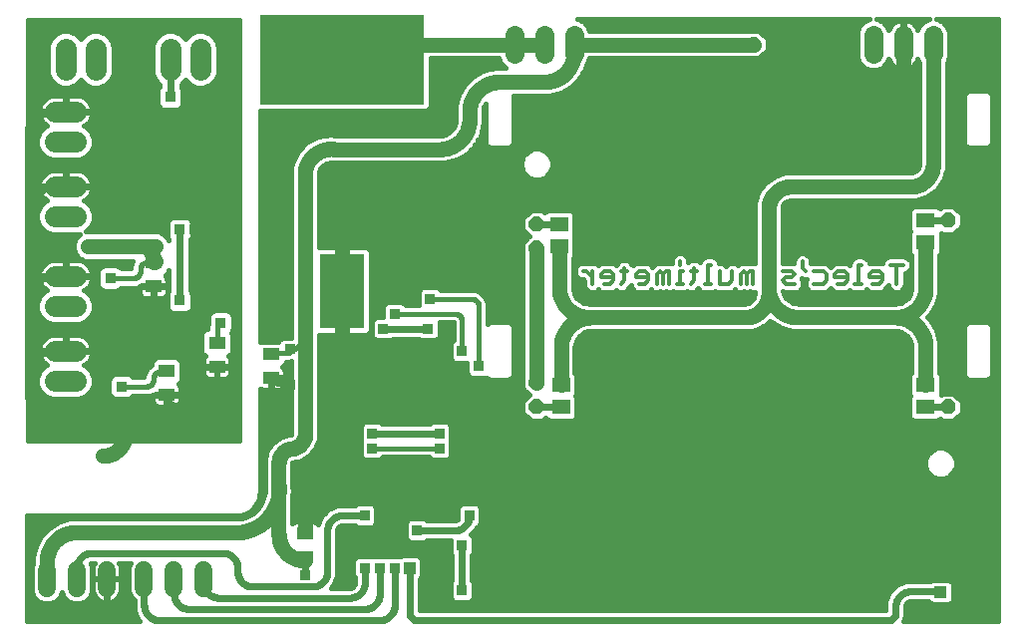
<source format=gbl>
G75*
%MOIN*%
%OFA0B0*%
%FSLAX25Y25*%
%IPPOS*%
%LPD*%
%AMOC8*
5,1,8,0,0,1.08239X$1,22.5*
%
%ADD10R,0.55000X0.30000*%
%ADD11R,0.15000X0.25000*%
%ADD12C,0.01300*%
%ADD13R,0.06299X0.05118*%
%ADD14OC8,0.10000*%
%ADD15OC8,0.15000*%
%ADD16C,0.06496*%
%ADD17C,0.07087*%
%ADD18R,0.05512X0.04331*%
%ADD19C,0.06000*%
%ADD20C,0.05000*%
%ADD21OC8,0.05000*%
%ADD22R,0.03562X0.03562*%
%ADD23C,0.02400*%
%ADD24C,0.01600*%
%ADD25R,0.04000X0.04000*%
%ADD26R,0.05600X0.05600*%
D10*
X0109300Y0191800D03*
D11*
X0109300Y0114300D03*
D12*
X0189819Y0121029D02*
X0190870Y0121029D01*
X0192972Y0118927D01*
X0192972Y0116825D02*
X0192972Y0121029D01*
X0195766Y0119978D02*
X0195766Y0118927D01*
X0199970Y0118927D01*
X0199970Y0119978D02*
X0198919Y0121029D01*
X0196817Y0121029D01*
X0195766Y0119978D01*
X0196817Y0116825D02*
X0198919Y0116825D01*
X0199970Y0117876D01*
X0199970Y0119978D01*
X0202533Y0121029D02*
X0204635Y0121029D01*
X0203584Y0122079D02*
X0203584Y0117876D01*
X0202533Y0116825D01*
X0207429Y0118927D02*
X0211633Y0118927D01*
X0211633Y0119978D02*
X0210582Y0121029D01*
X0208480Y0121029D01*
X0207429Y0119978D01*
X0207429Y0118927D01*
X0208480Y0116825D02*
X0210582Y0116825D01*
X0211633Y0117876D01*
X0211633Y0119978D01*
X0214427Y0119978D02*
X0214427Y0116825D01*
X0216529Y0116825D02*
X0216529Y0119978D01*
X0215478Y0121029D01*
X0214427Y0119978D01*
X0216529Y0119978D02*
X0217580Y0121029D01*
X0218631Y0121029D01*
X0218631Y0116825D01*
X0221195Y0116825D02*
X0223296Y0116825D01*
X0222245Y0116825D02*
X0222245Y0121029D01*
X0223296Y0121029D01*
X0222245Y0123130D02*
X0222245Y0124181D01*
X0225860Y0121029D02*
X0227962Y0121029D01*
X0226911Y0122079D02*
X0226911Y0117876D01*
X0225860Y0116825D01*
X0230525Y0116825D02*
X0232627Y0116825D01*
X0231576Y0116825D02*
X0231576Y0123130D01*
X0232627Y0123130D01*
X0235421Y0121029D02*
X0235421Y0116825D01*
X0238574Y0116825D01*
X0239625Y0117876D01*
X0239625Y0121029D01*
X0242419Y0119978D02*
X0242419Y0116825D01*
X0244521Y0116825D02*
X0244521Y0119978D01*
X0243470Y0121029D01*
X0242419Y0119978D01*
X0244521Y0119978D02*
X0245572Y0121029D01*
X0246623Y0121029D01*
X0246623Y0116825D01*
X0256415Y0117876D02*
X0257466Y0118927D01*
X0259568Y0118927D01*
X0260619Y0119978D01*
X0259568Y0121029D01*
X0256415Y0121029D01*
X0256415Y0117876D02*
X0257466Y0116825D01*
X0260619Y0116825D01*
X0264118Y0121029D02*
X0263067Y0122079D01*
X0263067Y0124181D01*
X0266912Y0121029D02*
X0270065Y0121029D01*
X0271116Y0119978D01*
X0271116Y0117876D01*
X0270065Y0116825D01*
X0266912Y0116825D01*
X0273910Y0118927D02*
X0278114Y0118927D01*
X0278114Y0119978D02*
X0277063Y0121029D01*
X0274961Y0121029D01*
X0273910Y0119978D01*
X0273910Y0118927D01*
X0274961Y0116825D02*
X0277063Y0116825D01*
X0278114Y0117876D01*
X0278114Y0119978D01*
X0280677Y0116825D02*
X0282779Y0116825D01*
X0281728Y0116825D02*
X0281728Y0123130D01*
X0282779Y0123130D01*
X0285573Y0119978D02*
X0286624Y0121029D01*
X0288726Y0121029D01*
X0289777Y0119978D01*
X0289777Y0117876D01*
X0288726Y0116825D01*
X0286624Y0116825D01*
X0285573Y0118927D02*
X0289777Y0118927D01*
X0294673Y0116825D02*
X0294673Y0123130D01*
X0296775Y0123130D02*
X0292571Y0123130D01*
X0285573Y0119978D02*
X0285573Y0118927D01*
D13*
X0304300Y0130560D03*
X0304300Y0138040D03*
X0304300Y0083040D03*
X0304300Y0075560D03*
X0182425Y0075560D03*
X0182425Y0083040D03*
X0181800Y0129310D03*
X0181800Y0136790D03*
D14*
X0109300Y0119300D03*
X0109300Y0109300D03*
X0089300Y0189300D03*
X0094300Y0199300D03*
X0124300Y0199300D03*
X0129300Y0189300D03*
D15*
X0109300Y0189300D03*
D16*
X0166800Y0193552D02*
X0166800Y0200048D01*
X0176800Y0200048D02*
X0176800Y0193552D01*
X0186800Y0193552D02*
X0186800Y0200048D01*
X0286800Y0200048D02*
X0286800Y0193552D01*
X0296800Y0193552D02*
X0296800Y0200048D01*
X0306800Y0200048D02*
X0306800Y0193552D01*
D17*
X0061800Y0195343D02*
X0061800Y0188257D01*
X0051800Y0188257D02*
X0051800Y0195343D01*
X0026800Y0195343D02*
X0026800Y0188257D01*
X0016800Y0188257D02*
X0016800Y0195343D01*
X0020343Y0174300D02*
X0013257Y0174300D01*
X0013257Y0164300D02*
X0020343Y0164300D01*
X0020343Y0149300D02*
X0013257Y0149300D01*
X0013257Y0139300D02*
X0020343Y0139300D01*
X0020343Y0119300D02*
X0013257Y0119300D01*
X0013257Y0109300D02*
X0020343Y0109300D01*
X0020343Y0094300D02*
X0013257Y0094300D01*
X0013257Y0084300D02*
X0020343Y0084300D01*
D18*
X0050550Y0087612D03*
X0050550Y0079738D03*
X0067425Y0089113D03*
X0067425Y0096987D03*
X0085550Y0093237D03*
X0085550Y0085363D03*
X0046175Y0115988D03*
X0046175Y0123862D03*
X0096800Y0033237D03*
X0096800Y0025363D03*
D19*
X0063050Y0021050D02*
X0063050Y0015050D01*
X0053050Y0015050D02*
X0053050Y0021050D01*
X0043050Y0021050D02*
X0043050Y0015050D01*
X0030550Y0015050D02*
X0030550Y0021050D01*
X0020550Y0021050D02*
X0020550Y0015050D01*
X0010550Y0015050D02*
X0010550Y0021050D01*
D20*
X0010550Y0023675D02*
X0010550Y0018050D01*
X0010550Y0023674D02*
X0010545Y0023909D01*
X0010546Y0024143D01*
X0010553Y0024377D01*
X0010565Y0024611D01*
X0010583Y0024845D01*
X0010607Y0025078D01*
X0010636Y0025310D01*
X0010670Y0025542D01*
X0010711Y0025772D01*
X0010757Y0026002D01*
X0010808Y0026231D01*
X0010865Y0026458D01*
X0010928Y0026684D01*
X0010996Y0026908D01*
X0011069Y0027130D01*
X0011147Y0027351D01*
X0011231Y0027570D01*
X0011321Y0027786D01*
X0011415Y0028000D01*
X0011515Y0028213D01*
X0011619Y0028422D01*
X0011729Y0028629D01*
X0011843Y0028833D01*
X0011963Y0029035D01*
X0012087Y0029233D01*
X0012217Y0029429D01*
X0012350Y0029621D01*
X0012489Y0029810D01*
X0012632Y0029995D01*
X0012779Y0030177D01*
X0012931Y0030356D01*
X0013087Y0030531D01*
X0013247Y0030701D01*
X0013412Y0030868D01*
X0013580Y0031031D01*
X0013752Y0031190D01*
X0013928Y0031345D01*
X0014108Y0031495D01*
X0014291Y0031641D01*
X0014477Y0031783D01*
X0014667Y0031919D01*
X0014861Y0032052D01*
X0015057Y0032179D01*
X0015257Y0032302D01*
X0015459Y0032420D01*
X0015664Y0032533D01*
X0015872Y0032641D01*
X0016082Y0032744D01*
X0016295Y0032842D01*
X0016510Y0032935D01*
X0016728Y0033022D01*
X0016947Y0033104D01*
X0017168Y0033181D01*
X0017391Y0033253D01*
X0017616Y0033319D01*
X0017842Y0033379D01*
X0018070Y0033434D01*
X0018299Y0033484D01*
X0018529Y0033528D01*
X0018760Y0033567D01*
X0018992Y0033600D01*
X0019225Y0033627D01*
X0019458Y0033649D01*
X0019691Y0033665D01*
X0019925Y0033675D01*
X0044300Y0033675D01*
X0049300Y0033675D01*
X0074925Y0033675D01*
X0088050Y0033050D02*
X0088050Y0049300D01*
X0088050Y0056800D01*
X0088052Y0056940D01*
X0088058Y0057080D01*
X0088068Y0057220D01*
X0088081Y0057360D01*
X0088099Y0057499D01*
X0088121Y0057638D01*
X0088146Y0057775D01*
X0088175Y0057913D01*
X0088208Y0058049D01*
X0088245Y0058184D01*
X0088286Y0058318D01*
X0088331Y0058451D01*
X0088379Y0058583D01*
X0088431Y0058713D01*
X0088486Y0058842D01*
X0088545Y0058969D01*
X0088608Y0059095D01*
X0088674Y0059219D01*
X0088743Y0059340D01*
X0088816Y0059460D01*
X0088893Y0059578D01*
X0088972Y0059693D01*
X0089055Y0059807D01*
X0089141Y0059917D01*
X0089230Y0060026D01*
X0089322Y0060132D01*
X0089417Y0060235D01*
X0089514Y0060336D01*
X0089615Y0060433D01*
X0089718Y0060528D01*
X0089824Y0060620D01*
X0089933Y0060709D01*
X0090043Y0060795D01*
X0090157Y0060878D01*
X0090272Y0060957D01*
X0090390Y0061034D01*
X0090510Y0061107D01*
X0090631Y0061176D01*
X0090755Y0061242D01*
X0090881Y0061305D01*
X0091008Y0061364D01*
X0091137Y0061419D01*
X0091267Y0061471D01*
X0091399Y0061519D01*
X0091532Y0061564D01*
X0091666Y0061605D01*
X0091801Y0061642D01*
X0091937Y0061675D01*
X0092075Y0061704D01*
X0092212Y0061729D01*
X0092351Y0061751D01*
X0092490Y0061769D01*
X0092630Y0061782D01*
X0092770Y0061792D01*
X0092910Y0061798D01*
X0093050Y0061800D01*
X0093187Y0061836D01*
X0093324Y0061876D01*
X0093459Y0061920D01*
X0093592Y0061968D01*
X0093725Y0062019D01*
X0093856Y0062074D01*
X0093985Y0062132D01*
X0094113Y0062194D01*
X0094239Y0062260D01*
X0094363Y0062329D01*
X0094486Y0062401D01*
X0094606Y0062477D01*
X0094724Y0062556D01*
X0094840Y0062638D01*
X0094953Y0062723D01*
X0095064Y0062812D01*
X0095173Y0062903D01*
X0095279Y0062997D01*
X0095383Y0063095D01*
X0095483Y0063195D01*
X0095581Y0063298D01*
X0095676Y0063403D01*
X0095768Y0063511D01*
X0095858Y0063622D01*
X0095944Y0063735D01*
X0096026Y0063850D01*
X0096106Y0063968D01*
X0096183Y0064088D01*
X0096256Y0064209D01*
X0096325Y0064333D01*
X0096392Y0064459D01*
X0096454Y0064586D01*
X0096514Y0064715D01*
X0096569Y0064846D01*
X0096621Y0064978D01*
X0096670Y0065112D01*
X0096714Y0065246D01*
X0096755Y0065382D01*
X0096792Y0065520D01*
X0096826Y0065658D01*
X0096855Y0065797D01*
X0096881Y0065936D01*
X0096903Y0066077D01*
X0096921Y0066217D01*
X0096935Y0066359D01*
X0096945Y0066500D01*
X0096952Y0066642D01*
X0096954Y0066784D01*
X0096952Y0066926D01*
X0096947Y0067068D01*
X0096938Y0067210D01*
X0096924Y0067351D01*
X0096907Y0067492D01*
X0096886Y0067633D01*
X0096861Y0067773D01*
X0096833Y0067912D01*
X0096800Y0068050D01*
X0096800Y0096800D01*
X0096800Y0154300D01*
X0096833Y0154514D01*
X0096872Y0154728D01*
X0096916Y0154940D01*
X0096964Y0155152D01*
X0097019Y0155362D01*
X0097078Y0155570D01*
X0097142Y0155778D01*
X0097212Y0155983D01*
X0097286Y0156187D01*
X0097366Y0156389D01*
X0097450Y0156589D01*
X0097539Y0156786D01*
X0097634Y0156982D01*
X0097732Y0157175D01*
X0097836Y0157365D01*
X0097944Y0157553D01*
X0098057Y0157739D01*
X0098174Y0157921D01*
X0098296Y0158101D01*
X0098422Y0158277D01*
X0098553Y0158451D01*
X0098687Y0158621D01*
X0098826Y0158787D01*
X0098969Y0158951D01*
X0099116Y0159110D01*
X0099266Y0159266D01*
X0099421Y0159419D01*
X0099579Y0159567D01*
X0099741Y0159712D01*
X0099906Y0159852D01*
X0100075Y0159989D01*
X0100247Y0160121D01*
X0100422Y0160249D01*
X0100600Y0160373D01*
X0100781Y0160492D01*
X0100965Y0160607D01*
X0101152Y0160717D01*
X0101342Y0160823D01*
X0101534Y0160924D01*
X0101728Y0161020D01*
X0101925Y0161111D01*
X0102124Y0161198D01*
X0102325Y0161280D01*
X0102528Y0161356D01*
X0102732Y0161428D01*
X0102939Y0161495D01*
X0103147Y0161556D01*
X0103356Y0161612D01*
X0103567Y0161664D01*
X0103779Y0161710D01*
X0103992Y0161751D01*
X0104206Y0161786D01*
X0104421Y0161817D01*
X0104636Y0161842D01*
X0104852Y0161861D01*
X0105069Y0161876D01*
X0105286Y0161885D01*
X0105503Y0161889D01*
X0105720Y0161887D01*
X0105936Y0161881D01*
X0106153Y0161868D01*
X0106369Y0161851D01*
X0106585Y0161828D01*
X0106800Y0161800D01*
X0141800Y0161800D01*
X0146800Y0151800D02*
X0119300Y0151800D01*
X0119058Y0151797D01*
X0118817Y0151788D01*
X0118576Y0151774D01*
X0118335Y0151753D01*
X0118095Y0151727D01*
X0117855Y0151695D01*
X0117616Y0151657D01*
X0117379Y0151614D01*
X0117142Y0151564D01*
X0116907Y0151509D01*
X0116673Y0151449D01*
X0116441Y0151382D01*
X0116210Y0151311D01*
X0115981Y0151233D01*
X0115754Y0151150D01*
X0115529Y0151062D01*
X0115306Y0150968D01*
X0115086Y0150869D01*
X0114868Y0150764D01*
X0114653Y0150655D01*
X0114440Y0150540D01*
X0114230Y0150420D01*
X0114024Y0150295D01*
X0113820Y0150165D01*
X0113619Y0150030D01*
X0113422Y0149890D01*
X0113228Y0149746D01*
X0113038Y0149597D01*
X0112852Y0149443D01*
X0112669Y0149285D01*
X0112490Y0149123D01*
X0112315Y0148956D01*
X0112144Y0148785D01*
X0111977Y0148610D01*
X0111815Y0148431D01*
X0111657Y0148248D01*
X0111503Y0148062D01*
X0111354Y0147872D01*
X0111210Y0147678D01*
X0111070Y0147481D01*
X0110935Y0147280D01*
X0110805Y0147076D01*
X0110680Y0146870D01*
X0110560Y0146660D01*
X0110445Y0146447D01*
X0110336Y0146232D01*
X0110231Y0146014D01*
X0110132Y0145794D01*
X0110038Y0145571D01*
X0109950Y0145346D01*
X0109867Y0145119D01*
X0109789Y0144890D01*
X0109718Y0144659D01*
X0109651Y0144427D01*
X0109591Y0144193D01*
X0109536Y0143958D01*
X0109486Y0143721D01*
X0109443Y0143484D01*
X0109405Y0143245D01*
X0109373Y0143005D01*
X0109347Y0142765D01*
X0109326Y0142524D01*
X0109312Y0142283D01*
X0109303Y0142042D01*
X0109300Y0141800D01*
X0109300Y0119300D01*
X0109300Y0056800D01*
X0109297Y0056558D01*
X0109288Y0056317D01*
X0109274Y0056076D01*
X0109253Y0055835D01*
X0109227Y0055595D01*
X0109195Y0055355D01*
X0109157Y0055116D01*
X0109114Y0054879D01*
X0109064Y0054642D01*
X0109009Y0054407D01*
X0108949Y0054173D01*
X0108882Y0053941D01*
X0108811Y0053710D01*
X0108733Y0053481D01*
X0108650Y0053254D01*
X0108562Y0053029D01*
X0108468Y0052806D01*
X0108369Y0052586D01*
X0108264Y0052368D01*
X0108155Y0052153D01*
X0108040Y0051940D01*
X0107920Y0051730D01*
X0107795Y0051524D01*
X0107665Y0051320D01*
X0107530Y0051119D01*
X0107390Y0050922D01*
X0107246Y0050728D01*
X0107097Y0050538D01*
X0106943Y0050352D01*
X0106785Y0050169D01*
X0106623Y0049990D01*
X0106456Y0049815D01*
X0106285Y0049644D01*
X0106110Y0049477D01*
X0105931Y0049315D01*
X0105748Y0049157D01*
X0105562Y0049003D01*
X0105372Y0048854D01*
X0105178Y0048710D01*
X0104981Y0048570D01*
X0104780Y0048435D01*
X0104576Y0048305D01*
X0104370Y0048180D01*
X0104160Y0048060D01*
X0103947Y0047945D01*
X0103732Y0047836D01*
X0103514Y0047731D01*
X0103294Y0047632D01*
X0103071Y0047538D01*
X0102846Y0047450D01*
X0102619Y0047367D01*
X0102390Y0047289D01*
X0102159Y0047218D01*
X0101927Y0047151D01*
X0101693Y0047091D01*
X0101458Y0047036D01*
X0101221Y0046986D01*
X0100984Y0046943D01*
X0100745Y0046905D01*
X0100505Y0046873D01*
X0100265Y0046847D01*
X0100024Y0046826D01*
X0099783Y0046812D01*
X0099542Y0046803D01*
X0099300Y0046800D01*
X0098690Y0046800D01*
X0098605Y0046798D01*
X0098521Y0046792D01*
X0098436Y0046783D01*
X0098353Y0046770D01*
X0098269Y0046753D01*
X0098187Y0046732D01*
X0098106Y0046707D01*
X0098026Y0046679D01*
X0097947Y0046648D01*
X0097870Y0046613D01*
X0097794Y0046574D01*
X0097721Y0046532D01*
X0097649Y0046487D01*
X0097579Y0046439D01*
X0097512Y0046388D01*
X0097446Y0046333D01*
X0097384Y0046276D01*
X0097324Y0046216D01*
X0097267Y0046154D01*
X0097212Y0046088D01*
X0097161Y0046021D01*
X0097113Y0045951D01*
X0097068Y0045879D01*
X0097026Y0045806D01*
X0096987Y0045730D01*
X0096952Y0045653D01*
X0096921Y0045574D01*
X0096893Y0045494D01*
X0096868Y0045413D01*
X0096847Y0045331D01*
X0096830Y0045247D01*
X0096817Y0045164D01*
X0096808Y0045079D01*
X0096802Y0044995D01*
X0096800Y0044910D01*
X0096800Y0036800D01*
X0096800Y0034300D01*
X0088050Y0033050D02*
X0088053Y0032839D01*
X0088060Y0032627D01*
X0088073Y0032416D01*
X0088091Y0032206D01*
X0088114Y0031995D01*
X0088142Y0031786D01*
X0088175Y0031577D01*
X0088213Y0031369D01*
X0088256Y0031162D01*
X0088304Y0030956D01*
X0088357Y0030751D01*
X0088415Y0030548D01*
X0088478Y0030346D01*
X0088546Y0030146D01*
X0088619Y0029947D01*
X0088696Y0029750D01*
X0088778Y0029556D01*
X0088865Y0029363D01*
X0088956Y0029172D01*
X0089052Y0028984D01*
X0089153Y0028798D01*
X0089258Y0028614D01*
X0089367Y0028433D01*
X0089481Y0028255D01*
X0089599Y0028079D01*
X0089721Y0027907D01*
X0089847Y0027737D01*
X0089978Y0027571D01*
X0090112Y0027408D01*
X0090251Y0027248D01*
X0090393Y0027091D01*
X0090539Y0026938D01*
X0090688Y0026789D01*
X0090841Y0026643D01*
X0090998Y0026501D01*
X0091158Y0026362D01*
X0091321Y0026228D01*
X0091487Y0026097D01*
X0091657Y0025971D01*
X0091829Y0025849D01*
X0092005Y0025731D01*
X0092183Y0025617D01*
X0092364Y0025508D01*
X0092548Y0025403D01*
X0092734Y0025302D01*
X0092922Y0025206D01*
X0093113Y0025115D01*
X0093306Y0025028D01*
X0093500Y0024946D01*
X0093697Y0024869D01*
X0093896Y0024796D01*
X0094096Y0024728D01*
X0094298Y0024665D01*
X0094501Y0024607D01*
X0094706Y0024554D01*
X0094912Y0024506D01*
X0095119Y0024463D01*
X0095327Y0024425D01*
X0095536Y0024392D01*
X0095745Y0024364D01*
X0095956Y0024341D01*
X0096166Y0024323D01*
X0096377Y0024310D01*
X0096589Y0024303D01*
X0096800Y0024300D01*
X0121800Y0046800D02*
X0160550Y0046800D01*
X0121800Y0046800D02*
X0121528Y0046773D01*
X0121255Y0046753D01*
X0120982Y0046739D01*
X0120708Y0046732D01*
X0120435Y0046732D01*
X0120161Y0046738D01*
X0119888Y0046750D01*
X0119615Y0046770D01*
X0119343Y0046796D01*
X0119071Y0046828D01*
X0118801Y0046867D01*
X0118531Y0046913D01*
X0118262Y0046965D01*
X0117995Y0047023D01*
X0117730Y0047088D01*
X0117465Y0047159D01*
X0117203Y0047237D01*
X0116943Y0047321D01*
X0116685Y0047411D01*
X0116429Y0047508D01*
X0116175Y0047611D01*
X0115924Y0047719D01*
X0115676Y0047834D01*
X0115431Y0047955D01*
X0115188Y0048082D01*
X0114949Y0048214D01*
X0114713Y0048352D01*
X0114480Y0048496D01*
X0114251Y0048646D01*
X0114026Y0048801D01*
X0113804Y0048961D01*
X0113586Y0049127D01*
X0113373Y0049297D01*
X0113163Y0049473D01*
X0112958Y0049654D01*
X0112758Y0049840D01*
X0112562Y0050031D01*
X0112370Y0050226D01*
X0112183Y0050426D01*
X0112002Y0050631D01*
X0111825Y0050839D01*
X0111653Y0051052D01*
X0111487Y0051269D01*
X0111326Y0051490D01*
X0111170Y0051715D01*
X0111019Y0051944D01*
X0110875Y0052176D01*
X0110735Y0052411D01*
X0110602Y0052650D01*
X0110475Y0052892D01*
X0110353Y0053137D01*
X0110237Y0053385D01*
X0110127Y0053635D01*
X0110024Y0053889D01*
X0109926Y0054144D01*
X0109835Y0054402D01*
X0109750Y0054662D01*
X0109671Y0054924D01*
X0109599Y0055188D01*
X0109533Y0055453D01*
X0109473Y0055720D01*
X0109420Y0055988D01*
X0109374Y0056258D01*
X0109334Y0056529D01*
X0109300Y0056800D01*
X0088050Y0049300D02*
X0088076Y0048952D01*
X0088093Y0048604D01*
X0088103Y0048255D01*
X0088103Y0047907D01*
X0088096Y0047558D01*
X0088080Y0047210D01*
X0088055Y0046862D01*
X0088022Y0046515D01*
X0087981Y0046169D01*
X0087931Y0045824D01*
X0087873Y0045480D01*
X0087807Y0045137D01*
X0087732Y0044797D01*
X0087650Y0044458D01*
X0087559Y0044121D01*
X0087460Y0043787D01*
X0087353Y0043455D01*
X0087238Y0043126D01*
X0087115Y0042800D01*
X0086984Y0042477D01*
X0086846Y0042157D01*
X0086699Y0041840D01*
X0086545Y0041527D01*
X0086384Y0041218D01*
X0086215Y0040913D01*
X0086039Y0040612D01*
X0085856Y0040315D01*
X0085665Y0040023D01*
X0085468Y0039736D01*
X0085264Y0039453D01*
X0085052Y0039176D01*
X0084835Y0038904D01*
X0084610Y0038637D01*
X0084380Y0038375D01*
X0084143Y0038119D01*
X0083900Y0037869D01*
X0083651Y0037625D01*
X0083396Y0037387D01*
X0083136Y0037155D01*
X0082870Y0036930D01*
X0082598Y0036711D01*
X0082322Y0036499D01*
X0082040Y0036293D01*
X0081753Y0036094D01*
X0081462Y0035903D01*
X0081166Y0035718D01*
X0080866Y0035541D01*
X0080562Y0035371D01*
X0080253Y0035208D01*
X0079941Y0035053D01*
X0079625Y0034905D01*
X0079306Y0034765D01*
X0078983Y0034633D01*
X0078657Y0034509D01*
X0078329Y0034392D01*
X0077997Y0034284D01*
X0077663Y0034183D01*
X0077327Y0034091D01*
X0076989Y0034007D01*
X0076649Y0033931D01*
X0076307Y0033863D01*
X0075963Y0033804D01*
X0075618Y0033752D01*
X0075272Y0033710D01*
X0074925Y0033675D01*
X0036800Y0066800D02*
X0036800Y0069300D01*
X0036798Y0069440D01*
X0036792Y0069580D01*
X0036782Y0069720D01*
X0036769Y0069860D01*
X0036751Y0069999D01*
X0036729Y0070138D01*
X0036704Y0070275D01*
X0036675Y0070413D01*
X0036642Y0070549D01*
X0036605Y0070684D01*
X0036564Y0070818D01*
X0036519Y0070951D01*
X0036471Y0071083D01*
X0036419Y0071213D01*
X0036364Y0071342D01*
X0036305Y0071469D01*
X0036242Y0071595D01*
X0036176Y0071719D01*
X0036107Y0071840D01*
X0036034Y0071960D01*
X0035957Y0072078D01*
X0035878Y0072193D01*
X0035795Y0072307D01*
X0035709Y0072417D01*
X0035620Y0072526D01*
X0035528Y0072632D01*
X0035433Y0072735D01*
X0035336Y0072836D01*
X0035235Y0072933D01*
X0035132Y0073028D01*
X0035026Y0073120D01*
X0034917Y0073209D01*
X0034807Y0073295D01*
X0034693Y0073378D01*
X0034578Y0073457D01*
X0034460Y0073534D01*
X0034340Y0073607D01*
X0034219Y0073676D01*
X0034095Y0073742D01*
X0033969Y0073805D01*
X0033842Y0073864D01*
X0033713Y0073919D01*
X0033583Y0073971D01*
X0033451Y0074019D01*
X0033318Y0074064D01*
X0033184Y0074105D01*
X0033049Y0074142D01*
X0032913Y0074175D01*
X0032775Y0074204D01*
X0032638Y0074229D01*
X0032499Y0074251D01*
X0032360Y0074269D01*
X0032220Y0074282D01*
X0032080Y0074292D01*
X0031940Y0074298D01*
X0031800Y0074300D01*
X0011800Y0074300D01*
X0011644Y0074302D01*
X0011488Y0074308D01*
X0011333Y0074317D01*
X0011178Y0074331D01*
X0011023Y0074349D01*
X0010868Y0074370D01*
X0010715Y0074395D01*
X0010562Y0074424D01*
X0010409Y0074457D01*
X0010258Y0074493D01*
X0010107Y0074534D01*
X0009958Y0074578D01*
X0009809Y0074625D01*
X0009662Y0074677D01*
X0009517Y0074732D01*
X0009372Y0074791D01*
X0009229Y0074853D01*
X0009088Y0074919D01*
X0008949Y0074988D01*
X0008811Y0075061D01*
X0008675Y0075137D01*
X0008541Y0075217D01*
X0008409Y0075300D01*
X0008279Y0075386D01*
X0008152Y0075475D01*
X0008026Y0075568D01*
X0007903Y0075664D01*
X0007783Y0075762D01*
X0007664Y0075864D01*
X0007549Y0075968D01*
X0007436Y0076076D01*
X0007326Y0076186D01*
X0007218Y0076299D01*
X0007114Y0076414D01*
X0007012Y0076533D01*
X0006914Y0076653D01*
X0006818Y0076776D01*
X0006725Y0076902D01*
X0006636Y0077029D01*
X0006550Y0077159D01*
X0006467Y0077291D01*
X0006387Y0077425D01*
X0006311Y0077561D01*
X0006238Y0077699D01*
X0006169Y0077838D01*
X0006103Y0077979D01*
X0006041Y0078122D01*
X0005982Y0078267D01*
X0005927Y0078412D01*
X0005875Y0078559D01*
X0005828Y0078708D01*
X0005784Y0078857D01*
X0005743Y0079008D01*
X0005707Y0079159D01*
X0005674Y0079312D01*
X0005645Y0079465D01*
X0005620Y0079618D01*
X0005599Y0079773D01*
X0005581Y0079928D01*
X0005567Y0080083D01*
X0005558Y0080238D01*
X0005552Y0080394D01*
X0005550Y0080550D01*
X0005550Y0168675D01*
X0024300Y0129300D02*
X0044300Y0129300D01*
X0046800Y0124487D01*
X0046798Y0124438D01*
X0046792Y0124389D01*
X0046783Y0124341D01*
X0046769Y0124294D01*
X0046752Y0124248D01*
X0046732Y0124203D01*
X0046708Y0124160D01*
X0046681Y0124120D01*
X0046650Y0124081D01*
X0046617Y0124045D01*
X0046581Y0124012D01*
X0046542Y0123981D01*
X0046502Y0123954D01*
X0046459Y0123930D01*
X0046414Y0123910D01*
X0046368Y0123893D01*
X0046321Y0123879D01*
X0046273Y0123870D01*
X0046224Y0123864D01*
X0046175Y0123862D01*
X0046800Y0129300D02*
X0044300Y0129300D01*
X0036800Y0066800D02*
X0036798Y0066619D01*
X0036791Y0066438D01*
X0036780Y0066257D01*
X0036765Y0066076D01*
X0036745Y0065896D01*
X0036721Y0065716D01*
X0036693Y0065537D01*
X0036660Y0065359D01*
X0036623Y0065182D01*
X0036582Y0065005D01*
X0036537Y0064830D01*
X0036487Y0064655D01*
X0036433Y0064482D01*
X0036375Y0064311D01*
X0036313Y0064140D01*
X0036246Y0063972D01*
X0036176Y0063805D01*
X0036102Y0063639D01*
X0036023Y0063476D01*
X0035941Y0063315D01*
X0035855Y0063155D01*
X0035765Y0062998D01*
X0035671Y0062843D01*
X0035574Y0062690D01*
X0035472Y0062540D01*
X0035368Y0062392D01*
X0035259Y0062246D01*
X0035148Y0062104D01*
X0035032Y0061964D01*
X0034914Y0061827D01*
X0034792Y0061692D01*
X0034667Y0061561D01*
X0034539Y0061433D01*
X0034408Y0061308D01*
X0034273Y0061186D01*
X0034136Y0061068D01*
X0033996Y0060952D01*
X0033854Y0060841D01*
X0033708Y0060732D01*
X0033560Y0060628D01*
X0033410Y0060526D01*
X0033257Y0060429D01*
X0033102Y0060335D01*
X0032945Y0060245D01*
X0032785Y0060159D01*
X0032624Y0060077D01*
X0032461Y0059998D01*
X0032295Y0059924D01*
X0032128Y0059854D01*
X0031960Y0059787D01*
X0031789Y0059725D01*
X0031618Y0059667D01*
X0031445Y0059613D01*
X0031270Y0059563D01*
X0031095Y0059518D01*
X0030918Y0059477D01*
X0030741Y0059440D01*
X0030563Y0059407D01*
X0030384Y0059379D01*
X0030204Y0059355D01*
X0030024Y0059335D01*
X0029843Y0059320D01*
X0029662Y0059309D01*
X0029481Y0059302D01*
X0029300Y0059300D01*
X0146800Y0151800D02*
X0147601Y0151783D01*
X0148402Y0151747D01*
X0149201Y0151692D01*
X0149999Y0151618D01*
X0150796Y0151526D01*
X0151589Y0151415D01*
X0152380Y0151285D01*
X0153168Y0151137D01*
X0153952Y0150971D01*
X0154731Y0150786D01*
X0155507Y0150583D01*
X0156277Y0150362D01*
X0157042Y0150124D01*
X0157801Y0149867D01*
X0158554Y0149592D01*
X0159300Y0149300D01*
X0151800Y0171800D02*
X0151800Y0174300D01*
X0151803Y0174542D01*
X0151812Y0174783D01*
X0151826Y0175024D01*
X0151847Y0175265D01*
X0151873Y0175505D01*
X0151905Y0175745D01*
X0151943Y0175984D01*
X0151986Y0176221D01*
X0152036Y0176458D01*
X0152091Y0176693D01*
X0152151Y0176927D01*
X0152218Y0177159D01*
X0152289Y0177390D01*
X0152367Y0177619D01*
X0152450Y0177846D01*
X0152538Y0178071D01*
X0152632Y0178294D01*
X0152731Y0178514D01*
X0152836Y0178732D01*
X0152945Y0178947D01*
X0153060Y0179160D01*
X0153180Y0179370D01*
X0153305Y0179576D01*
X0153435Y0179780D01*
X0153570Y0179981D01*
X0153710Y0180178D01*
X0153854Y0180372D01*
X0154003Y0180562D01*
X0154157Y0180748D01*
X0154315Y0180931D01*
X0154477Y0181110D01*
X0154644Y0181285D01*
X0154815Y0181456D01*
X0154990Y0181623D01*
X0155169Y0181785D01*
X0155352Y0181943D01*
X0155538Y0182097D01*
X0155728Y0182246D01*
X0155922Y0182390D01*
X0156119Y0182530D01*
X0156320Y0182665D01*
X0156524Y0182795D01*
X0156730Y0182920D01*
X0156940Y0183040D01*
X0157153Y0183155D01*
X0157368Y0183264D01*
X0157586Y0183369D01*
X0157806Y0183468D01*
X0158029Y0183562D01*
X0158254Y0183650D01*
X0158481Y0183733D01*
X0158710Y0183811D01*
X0158941Y0183882D01*
X0159173Y0183949D01*
X0159407Y0184009D01*
X0159642Y0184064D01*
X0159879Y0184114D01*
X0160116Y0184157D01*
X0160355Y0184195D01*
X0160595Y0184227D01*
X0160835Y0184253D01*
X0161076Y0184274D01*
X0161317Y0184288D01*
X0161558Y0184297D01*
X0161800Y0184300D01*
X0176800Y0184300D01*
X0174300Y0146800D02*
X0173450Y0146764D01*
X0172598Y0146749D01*
X0171746Y0146754D01*
X0170895Y0146781D01*
X0170045Y0146828D01*
X0169196Y0146896D01*
X0168349Y0146984D01*
X0167504Y0147093D01*
X0166663Y0147223D01*
X0165824Y0147373D01*
X0164990Y0147544D01*
X0164160Y0147735D01*
X0163335Y0147946D01*
X0162515Y0148177D01*
X0161702Y0148428D01*
X0160894Y0148699D01*
X0160094Y0148990D01*
X0159300Y0149300D01*
X0174300Y0128675D02*
X0174300Y0083675D01*
X0182425Y0083040D02*
X0182425Y0095550D01*
X0182428Y0095792D01*
X0182437Y0096033D01*
X0182451Y0096274D01*
X0182472Y0096515D01*
X0182498Y0096755D01*
X0182530Y0096995D01*
X0182568Y0097234D01*
X0182611Y0097471D01*
X0182661Y0097708D01*
X0182716Y0097943D01*
X0182776Y0098177D01*
X0182843Y0098409D01*
X0182914Y0098640D01*
X0182992Y0098869D01*
X0183075Y0099096D01*
X0183163Y0099321D01*
X0183257Y0099544D01*
X0183356Y0099764D01*
X0183461Y0099982D01*
X0183570Y0100197D01*
X0183685Y0100410D01*
X0183805Y0100620D01*
X0183930Y0100826D01*
X0184060Y0101030D01*
X0184195Y0101231D01*
X0184335Y0101428D01*
X0184479Y0101622D01*
X0184628Y0101812D01*
X0184782Y0101998D01*
X0184940Y0102181D01*
X0185102Y0102360D01*
X0185269Y0102535D01*
X0185440Y0102706D01*
X0185615Y0102873D01*
X0185794Y0103035D01*
X0185977Y0103193D01*
X0186163Y0103347D01*
X0186353Y0103496D01*
X0186547Y0103640D01*
X0186744Y0103780D01*
X0186945Y0103915D01*
X0187149Y0104045D01*
X0187355Y0104170D01*
X0187565Y0104290D01*
X0187778Y0104405D01*
X0187993Y0104514D01*
X0188211Y0104619D01*
X0188431Y0104718D01*
X0188654Y0104812D01*
X0188879Y0104900D01*
X0189106Y0104983D01*
X0189335Y0105061D01*
X0189566Y0105132D01*
X0189798Y0105199D01*
X0190032Y0105259D01*
X0190267Y0105314D01*
X0190504Y0105364D01*
X0190741Y0105407D01*
X0190980Y0105445D01*
X0191220Y0105477D01*
X0191460Y0105503D01*
X0191701Y0105524D01*
X0191942Y0105538D01*
X0192183Y0105547D01*
X0192425Y0105550D01*
X0244300Y0105550D01*
X0244496Y0105567D01*
X0244692Y0105590D01*
X0244887Y0105617D01*
X0245081Y0105648D01*
X0245275Y0105685D01*
X0245467Y0105726D01*
X0245659Y0105771D01*
X0245849Y0105821D01*
X0246039Y0105876D01*
X0246226Y0105936D01*
X0246413Y0106000D01*
X0246597Y0106068D01*
X0246780Y0106141D01*
X0246961Y0106218D01*
X0247141Y0106300D01*
X0247318Y0106386D01*
X0247493Y0106476D01*
X0247666Y0106570D01*
X0247836Y0106669D01*
X0248004Y0106771D01*
X0248170Y0106878D01*
X0248333Y0106988D01*
X0248493Y0107103D01*
X0248650Y0107221D01*
X0248805Y0107343D01*
X0248956Y0107469D01*
X0249105Y0107599D01*
X0249250Y0107732D01*
X0249392Y0107868D01*
X0249531Y0108008D01*
X0249666Y0108151D01*
X0249798Y0108297D01*
X0249926Y0108447D01*
X0250050Y0108599D01*
X0250171Y0108755D01*
X0250288Y0108913D01*
X0250401Y0109075D01*
X0250510Y0109238D01*
X0250616Y0109405D01*
X0250717Y0109574D01*
X0250814Y0109745D01*
X0250907Y0109919D01*
X0250995Y0110095D01*
X0251080Y0110273D01*
X0251160Y0110453D01*
X0251235Y0110634D01*
X0251307Y0110818D01*
X0251374Y0111003D01*
X0251436Y0111190D01*
X0251494Y0111378D01*
X0251547Y0111568D01*
X0251595Y0111759D01*
X0251639Y0111951D01*
X0251679Y0112144D01*
X0251713Y0112337D01*
X0251743Y0112532D01*
X0251769Y0112727D01*
X0251789Y0112923D01*
X0251805Y0113119D01*
X0251816Y0113316D01*
X0251822Y0113513D01*
X0251824Y0113710D01*
X0251821Y0113907D01*
X0251813Y0114103D01*
X0251800Y0114300D01*
X0251800Y0115550D01*
X0251800Y0141800D01*
X0251802Y0141981D01*
X0251809Y0142162D01*
X0251820Y0142343D01*
X0251835Y0142524D01*
X0251855Y0142704D01*
X0251879Y0142884D01*
X0251907Y0143063D01*
X0251940Y0143241D01*
X0251977Y0143418D01*
X0252018Y0143595D01*
X0252063Y0143770D01*
X0252113Y0143945D01*
X0252167Y0144118D01*
X0252225Y0144289D01*
X0252287Y0144460D01*
X0252354Y0144628D01*
X0252424Y0144795D01*
X0252498Y0144961D01*
X0252577Y0145124D01*
X0252659Y0145285D01*
X0252745Y0145445D01*
X0252835Y0145602D01*
X0252929Y0145757D01*
X0253026Y0145910D01*
X0253128Y0146060D01*
X0253232Y0146208D01*
X0253341Y0146354D01*
X0253452Y0146496D01*
X0253568Y0146636D01*
X0253686Y0146773D01*
X0253808Y0146908D01*
X0253933Y0147039D01*
X0254061Y0147167D01*
X0254192Y0147292D01*
X0254327Y0147414D01*
X0254464Y0147532D01*
X0254604Y0147648D01*
X0254746Y0147759D01*
X0254892Y0147868D01*
X0255040Y0147972D01*
X0255190Y0148074D01*
X0255343Y0148171D01*
X0255498Y0148265D01*
X0255655Y0148355D01*
X0255815Y0148441D01*
X0255976Y0148523D01*
X0256139Y0148602D01*
X0256305Y0148676D01*
X0256472Y0148746D01*
X0256640Y0148813D01*
X0256811Y0148875D01*
X0256982Y0148933D01*
X0257155Y0148987D01*
X0257330Y0149037D01*
X0257505Y0149082D01*
X0257682Y0149123D01*
X0257859Y0149160D01*
X0258037Y0149193D01*
X0258216Y0149221D01*
X0258396Y0149245D01*
X0258576Y0149265D01*
X0258757Y0149280D01*
X0258938Y0149291D01*
X0259119Y0149298D01*
X0259300Y0149300D01*
X0299300Y0149300D01*
X0299481Y0149302D01*
X0299662Y0149309D01*
X0299843Y0149320D01*
X0300024Y0149335D01*
X0300204Y0149355D01*
X0300384Y0149379D01*
X0300563Y0149407D01*
X0300741Y0149440D01*
X0300918Y0149477D01*
X0301095Y0149518D01*
X0301270Y0149563D01*
X0301445Y0149613D01*
X0301618Y0149667D01*
X0301789Y0149725D01*
X0301960Y0149787D01*
X0302128Y0149854D01*
X0302295Y0149924D01*
X0302461Y0149998D01*
X0302624Y0150077D01*
X0302785Y0150159D01*
X0302945Y0150245D01*
X0303102Y0150335D01*
X0303257Y0150429D01*
X0303410Y0150526D01*
X0303560Y0150628D01*
X0303708Y0150732D01*
X0303854Y0150841D01*
X0303996Y0150952D01*
X0304136Y0151068D01*
X0304273Y0151186D01*
X0304408Y0151308D01*
X0304539Y0151433D01*
X0304667Y0151561D01*
X0304792Y0151692D01*
X0304914Y0151827D01*
X0305032Y0151964D01*
X0305148Y0152104D01*
X0305259Y0152246D01*
X0305368Y0152392D01*
X0305472Y0152540D01*
X0305574Y0152690D01*
X0305671Y0152843D01*
X0305765Y0152998D01*
X0305855Y0153155D01*
X0305941Y0153315D01*
X0306023Y0153476D01*
X0306102Y0153639D01*
X0306176Y0153805D01*
X0306246Y0153972D01*
X0306313Y0154140D01*
X0306375Y0154311D01*
X0306433Y0154482D01*
X0306487Y0154655D01*
X0306537Y0154830D01*
X0306582Y0155005D01*
X0306623Y0155182D01*
X0306660Y0155359D01*
X0306693Y0155537D01*
X0306721Y0155716D01*
X0306745Y0155896D01*
X0306765Y0156076D01*
X0306780Y0156257D01*
X0306791Y0156438D01*
X0306798Y0156619D01*
X0306800Y0156800D01*
X0306800Y0196800D01*
X0296800Y0196800D02*
X0296800Y0164300D01*
X0296767Y0164089D01*
X0296730Y0163879D01*
X0296687Y0163669D01*
X0296639Y0163461D01*
X0296586Y0163254D01*
X0296528Y0163049D01*
X0296465Y0162845D01*
X0296397Y0162642D01*
X0296324Y0162441D01*
X0296247Y0162242D01*
X0296164Y0162045D01*
X0296077Y0161850D01*
X0295986Y0161657D01*
X0295889Y0161467D01*
X0295788Y0161278D01*
X0295683Y0161093D01*
X0295573Y0160909D01*
X0295459Y0160729D01*
X0295340Y0160551D01*
X0295217Y0160377D01*
X0295090Y0160205D01*
X0294959Y0160037D01*
X0294823Y0159871D01*
X0294684Y0159709D01*
X0294541Y0159551D01*
X0294394Y0159395D01*
X0294244Y0159244D01*
X0294090Y0159096D01*
X0293932Y0158952D01*
X0293771Y0158812D01*
X0293606Y0158676D01*
X0293438Y0158543D01*
X0293268Y0158415D01*
X0293094Y0158291D01*
X0292917Y0158171D01*
X0292737Y0158056D01*
X0292555Y0157945D01*
X0292370Y0157838D01*
X0292182Y0157736D01*
X0291992Y0157639D01*
X0291800Y0157546D01*
X0291605Y0157457D01*
X0291408Y0157374D01*
X0291210Y0157295D01*
X0291010Y0157221D01*
X0290807Y0157152D01*
X0290604Y0157088D01*
X0290398Y0157029D01*
X0290192Y0156974D01*
X0289984Y0156925D01*
X0289775Y0156881D01*
X0289565Y0156842D01*
X0289354Y0156808D01*
X0289143Y0156779D01*
X0288930Y0156755D01*
X0288718Y0156736D01*
X0288504Y0156723D01*
X0288291Y0156714D01*
X0288077Y0156711D01*
X0287864Y0156713D01*
X0287650Y0156720D01*
X0287437Y0156732D01*
X0287224Y0156750D01*
X0287012Y0156772D01*
X0286800Y0156800D01*
X0234300Y0156800D01*
X0181800Y0129310D02*
X0181800Y0115550D01*
X0181803Y0115308D01*
X0181812Y0115067D01*
X0181826Y0114826D01*
X0181847Y0114585D01*
X0181873Y0114345D01*
X0181905Y0114105D01*
X0181943Y0113866D01*
X0181986Y0113629D01*
X0182036Y0113392D01*
X0182091Y0113157D01*
X0182151Y0112923D01*
X0182218Y0112691D01*
X0182289Y0112460D01*
X0182367Y0112231D01*
X0182450Y0112004D01*
X0182538Y0111779D01*
X0182632Y0111556D01*
X0182731Y0111336D01*
X0182836Y0111118D01*
X0182945Y0110903D01*
X0183060Y0110690D01*
X0183180Y0110480D01*
X0183305Y0110274D01*
X0183435Y0110070D01*
X0183570Y0109869D01*
X0183710Y0109672D01*
X0183854Y0109478D01*
X0184003Y0109288D01*
X0184157Y0109102D01*
X0184315Y0108919D01*
X0184477Y0108740D01*
X0184644Y0108565D01*
X0184815Y0108394D01*
X0184990Y0108227D01*
X0185169Y0108065D01*
X0185352Y0107907D01*
X0185538Y0107753D01*
X0185728Y0107604D01*
X0185922Y0107460D01*
X0186119Y0107320D01*
X0186320Y0107185D01*
X0186524Y0107055D01*
X0186730Y0106930D01*
X0186940Y0106810D01*
X0187153Y0106695D01*
X0187368Y0106586D01*
X0187586Y0106481D01*
X0187806Y0106382D01*
X0188029Y0106288D01*
X0188254Y0106200D01*
X0188481Y0106117D01*
X0188710Y0106039D01*
X0188941Y0105968D01*
X0189173Y0105901D01*
X0189407Y0105841D01*
X0189642Y0105786D01*
X0189879Y0105736D01*
X0190116Y0105693D01*
X0190355Y0105655D01*
X0190595Y0105623D01*
X0190835Y0105597D01*
X0191076Y0105576D01*
X0191317Y0105562D01*
X0191558Y0105553D01*
X0191800Y0105550D01*
X0192425Y0105550D01*
X0261800Y0105550D02*
X0294300Y0105550D01*
X0294542Y0105547D01*
X0294783Y0105538D01*
X0295024Y0105524D01*
X0295265Y0105503D01*
X0295505Y0105477D01*
X0295745Y0105445D01*
X0295984Y0105407D01*
X0296221Y0105364D01*
X0296458Y0105314D01*
X0296693Y0105259D01*
X0296927Y0105199D01*
X0297159Y0105132D01*
X0297390Y0105061D01*
X0297619Y0104983D01*
X0297846Y0104900D01*
X0298071Y0104812D01*
X0298294Y0104718D01*
X0298514Y0104619D01*
X0298732Y0104514D01*
X0298947Y0104405D01*
X0299160Y0104290D01*
X0299370Y0104170D01*
X0299576Y0104045D01*
X0299780Y0103915D01*
X0299981Y0103780D01*
X0300178Y0103640D01*
X0300372Y0103496D01*
X0300562Y0103347D01*
X0300748Y0103193D01*
X0300931Y0103035D01*
X0301110Y0102873D01*
X0301285Y0102706D01*
X0301456Y0102535D01*
X0301623Y0102360D01*
X0301785Y0102181D01*
X0301943Y0101998D01*
X0302097Y0101812D01*
X0302246Y0101622D01*
X0302390Y0101428D01*
X0302530Y0101231D01*
X0302665Y0101030D01*
X0302795Y0100826D01*
X0302920Y0100620D01*
X0303040Y0100410D01*
X0303155Y0100197D01*
X0303264Y0099982D01*
X0303369Y0099764D01*
X0303468Y0099544D01*
X0303562Y0099321D01*
X0303650Y0099096D01*
X0303733Y0098869D01*
X0303811Y0098640D01*
X0303882Y0098409D01*
X0303949Y0098177D01*
X0304009Y0097943D01*
X0304064Y0097708D01*
X0304114Y0097471D01*
X0304157Y0097234D01*
X0304195Y0096995D01*
X0304227Y0096755D01*
X0304253Y0096515D01*
X0304274Y0096274D01*
X0304288Y0096033D01*
X0304297Y0095792D01*
X0304300Y0095550D01*
X0304300Y0083040D01*
X0304300Y0115550D02*
X0304300Y0130560D01*
X0304300Y0115550D02*
X0304297Y0115308D01*
X0304288Y0115067D01*
X0304274Y0114826D01*
X0304253Y0114585D01*
X0304227Y0114345D01*
X0304195Y0114105D01*
X0304157Y0113866D01*
X0304114Y0113629D01*
X0304064Y0113392D01*
X0304009Y0113157D01*
X0303949Y0112923D01*
X0303882Y0112691D01*
X0303811Y0112460D01*
X0303733Y0112231D01*
X0303650Y0112004D01*
X0303562Y0111779D01*
X0303468Y0111556D01*
X0303369Y0111336D01*
X0303264Y0111118D01*
X0303155Y0110903D01*
X0303040Y0110690D01*
X0302920Y0110480D01*
X0302795Y0110274D01*
X0302665Y0110070D01*
X0302530Y0109869D01*
X0302390Y0109672D01*
X0302246Y0109478D01*
X0302097Y0109288D01*
X0301943Y0109102D01*
X0301785Y0108919D01*
X0301623Y0108740D01*
X0301456Y0108565D01*
X0301285Y0108394D01*
X0301110Y0108227D01*
X0300931Y0108065D01*
X0300748Y0107907D01*
X0300562Y0107753D01*
X0300372Y0107604D01*
X0300178Y0107460D01*
X0299981Y0107320D01*
X0299780Y0107185D01*
X0299576Y0107055D01*
X0299370Y0106930D01*
X0299160Y0106810D01*
X0298947Y0106695D01*
X0298732Y0106586D01*
X0298514Y0106481D01*
X0298294Y0106382D01*
X0298071Y0106288D01*
X0297846Y0106200D01*
X0297619Y0106117D01*
X0297390Y0106039D01*
X0297159Y0105968D01*
X0296927Y0105901D01*
X0296693Y0105841D01*
X0296458Y0105786D01*
X0296221Y0105736D01*
X0295984Y0105693D01*
X0295745Y0105655D01*
X0295505Y0105623D01*
X0295265Y0105597D01*
X0295024Y0105576D01*
X0294783Y0105562D01*
X0294542Y0105553D01*
X0294300Y0105550D01*
X0261800Y0105550D02*
X0261558Y0105553D01*
X0261317Y0105562D01*
X0261076Y0105576D01*
X0260835Y0105597D01*
X0260595Y0105623D01*
X0260355Y0105655D01*
X0260116Y0105693D01*
X0259879Y0105736D01*
X0259642Y0105786D01*
X0259407Y0105841D01*
X0259173Y0105901D01*
X0258941Y0105968D01*
X0258710Y0106039D01*
X0258481Y0106117D01*
X0258254Y0106200D01*
X0258029Y0106288D01*
X0257806Y0106382D01*
X0257586Y0106481D01*
X0257368Y0106586D01*
X0257153Y0106695D01*
X0256940Y0106810D01*
X0256730Y0106930D01*
X0256524Y0107055D01*
X0256320Y0107185D01*
X0256119Y0107320D01*
X0255922Y0107460D01*
X0255728Y0107604D01*
X0255538Y0107753D01*
X0255352Y0107907D01*
X0255169Y0108065D01*
X0254990Y0108227D01*
X0254815Y0108394D01*
X0254644Y0108565D01*
X0254477Y0108740D01*
X0254315Y0108919D01*
X0254157Y0109102D01*
X0254003Y0109288D01*
X0253854Y0109478D01*
X0253710Y0109672D01*
X0253570Y0109869D01*
X0253435Y0110070D01*
X0253305Y0110274D01*
X0253180Y0110480D01*
X0253060Y0110690D01*
X0252945Y0110903D01*
X0252836Y0111118D01*
X0252731Y0111336D01*
X0252632Y0111556D01*
X0252538Y0111779D01*
X0252450Y0112004D01*
X0252367Y0112231D01*
X0252289Y0112460D01*
X0252218Y0112691D01*
X0252151Y0112923D01*
X0252091Y0113157D01*
X0252036Y0113392D01*
X0251986Y0113629D01*
X0251943Y0113866D01*
X0251905Y0114105D01*
X0251873Y0114345D01*
X0251847Y0114585D01*
X0251826Y0114826D01*
X0251812Y0115067D01*
X0251803Y0115308D01*
X0251800Y0115550D01*
X0234300Y0156800D02*
X0231761Y0156770D01*
X0229223Y0156681D01*
X0226689Y0156532D01*
X0224158Y0156323D01*
X0221633Y0156055D01*
X0219115Y0155728D01*
X0216605Y0155342D01*
X0214105Y0154897D01*
X0211616Y0154394D01*
X0209140Y0153832D01*
X0206678Y0153212D01*
X0204231Y0152535D01*
X0201800Y0151800D01*
X0151800Y0171800D02*
X0151797Y0171558D01*
X0151788Y0171317D01*
X0151774Y0171076D01*
X0151753Y0170835D01*
X0151727Y0170595D01*
X0151695Y0170355D01*
X0151657Y0170116D01*
X0151614Y0169879D01*
X0151564Y0169642D01*
X0151509Y0169407D01*
X0151449Y0169173D01*
X0151382Y0168941D01*
X0151311Y0168710D01*
X0151233Y0168481D01*
X0151150Y0168254D01*
X0151062Y0168029D01*
X0150968Y0167806D01*
X0150869Y0167586D01*
X0150764Y0167368D01*
X0150655Y0167153D01*
X0150540Y0166940D01*
X0150420Y0166730D01*
X0150295Y0166524D01*
X0150165Y0166320D01*
X0150030Y0166119D01*
X0149890Y0165922D01*
X0149746Y0165728D01*
X0149597Y0165538D01*
X0149443Y0165352D01*
X0149285Y0165169D01*
X0149123Y0164990D01*
X0148956Y0164815D01*
X0148785Y0164644D01*
X0148610Y0164477D01*
X0148431Y0164315D01*
X0148248Y0164157D01*
X0148062Y0164003D01*
X0147872Y0163854D01*
X0147678Y0163710D01*
X0147481Y0163570D01*
X0147280Y0163435D01*
X0147076Y0163305D01*
X0146870Y0163180D01*
X0146660Y0163060D01*
X0146447Y0162945D01*
X0146232Y0162836D01*
X0146014Y0162731D01*
X0145794Y0162632D01*
X0145571Y0162538D01*
X0145346Y0162450D01*
X0145119Y0162367D01*
X0144890Y0162289D01*
X0144659Y0162218D01*
X0144427Y0162151D01*
X0144193Y0162091D01*
X0143958Y0162036D01*
X0143721Y0161986D01*
X0143484Y0161943D01*
X0143245Y0161905D01*
X0143005Y0161873D01*
X0142765Y0161847D01*
X0142524Y0161826D01*
X0142283Y0161812D01*
X0142042Y0161803D01*
X0141800Y0161800D01*
X0176800Y0184300D02*
X0177042Y0184303D01*
X0177283Y0184312D01*
X0177524Y0184326D01*
X0177765Y0184347D01*
X0178005Y0184373D01*
X0178245Y0184405D01*
X0178484Y0184443D01*
X0178721Y0184486D01*
X0178958Y0184536D01*
X0179193Y0184591D01*
X0179427Y0184651D01*
X0179659Y0184718D01*
X0179890Y0184789D01*
X0180119Y0184867D01*
X0180346Y0184950D01*
X0180571Y0185038D01*
X0180794Y0185132D01*
X0181014Y0185231D01*
X0181232Y0185336D01*
X0181447Y0185445D01*
X0181660Y0185560D01*
X0181870Y0185680D01*
X0182076Y0185805D01*
X0182280Y0185935D01*
X0182481Y0186070D01*
X0182678Y0186210D01*
X0182872Y0186354D01*
X0183062Y0186503D01*
X0183248Y0186657D01*
X0183431Y0186815D01*
X0183610Y0186977D01*
X0183785Y0187144D01*
X0183956Y0187315D01*
X0184123Y0187490D01*
X0184285Y0187669D01*
X0184443Y0187852D01*
X0184597Y0188038D01*
X0184746Y0188228D01*
X0184890Y0188422D01*
X0185030Y0188619D01*
X0185165Y0188820D01*
X0185295Y0189024D01*
X0185420Y0189230D01*
X0185540Y0189440D01*
X0185655Y0189653D01*
X0185764Y0189868D01*
X0185869Y0190086D01*
X0185968Y0190306D01*
X0186062Y0190529D01*
X0186150Y0190754D01*
X0186233Y0190981D01*
X0186311Y0191210D01*
X0186382Y0191441D01*
X0186449Y0191673D01*
X0186509Y0191907D01*
X0186564Y0192142D01*
X0186614Y0192379D01*
X0186657Y0192616D01*
X0186695Y0192855D01*
X0186727Y0193095D01*
X0186753Y0193335D01*
X0186774Y0193576D01*
X0186788Y0193817D01*
X0186797Y0194058D01*
X0186800Y0194300D01*
X0186800Y0196800D01*
X0246800Y0196800D01*
X0176800Y0196800D02*
X0166800Y0196800D01*
X0121800Y0196800D01*
X0124300Y0199300D01*
X0174300Y0146800D02*
X0176842Y0146968D01*
X0179380Y0147193D01*
X0181912Y0147477D01*
X0184437Y0147818D01*
X0186953Y0148216D01*
X0189459Y0148672D01*
X0191955Y0149184D01*
X0194438Y0149754D01*
X0196907Y0150380D01*
X0199362Y0151062D01*
X0201800Y0151800D01*
D21*
X0174300Y0136800D03*
X0174300Y0128675D03*
X0234300Y0156800D03*
X0246800Y0196800D03*
X0311800Y0138050D03*
X0311800Y0075550D03*
X0174300Y0075550D03*
X0174300Y0083675D03*
D22*
X0154925Y0089300D03*
X0149300Y0094300D03*
X0138050Y0101800D03*
X0126800Y0106800D03*
X0123050Y0101800D03*
X0138675Y0111800D03*
X0091800Y0094925D03*
X0091800Y0083050D03*
X0073675Y0074925D03*
X0073675Y0067425D03*
X0066175Y0067425D03*
X0058675Y0067425D03*
X0051175Y0067425D03*
X0043675Y0067425D03*
X0031175Y0067425D03*
X0023675Y0067425D03*
X0016175Y0067425D03*
X0008675Y0067425D03*
X0029300Y0059300D03*
X0060550Y0076175D03*
X0070550Y0081800D03*
X0073675Y0099925D03*
X0068675Y0103675D03*
X0073675Y0107425D03*
X0073675Y0114925D03*
X0073675Y0124925D03*
X0060550Y0118675D03*
X0054925Y0111175D03*
X0031800Y0118675D03*
X0024300Y0129300D03*
X0046800Y0129300D03*
X0054925Y0134925D03*
X0059925Y0134925D03*
X0073675Y0134925D03*
X0073675Y0144925D03*
X0073675Y0154925D03*
X0059925Y0154925D03*
X0059925Y0144925D03*
X0059925Y0164925D03*
X0073675Y0164925D03*
X0073675Y0174925D03*
X0051800Y0179300D03*
X0035550Y0082425D03*
X0096800Y0040550D03*
X0116800Y0039300D03*
X0134300Y0034300D03*
X0149300Y0029300D03*
X0151800Y0039300D03*
X0160550Y0046800D03*
X0141800Y0061800D03*
X0141800Y0066800D03*
X0119300Y0066800D03*
X0119300Y0061800D03*
X0116800Y0021800D03*
X0121800Y0021800D03*
X0126800Y0021800D03*
X0149300Y0014300D03*
X0096800Y0019300D03*
X0044300Y0033675D03*
D23*
X0025550Y0026800D02*
X0069300Y0026800D01*
X0069440Y0026798D01*
X0069580Y0026792D01*
X0069720Y0026782D01*
X0069860Y0026769D01*
X0069999Y0026751D01*
X0070138Y0026729D01*
X0070275Y0026704D01*
X0070413Y0026675D01*
X0070549Y0026642D01*
X0070684Y0026605D01*
X0070818Y0026564D01*
X0070951Y0026519D01*
X0071083Y0026471D01*
X0071213Y0026419D01*
X0071342Y0026364D01*
X0071469Y0026305D01*
X0071595Y0026242D01*
X0071719Y0026176D01*
X0071840Y0026107D01*
X0071960Y0026034D01*
X0072078Y0025957D01*
X0072193Y0025878D01*
X0072307Y0025795D01*
X0072417Y0025709D01*
X0072526Y0025620D01*
X0072632Y0025528D01*
X0072735Y0025433D01*
X0072836Y0025336D01*
X0072933Y0025235D01*
X0073028Y0025132D01*
X0073120Y0025026D01*
X0073209Y0024917D01*
X0073295Y0024807D01*
X0073378Y0024693D01*
X0073457Y0024578D01*
X0073534Y0024460D01*
X0073607Y0024340D01*
X0073676Y0024219D01*
X0073742Y0024095D01*
X0073805Y0023969D01*
X0073864Y0023842D01*
X0073919Y0023713D01*
X0073971Y0023583D01*
X0074019Y0023451D01*
X0074064Y0023318D01*
X0074105Y0023184D01*
X0074142Y0023049D01*
X0074175Y0022913D01*
X0074204Y0022775D01*
X0074229Y0022638D01*
X0074251Y0022499D01*
X0074269Y0022360D01*
X0074282Y0022220D01*
X0074292Y0022080D01*
X0074298Y0021940D01*
X0074300Y0021800D01*
X0074300Y0020550D01*
X0074302Y0020410D01*
X0074308Y0020270D01*
X0074318Y0020130D01*
X0074331Y0019990D01*
X0074349Y0019851D01*
X0074371Y0019712D01*
X0074396Y0019575D01*
X0074425Y0019437D01*
X0074458Y0019301D01*
X0074495Y0019166D01*
X0074536Y0019032D01*
X0074581Y0018899D01*
X0074629Y0018767D01*
X0074681Y0018637D01*
X0074736Y0018508D01*
X0074795Y0018381D01*
X0074858Y0018255D01*
X0074924Y0018131D01*
X0074993Y0018010D01*
X0075066Y0017890D01*
X0075143Y0017772D01*
X0075222Y0017657D01*
X0075305Y0017543D01*
X0075391Y0017433D01*
X0075480Y0017324D01*
X0075572Y0017218D01*
X0075667Y0017115D01*
X0075764Y0017014D01*
X0075865Y0016917D01*
X0075968Y0016822D01*
X0076074Y0016730D01*
X0076183Y0016641D01*
X0076293Y0016555D01*
X0076407Y0016472D01*
X0076522Y0016393D01*
X0076640Y0016316D01*
X0076760Y0016243D01*
X0076881Y0016174D01*
X0077005Y0016108D01*
X0077131Y0016045D01*
X0077258Y0015986D01*
X0077387Y0015931D01*
X0077517Y0015879D01*
X0077649Y0015831D01*
X0077782Y0015786D01*
X0077916Y0015745D01*
X0078051Y0015708D01*
X0078187Y0015675D01*
X0078325Y0015646D01*
X0078462Y0015621D01*
X0078601Y0015599D01*
X0078740Y0015581D01*
X0078880Y0015568D01*
X0079020Y0015558D01*
X0079160Y0015552D01*
X0079300Y0015550D01*
X0099300Y0015550D01*
X0096800Y0019300D02*
X0096800Y0024300D01*
X0096800Y0025363D01*
X0104300Y0020550D02*
X0104298Y0020410D01*
X0104292Y0020270D01*
X0104282Y0020130D01*
X0104269Y0019990D01*
X0104251Y0019851D01*
X0104229Y0019712D01*
X0104204Y0019575D01*
X0104175Y0019437D01*
X0104142Y0019301D01*
X0104105Y0019166D01*
X0104064Y0019032D01*
X0104019Y0018899D01*
X0103971Y0018767D01*
X0103919Y0018637D01*
X0103864Y0018508D01*
X0103805Y0018381D01*
X0103742Y0018255D01*
X0103676Y0018131D01*
X0103607Y0018010D01*
X0103534Y0017890D01*
X0103457Y0017772D01*
X0103378Y0017657D01*
X0103295Y0017543D01*
X0103209Y0017433D01*
X0103120Y0017324D01*
X0103028Y0017218D01*
X0102933Y0017115D01*
X0102836Y0017014D01*
X0102735Y0016917D01*
X0102632Y0016822D01*
X0102526Y0016730D01*
X0102417Y0016641D01*
X0102307Y0016555D01*
X0102193Y0016472D01*
X0102078Y0016393D01*
X0101960Y0016316D01*
X0101840Y0016243D01*
X0101719Y0016174D01*
X0101595Y0016108D01*
X0101469Y0016045D01*
X0101342Y0015986D01*
X0101213Y0015931D01*
X0101083Y0015879D01*
X0100951Y0015831D01*
X0100818Y0015786D01*
X0100684Y0015745D01*
X0100549Y0015708D01*
X0100413Y0015675D01*
X0100275Y0015646D01*
X0100138Y0015621D01*
X0099999Y0015599D01*
X0099860Y0015581D01*
X0099720Y0015568D01*
X0099580Y0015558D01*
X0099440Y0015552D01*
X0099300Y0015550D01*
X0104300Y0020550D02*
X0104300Y0034300D01*
X0104302Y0034440D01*
X0104308Y0034580D01*
X0104318Y0034720D01*
X0104331Y0034860D01*
X0104349Y0034999D01*
X0104371Y0035138D01*
X0104396Y0035275D01*
X0104425Y0035413D01*
X0104458Y0035549D01*
X0104495Y0035684D01*
X0104536Y0035818D01*
X0104581Y0035951D01*
X0104629Y0036083D01*
X0104681Y0036213D01*
X0104736Y0036342D01*
X0104795Y0036469D01*
X0104858Y0036595D01*
X0104924Y0036719D01*
X0104993Y0036840D01*
X0105066Y0036960D01*
X0105143Y0037078D01*
X0105222Y0037193D01*
X0105305Y0037307D01*
X0105391Y0037417D01*
X0105480Y0037526D01*
X0105572Y0037632D01*
X0105667Y0037735D01*
X0105764Y0037836D01*
X0105865Y0037933D01*
X0105968Y0038028D01*
X0106074Y0038120D01*
X0106183Y0038209D01*
X0106293Y0038295D01*
X0106407Y0038378D01*
X0106522Y0038457D01*
X0106640Y0038534D01*
X0106760Y0038607D01*
X0106881Y0038676D01*
X0107005Y0038742D01*
X0107131Y0038805D01*
X0107258Y0038864D01*
X0107387Y0038919D01*
X0107517Y0038971D01*
X0107649Y0039019D01*
X0107782Y0039064D01*
X0107916Y0039105D01*
X0108051Y0039142D01*
X0108187Y0039175D01*
X0108325Y0039204D01*
X0108462Y0039229D01*
X0108601Y0039251D01*
X0108740Y0039269D01*
X0108880Y0039282D01*
X0109020Y0039292D01*
X0109160Y0039298D01*
X0109300Y0039300D01*
X0116800Y0039300D01*
X0134300Y0034300D02*
X0146800Y0034300D01*
X0149300Y0029300D02*
X0149300Y0014300D01*
X0134300Y0004300D02*
X0134202Y0004302D01*
X0134104Y0004308D01*
X0134006Y0004317D01*
X0133909Y0004331D01*
X0133812Y0004348D01*
X0133716Y0004369D01*
X0133621Y0004394D01*
X0133527Y0004422D01*
X0133435Y0004455D01*
X0133343Y0004490D01*
X0133253Y0004530D01*
X0133165Y0004572D01*
X0133078Y0004619D01*
X0132994Y0004668D01*
X0132911Y0004721D01*
X0132831Y0004777D01*
X0132752Y0004837D01*
X0132676Y0004899D01*
X0132603Y0004964D01*
X0132532Y0005032D01*
X0132464Y0005103D01*
X0132399Y0005176D01*
X0132337Y0005252D01*
X0132277Y0005331D01*
X0132221Y0005411D01*
X0132168Y0005494D01*
X0132119Y0005578D01*
X0132072Y0005665D01*
X0132030Y0005753D01*
X0131990Y0005843D01*
X0131955Y0005935D01*
X0131922Y0006027D01*
X0131894Y0006121D01*
X0131869Y0006216D01*
X0131848Y0006312D01*
X0131831Y0006409D01*
X0131817Y0006506D01*
X0131808Y0006604D01*
X0131802Y0006702D01*
X0131800Y0006800D01*
X0131800Y0021800D01*
X0126800Y0021800D02*
X0126800Y0009300D01*
X0126798Y0009160D01*
X0126792Y0009020D01*
X0126782Y0008880D01*
X0126769Y0008740D01*
X0126751Y0008601D01*
X0126729Y0008462D01*
X0126704Y0008325D01*
X0126675Y0008187D01*
X0126642Y0008051D01*
X0126605Y0007916D01*
X0126564Y0007782D01*
X0126519Y0007649D01*
X0126471Y0007517D01*
X0126419Y0007387D01*
X0126364Y0007258D01*
X0126305Y0007131D01*
X0126242Y0007005D01*
X0126176Y0006881D01*
X0126107Y0006760D01*
X0126034Y0006640D01*
X0125957Y0006522D01*
X0125878Y0006407D01*
X0125795Y0006293D01*
X0125709Y0006183D01*
X0125620Y0006074D01*
X0125528Y0005968D01*
X0125433Y0005865D01*
X0125336Y0005764D01*
X0125235Y0005667D01*
X0125132Y0005572D01*
X0125026Y0005480D01*
X0124917Y0005391D01*
X0124807Y0005305D01*
X0124693Y0005222D01*
X0124578Y0005143D01*
X0124460Y0005066D01*
X0124340Y0004993D01*
X0124219Y0004924D01*
X0124095Y0004858D01*
X0123969Y0004795D01*
X0123842Y0004736D01*
X0123713Y0004681D01*
X0123583Y0004629D01*
X0123451Y0004581D01*
X0123318Y0004536D01*
X0123184Y0004495D01*
X0123049Y0004458D01*
X0122913Y0004425D01*
X0122775Y0004396D01*
X0122638Y0004371D01*
X0122499Y0004349D01*
X0122360Y0004331D01*
X0122220Y0004318D01*
X0122080Y0004308D01*
X0121940Y0004302D01*
X0121800Y0004300D01*
X0048050Y0004300D01*
X0047910Y0004302D01*
X0047770Y0004308D01*
X0047630Y0004318D01*
X0047490Y0004331D01*
X0047351Y0004349D01*
X0047212Y0004371D01*
X0047075Y0004396D01*
X0046937Y0004425D01*
X0046801Y0004458D01*
X0046666Y0004495D01*
X0046532Y0004536D01*
X0046399Y0004581D01*
X0046267Y0004629D01*
X0046137Y0004681D01*
X0046008Y0004736D01*
X0045881Y0004795D01*
X0045755Y0004858D01*
X0045631Y0004924D01*
X0045510Y0004993D01*
X0045390Y0005066D01*
X0045272Y0005143D01*
X0045157Y0005222D01*
X0045043Y0005305D01*
X0044933Y0005391D01*
X0044824Y0005480D01*
X0044718Y0005572D01*
X0044615Y0005667D01*
X0044514Y0005764D01*
X0044417Y0005865D01*
X0044322Y0005968D01*
X0044230Y0006074D01*
X0044141Y0006183D01*
X0044055Y0006293D01*
X0043972Y0006407D01*
X0043893Y0006522D01*
X0043816Y0006640D01*
X0043743Y0006760D01*
X0043674Y0006881D01*
X0043608Y0007005D01*
X0043545Y0007131D01*
X0043486Y0007258D01*
X0043431Y0007387D01*
X0043379Y0007517D01*
X0043331Y0007649D01*
X0043286Y0007782D01*
X0043245Y0007916D01*
X0043208Y0008051D01*
X0043175Y0008187D01*
X0043146Y0008325D01*
X0043121Y0008462D01*
X0043099Y0008601D01*
X0043081Y0008740D01*
X0043068Y0008880D01*
X0043058Y0009020D01*
X0043052Y0009160D01*
X0043050Y0009300D01*
X0043050Y0018050D01*
X0053050Y0018050D02*
X0053050Y0013050D01*
X0053052Y0012910D01*
X0053058Y0012770D01*
X0053068Y0012630D01*
X0053081Y0012490D01*
X0053099Y0012351D01*
X0053121Y0012212D01*
X0053146Y0012075D01*
X0053175Y0011937D01*
X0053208Y0011801D01*
X0053245Y0011666D01*
X0053286Y0011532D01*
X0053331Y0011399D01*
X0053379Y0011267D01*
X0053431Y0011137D01*
X0053486Y0011008D01*
X0053545Y0010881D01*
X0053608Y0010755D01*
X0053674Y0010631D01*
X0053743Y0010510D01*
X0053816Y0010390D01*
X0053893Y0010272D01*
X0053972Y0010157D01*
X0054055Y0010043D01*
X0054141Y0009933D01*
X0054230Y0009824D01*
X0054322Y0009718D01*
X0054417Y0009615D01*
X0054514Y0009514D01*
X0054615Y0009417D01*
X0054718Y0009322D01*
X0054824Y0009230D01*
X0054933Y0009141D01*
X0055043Y0009055D01*
X0055157Y0008972D01*
X0055272Y0008893D01*
X0055390Y0008816D01*
X0055510Y0008743D01*
X0055631Y0008674D01*
X0055755Y0008608D01*
X0055881Y0008545D01*
X0056008Y0008486D01*
X0056137Y0008431D01*
X0056267Y0008379D01*
X0056399Y0008331D01*
X0056532Y0008286D01*
X0056666Y0008245D01*
X0056801Y0008208D01*
X0056937Y0008175D01*
X0057075Y0008146D01*
X0057212Y0008121D01*
X0057351Y0008099D01*
X0057490Y0008081D01*
X0057630Y0008068D01*
X0057770Y0008058D01*
X0057910Y0008052D01*
X0058050Y0008050D01*
X0116800Y0008050D01*
X0111800Y0011800D02*
X0068050Y0011800D01*
X0067910Y0011802D01*
X0067770Y0011808D01*
X0067630Y0011818D01*
X0067490Y0011831D01*
X0067351Y0011849D01*
X0067212Y0011871D01*
X0067075Y0011896D01*
X0066937Y0011925D01*
X0066801Y0011958D01*
X0066666Y0011995D01*
X0066532Y0012036D01*
X0066399Y0012081D01*
X0066267Y0012129D01*
X0066137Y0012181D01*
X0066008Y0012236D01*
X0065881Y0012295D01*
X0065755Y0012358D01*
X0065631Y0012424D01*
X0065510Y0012493D01*
X0065390Y0012566D01*
X0065272Y0012643D01*
X0065157Y0012722D01*
X0065043Y0012805D01*
X0064933Y0012891D01*
X0064824Y0012980D01*
X0064718Y0013072D01*
X0064615Y0013167D01*
X0064514Y0013264D01*
X0064417Y0013365D01*
X0064322Y0013468D01*
X0064230Y0013574D01*
X0064141Y0013683D01*
X0064055Y0013793D01*
X0063972Y0013907D01*
X0063893Y0014022D01*
X0063816Y0014140D01*
X0063743Y0014260D01*
X0063674Y0014381D01*
X0063608Y0014505D01*
X0063545Y0014631D01*
X0063486Y0014758D01*
X0063431Y0014887D01*
X0063379Y0015017D01*
X0063331Y0015149D01*
X0063286Y0015282D01*
X0063245Y0015416D01*
X0063208Y0015551D01*
X0063175Y0015687D01*
X0063146Y0015825D01*
X0063121Y0015962D01*
X0063099Y0016101D01*
X0063081Y0016240D01*
X0063068Y0016380D01*
X0063058Y0016520D01*
X0063052Y0016660D01*
X0063050Y0016800D01*
X0063050Y0018050D01*
X0096800Y0033237D02*
X0096800Y0034300D01*
X0096800Y0036800D02*
X0096800Y0040550D01*
X0116800Y0021800D02*
X0116800Y0016800D01*
X0121800Y0013050D02*
X0121798Y0012910D01*
X0121792Y0012770D01*
X0121782Y0012630D01*
X0121769Y0012490D01*
X0121751Y0012351D01*
X0121729Y0012212D01*
X0121704Y0012075D01*
X0121675Y0011937D01*
X0121642Y0011801D01*
X0121605Y0011666D01*
X0121564Y0011532D01*
X0121519Y0011399D01*
X0121471Y0011267D01*
X0121419Y0011137D01*
X0121364Y0011008D01*
X0121305Y0010881D01*
X0121242Y0010755D01*
X0121176Y0010631D01*
X0121107Y0010510D01*
X0121034Y0010390D01*
X0120957Y0010272D01*
X0120878Y0010157D01*
X0120795Y0010043D01*
X0120709Y0009933D01*
X0120620Y0009824D01*
X0120528Y0009718D01*
X0120433Y0009615D01*
X0120336Y0009514D01*
X0120235Y0009417D01*
X0120132Y0009322D01*
X0120026Y0009230D01*
X0119917Y0009141D01*
X0119807Y0009055D01*
X0119693Y0008972D01*
X0119578Y0008893D01*
X0119460Y0008816D01*
X0119340Y0008743D01*
X0119219Y0008674D01*
X0119095Y0008608D01*
X0118969Y0008545D01*
X0118842Y0008486D01*
X0118713Y0008431D01*
X0118583Y0008379D01*
X0118451Y0008331D01*
X0118318Y0008286D01*
X0118184Y0008245D01*
X0118049Y0008208D01*
X0117913Y0008175D01*
X0117775Y0008146D01*
X0117638Y0008121D01*
X0117499Y0008099D01*
X0117360Y0008081D01*
X0117220Y0008068D01*
X0117080Y0008058D01*
X0116940Y0008052D01*
X0116800Y0008050D01*
X0121800Y0013050D02*
X0121800Y0021800D01*
X0116800Y0016800D02*
X0116798Y0016660D01*
X0116792Y0016520D01*
X0116782Y0016380D01*
X0116769Y0016240D01*
X0116751Y0016101D01*
X0116729Y0015962D01*
X0116704Y0015825D01*
X0116675Y0015687D01*
X0116642Y0015551D01*
X0116605Y0015416D01*
X0116564Y0015282D01*
X0116519Y0015149D01*
X0116471Y0015017D01*
X0116419Y0014887D01*
X0116364Y0014758D01*
X0116305Y0014631D01*
X0116242Y0014505D01*
X0116176Y0014381D01*
X0116107Y0014260D01*
X0116034Y0014140D01*
X0115957Y0014022D01*
X0115878Y0013907D01*
X0115795Y0013793D01*
X0115709Y0013683D01*
X0115620Y0013574D01*
X0115528Y0013468D01*
X0115433Y0013365D01*
X0115336Y0013264D01*
X0115235Y0013167D01*
X0115132Y0013072D01*
X0115026Y0012980D01*
X0114917Y0012891D01*
X0114807Y0012805D01*
X0114693Y0012722D01*
X0114578Y0012643D01*
X0114460Y0012566D01*
X0114340Y0012493D01*
X0114219Y0012424D01*
X0114095Y0012358D01*
X0113969Y0012295D01*
X0113842Y0012236D01*
X0113713Y0012181D01*
X0113583Y0012129D01*
X0113451Y0012081D01*
X0113318Y0012036D01*
X0113184Y0011995D01*
X0113049Y0011958D01*
X0112913Y0011925D01*
X0112775Y0011896D01*
X0112638Y0011871D01*
X0112499Y0011849D01*
X0112360Y0011831D01*
X0112220Y0011818D01*
X0112080Y0011808D01*
X0111940Y0011802D01*
X0111800Y0011800D01*
X0134300Y0004300D02*
X0291800Y0004300D01*
X0291898Y0004302D01*
X0291996Y0004308D01*
X0292094Y0004317D01*
X0292191Y0004331D01*
X0292288Y0004348D01*
X0292384Y0004369D01*
X0292479Y0004394D01*
X0292573Y0004422D01*
X0292665Y0004455D01*
X0292757Y0004490D01*
X0292847Y0004530D01*
X0292935Y0004572D01*
X0293022Y0004619D01*
X0293106Y0004668D01*
X0293189Y0004721D01*
X0293269Y0004777D01*
X0293348Y0004837D01*
X0293424Y0004899D01*
X0293497Y0004964D01*
X0293568Y0005032D01*
X0293636Y0005103D01*
X0293701Y0005176D01*
X0293763Y0005252D01*
X0293823Y0005331D01*
X0293879Y0005411D01*
X0293932Y0005494D01*
X0293981Y0005578D01*
X0294028Y0005665D01*
X0294070Y0005753D01*
X0294110Y0005843D01*
X0294145Y0005935D01*
X0294178Y0006027D01*
X0294206Y0006121D01*
X0294231Y0006216D01*
X0294252Y0006312D01*
X0294269Y0006409D01*
X0294283Y0006506D01*
X0294292Y0006604D01*
X0294298Y0006702D01*
X0294300Y0006800D01*
X0294300Y0008926D01*
X0294302Y0009066D01*
X0294308Y0009206D01*
X0294318Y0009346D01*
X0294331Y0009486D01*
X0294349Y0009625D01*
X0294371Y0009764D01*
X0294396Y0009901D01*
X0294425Y0010039D01*
X0294458Y0010175D01*
X0294495Y0010310D01*
X0294536Y0010444D01*
X0294581Y0010577D01*
X0294629Y0010709D01*
X0294681Y0010839D01*
X0294736Y0010968D01*
X0294795Y0011095D01*
X0294858Y0011221D01*
X0294924Y0011345D01*
X0294993Y0011466D01*
X0295066Y0011586D01*
X0295143Y0011704D01*
X0295222Y0011819D01*
X0295305Y0011933D01*
X0295391Y0012043D01*
X0295480Y0012152D01*
X0295572Y0012258D01*
X0295667Y0012361D01*
X0295764Y0012462D01*
X0295865Y0012559D01*
X0295968Y0012654D01*
X0296074Y0012746D01*
X0296183Y0012835D01*
X0296293Y0012921D01*
X0296407Y0013004D01*
X0296522Y0013083D01*
X0296640Y0013160D01*
X0296760Y0013233D01*
X0296881Y0013302D01*
X0297005Y0013368D01*
X0297131Y0013431D01*
X0297258Y0013490D01*
X0297387Y0013545D01*
X0297517Y0013597D01*
X0297649Y0013645D01*
X0297782Y0013690D01*
X0297916Y0013731D01*
X0298051Y0013768D01*
X0298187Y0013801D01*
X0298325Y0013830D01*
X0298462Y0013855D01*
X0298601Y0013877D01*
X0298740Y0013895D01*
X0298880Y0013908D01*
X0299020Y0013918D01*
X0299160Y0013924D01*
X0299300Y0013926D01*
X0309049Y0013926D01*
X0309079Y0013924D01*
X0309109Y0013919D01*
X0309138Y0013910D01*
X0309166Y0013897D01*
X0309192Y0013882D01*
X0309215Y0013863D01*
X0309237Y0013841D01*
X0309256Y0013818D01*
X0309271Y0013792D01*
X0309284Y0013764D01*
X0309293Y0013735D01*
X0309298Y0013705D01*
X0309300Y0013675D01*
X0314300Y0006800D02*
X0314300Y0024674D01*
X0314298Y0024814D01*
X0314292Y0024954D01*
X0314282Y0025094D01*
X0314269Y0025234D01*
X0314251Y0025373D01*
X0314229Y0025512D01*
X0314204Y0025649D01*
X0314175Y0025787D01*
X0314142Y0025923D01*
X0314105Y0026058D01*
X0314064Y0026192D01*
X0314019Y0026325D01*
X0313971Y0026457D01*
X0313919Y0026587D01*
X0313864Y0026716D01*
X0313805Y0026843D01*
X0313742Y0026969D01*
X0313676Y0027093D01*
X0313607Y0027214D01*
X0313534Y0027334D01*
X0313457Y0027452D01*
X0313378Y0027567D01*
X0313295Y0027681D01*
X0313209Y0027791D01*
X0313120Y0027900D01*
X0313028Y0028006D01*
X0312933Y0028109D01*
X0312836Y0028210D01*
X0312735Y0028307D01*
X0312632Y0028402D01*
X0312526Y0028494D01*
X0312417Y0028583D01*
X0312307Y0028669D01*
X0312193Y0028752D01*
X0312078Y0028831D01*
X0311960Y0028908D01*
X0311840Y0028981D01*
X0311719Y0029050D01*
X0311595Y0029116D01*
X0311469Y0029179D01*
X0311342Y0029238D01*
X0311213Y0029293D01*
X0311083Y0029345D01*
X0310951Y0029393D01*
X0310818Y0029438D01*
X0310684Y0029479D01*
X0310549Y0029516D01*
X0310413Y0029549D01*
X0310275Y0029578D01*
X0310138Y0029603D01*
X0309999Y0029625D01*
X0309860Y0029643D01*
X0309720Y0029656D01*
X0309580Y0029666D01*
X0309440Y0029672D01*
X0309300Y0029674D01*
X0306800Y0075550D02*
X0304300Y0075560D01*
X0306800Y0075550D02*
X0311800Y0075550D01*
X0311800Y0138050D02*
X0313050Y0138040D01*
X0304300Y0138040D01*
X0181800Y0136790D02*
X0180550Y0136800D01*
X0174300Y0136800D01*
X0138050Y0101800D02*
X0123050Y0101800D01*
X0174300Y0075550D02*
X0180550Y0075550D01*
X0182425Y0075560D01*
X0141800Y0066800D02*
X0119300Y0066800D01*
X0146800Y0034300D02*
X0146940Y0034302D01*
X0147080Y0034308D01*
X0147220Y0034318D01*
X0147360Y0034331D01*
X0147499Y0034349D01*
X0147638Y0034371D01*
X0147775Y0034396D01*
X0147913Y0034425D01*
X0148049Y0034458D01*
X0148184Y0034495D01*
X0148318Y0034536D01*
X0148451Y0034581D01*
X0148583Y0034629D01*
X0148713Y0034681D01*
X0148842Y0034736D01*
X0148969Y0034795D01*
X0149095Y0034858D01*
X0149219Y0034924D01*
X0149340Y0034993D01*
X0149460Y0035066D01*
X0149578Y0035143D01*
X0149693Y0035222D01*
X0149807Y0035305D01*
X0149917Y0035391D01*
X0150026Y0035480D01*
X0150132Y0035572D01*
X0150235Y0035667D01*
X0150336Y0035764D01*
X0150433Y0035865D01*
X0150528Y0035968D01*
X0150620Y0036074D01*
X0150709Y0036183D01*
X0150795Y0036293D01*
X0150878Y0036407D01*
X0150957Y0036522D01*
X0151034Y0036640D01*
X0151107Y0036760D01*
X0151176Y0036881D01*
X0151242Y0037005D01*
X0151305Y0037131D01*
X0151364Y0037258D01*
X0151419Y0037387D01*
X0151471Y0037517D01*
X0151519Y0037649D01*
X0151564Y0037782D01*
X0151605Y0037916D01*
X0151642Y0038051D01*
X0151675Y0038187D01*
X0151704Y0038325D01*
X0151729Y0038462D01*
X0151751Y0038601D01*
X0151769Y0038740D01*
X0151782Y0038880D01*
X0151792Y0039020D01*
X0151798Y0039160D01*
X0151800Y0039300D01*
X0054925Y0111175D02*
X0054925Y0134925D01*
X0016800Y0149300D02*
X0014300Y0149300D01*
X0014144Y0149329D01*
X0013987Y0149355D01*
X0013829Y0149376D01*
X0013672Y0149394D01*
X0013513Y0149407D01*
X0013355Y0149417D01*
X0013196Y0149422D01*
X0013037Y0149424D01*
X0012878Y0149422D01*
X0012719Y0149415D01*
X0012561Y0149405D01*
X0012402Y0149391D01*
X0012244Y0149373D01*
X0012087Y0149351D01*
X0011930Y0149325D01*
X0011774Y0149295D01*
X0011619Y0149261D01*
X0011464Y0149224D01*
X0011311Y0149182D01*
X0011159Y0149137D01*
X0011007Y0149088D01*
X0010858Y0149035D01*
X0010709Y0148979D01*
X0010562Y0148918D01*
X0010416Y0148854D01*
X0010273Y0148787D01*
X0010130Y0148716D01*
X0009990Y0148641D01*
X0009852Y0148563D01*
X0009715Y0148482D01*
X0009581Y0148397D01*
X0009449Y0148309D01*
X0009319Y0148218D01*
X0009191Y0148123D01*
X0009066Y0148025D01*
X0008943Y0147924D01*
X0008823Y0147820D01*
X0008705Y0147713D01*
X0008590Y0147604D01*
X0008478Y0147491D01*
X0008369Y0147376D01*
X0008262Y0147258D01*
X0008159Y0147137D01*
X0008058Y0147014D01*
X0007961Y0146888D01*
X0007867Y0146760D01*
X0007776Y0146630D01*
X0007689Y0146497D01*
X0007604Y0146362D01*
X0007523Y0146226D01*
X0007446Y0146087D01*
X0007372Y0145946D01*
X0007302Y0145804D01*
X0007235Y0145660D01*
X0007171Y0145514D01*
X0007112Y0145366D01*
X0007056Y0145218D01*
X0007004Y0145068D01*
X0006955Y0144916D01*
X0006911Y0144764D01*
X0006870Y0144610D01*
X0006833Y0144455D01*
X0006800Y0144300D01*
X0011800Y0119300D02*
X0016800Y0119300D01*
X0011800Y0119300D02*
X0011660Y0119298D01*
X0011520Y0119292D01*
X0011380Y0119282D01*
X0011240Y0119269D01*
X0011101Y0119251D01*
X0010962Y0119229D01*
X0010825Y0119204D01*
X0010687Y0119175D01*
X0010551Y0119142D01*
X0010416Y0119105D01*
X0010282Y0119064D01*
X0010149Y0119019D01*
X0010017Y0118971D01*
X0009887Y0118919D01*
X0009758Y0118864D01*
X0009631Y0118805D01*
X0009505Y0118742D01*
X0009381Y0118676D01*
X0009260Y0118607D01*
X0009140Y0118534D01*
X0009022Y0118457D01*
X0008907Y0118378D01*
X0008793Y0118295D01*
X0008683Y0118209D01*
X0008574Y0118120D01*
X0008468Y0118028D01*
X0008365Y0117933D01*
X0008264Y0117836D01*
X0008167Y0117735D01*
X0008072Y0117632D01*
X0007980Y0117526D01*
X0007891Y0117417D01*
X0007805Y0117307D01*
X0007722Y0117193D01*
X0007643Y0117078D01*
X0007566Y0116960D01*
X0007493Y0116840D01*
X0007424Y0116719D01*
X0007358Y0116595D01*
X0007295Y0116469D01*
X0007236Y0116342D01*
X0007181Y0116213D01*
X0007129Y0116083D01*
X0007081Y0115951D01*
X0007036Y0115818D01*
X0006995Y0115684D01*
X0006958Y0115549D01*
X0006925Y0115413D01*
X0006896Y0115275D01*
X0006871Y0115138D01*
X0006849Y0114999D01*
X0006831Y0114860D01*
X0006818Y0114720D01*
X0006808Y0114580D01*
X0006802Y0114440D01*
X0006800Y0114300D01*
X0011800Y0094300D02*
X0016800Y0094300D01*
X0011800Y0094300D02*
X0011660Y0094298D01*
X0011520Y0094292D01*
X0011380Y0094282D01*
X0011240Y0094269D01*
X0011101Y0094251D01*
X0010962Y0094229D01*
X0010825Y0094204D01*
X0010687Y0094175D01*
X0010551Y0094142D01*
X0010416Y0094105D01*
X0010282Y0094064D01*
X0010149Y0094019D01*
X0010017Y0093971D01*
X0009887Y0093919D01*
X0009758Y0093864D01*
X0009631Y0093805D01*
X0009505Y0093742D01*
X0009381Y0093676D01*
X0009260Y0093607D01*
X0009140Y0093534D01*
X0009022Y0093457D01*
X0008907Y0093378D01*
X0008793Y0093295D01*
X0008683Y0093209D01*
X0008574Y0093120D01*
X0008468Y0093028D01*
X0008365Y0092933D01*
X0008264Y0092836D01*
X0008167Y0092735D01*
X0008072Y0092632D01*
X0007980Y0092526D01*
X0007891Y0092417D01*
X0007805Y0092307D01*
X0007722Y0092193D01*
X0007643Y0092078D01*
X0007566Y0091960D01*
X0007493Y0091840D01*
X0007424Y0091719D01*
X0007358Y0091595D01*
X0007295Y0091469D01*
X0007236Y0091342D01*
X0007181Y0091213D01*
X0007129Y0091083D01*
X0007081Y0090951D01*
X0007036Y0090818D01*
X0006995Y0090684D01*
X0006958Y0090549D01*
X0006925Y0090413D01*
X0006896Y0090275D01*
X0006871Y0090138D01*
X0006849Y0089999D01*
X0006831Y0089860D01*
X0006818Y0089720D01*
X0006808Y0089580D01*
X0006802Y0089440D01*
X0006800Y0089300D01*
X0020550Y0021800D02*
X0020550Y0018050D01*
X0020550Y0021800D02*
X0020552Y0021940D01*
X0020558Y0022080D01*
X0020568Y0022220D01*
X0020581Y0022360D01*
X0020599Y0022499D01*
X0020621Y0022638D01*
X0020646Y0022775D01*
X0020675Y0022913D01*
X0020708Y0023049D01*
X0020745Y0023184D01*
X0020786Y0023318D01*
X0020831Y0023451D01*
X0020879Y0023583D01*
X0020931Y0023713D01*
X0020986Y0023842D01*
X0021045Y0023969D01*
X0021108Y0024095D01*
X0021174Y0024219D01*
X0021243Y0024340D01*
X0021316Y0024460D01*
X0021393Y0024578D01*
X0021472Y0024693D01*
X0021555Y0024807D01*
X0021641Y0024917D01*
X0021730Y0025026D01*
X0021822Y0025132D01*
X0021917Y0025235D01*
X0022014Y0025336D01*
X0022115Y0025433D01*
X0022218Y0025528D01*
X0022324Y0025620D01*
X0022433Y0025709D01*
X0022543Y0025795D01*
X0022657Y0025878D01*
X0022772Y0025957D01*
X0022890Y0026034D01*
X0023010Y0026107D01*
X0023131Y0026176D01*
X0023255Y0026242D01*
X0023381Y0026305D01*
X0023508Y0026364D01*
X0023637Y0026419D01*
X0023767Y0026471D01*
X0023899Y0026519D01*
X0024032Y0026564D01*
X0024166Y0026605D01*
X0024301Y0026642D01*
X0024437Y0026675D01*
X0024575Y0026704D01*
X0024712Y0026729D01*
X0024851Y0026751D01*
X0024990Y0026769D01*
X0025130Y0026782D01*
X0025270Y0026792D01*
X0025410Y0026798D01*
X0025550Y0026800D01*
X0006800Y0169300D02*
X0006802Y0169440D01*
X0006808Y0169580D01*
X0006818Y0169720D01*
X0006831Y0169860D01*
X0006849Y0169999D01*
X0006871Y0170138D01*
X0006896Y0170275D01*
X0006925Y0170413D01*
X0006958Y0170549D01*
X0006995Y0170684D01*
X0007036Y0170818D01*
X0007081Y0170951D01*
X0007129Y0171083D01*
X0007181Y0171213D01*
X0007236Y0171342D01*
X0007295Y0171469D01*
X0007358Y0171595D01*
X0007424Y0171719D01*
X0007493Y0171840D01*
X0007566Y0171960D01*
X0007643Y0172078D01*
X0007722Y0172193D01*
X0007805Y0172307D01*
X0007891Y0172417D01*
X0007980Y0172526D01*
X0008072Y0172632D01*
X0008167Y0172735D01*
X0008264Y0172836D01*
X0008365Y0172933D01*
X0008468Y0173028D01*
X0008574Y0173120D01*
X0008683Y0173209D01*
X0008793Y0173295D01*
X0008907Y0173378D01*
X0009022Y0173457D01*
X0009140Y0173534D01*
X0009260Y0173607D01*
X0009381Y0173676D01*
X0009505Y0173742D01*
X0009631Y0173805D01*
X0009758Y0173864D01*
X0009887Y0173919D01*
X0010017Y0173971D01*
X0010149Y0174019D01*
X0010282Y0174064D01*
X0010416Y0174105D01*
X0010551Y0174142D01*
X0010687Y0174175D01*
X0010825Y0174204D01*
X0010962Y0174229D01*
X0011101Y0174251D01*
X0011240Y0174269D01*
X0011380Y0174282D01*
X0011520Y0174292D01*
X0011660Y0174298D01*
X0011800Y0174300D01*
X0016800Y0174300D01*
X0051800Y0179300D02*
X0051800Y0191800D01*
D24*
X0041712Y0003900D02*
X0003900Y0003900D01*
X0003900Y0039300D01*
X0073926Y0039300D01*
X0075158Y0039397D01*
X0076359Y0039685D01*
X0077501Y0040158D01*
X0078554Y0040804D01*
X0079494Y0041606D01*
X0080296Y0042546D01*
X0080942Y0043599D01*
X0081415Y0044741D01*
X0081703Y0045942D01*
X0081800Y0047174D01*
X0081800Y0081693D01*
X0082099Y0081520D01*
X0082557Y0081398D01*
X0085267Y0081398D01*
X0085267Y0085080D01*
X0085833Y0085080D01*
X0085833Y0085646D01*
X0090106Y0085646D01*
X0090106Y0087765D01*
X0089983Y0088223D01*
X0089746Y0088634D01*
X0089411Y0088969D01*
X0089260Y0089056D01*
X0090406Y0090202D01*
X0090406Y0090775D01*
X0091072Y0090775D01*
X0091545Y0090741D01*
X0091646Y0090775D01*
X0091752Y0090775D01*
X0092190Y0090956D01*
X0092200Y0090960D01*
X0092200Y0068390D01*
X0092115Y0067822D01*
X0092200Y0067484D01*
X0092200Y0067135D01*
X0092347Y0066780D01*
X0092340Y0066676D01*
X0092275Y0066515D01*
X0092179Y0066400D01*
X0091530Y0066400D01*
X0088637Y0065460D01*
X0086177Y0063673D01*
X0084390Y0061213D01*
X0083450Y0058320D01*
X0083450Y0050009D01*
X0083388Y0049813D01*
X0083450Y0049100D01*
X0083450Y0047364D01*
X0083048Y0045089D01*
X0081962Y0042764D01*
X0080312Y0040800D01*
X0078209Y0039329D01*
X0075797Y0038453D01*
X0074639Y0038275D01*
X0020763Y0038275D01*
X0020691Y0038302D01*
X0019851Y0038275D01*
X0019010Y0038275D01*
X0018939Y0038246D01*
X0017896Y0038212D01*
X0014294Y0037121D01*
X0011098Y0035135D01*
X0011097Y0035135D01*
X0008524Y0032390D01*
X0006748Y0029072D01*
X0006748Y0029072D01*
X0005892Y0025407D01*
X0005950Y0023601D01*
X0005950Y0023272D01*
X0005450Y0022064D01*
X0005450Y0014036D01*
X0006226Y0012161D01*
X0007661Y0010726D01*
X0009536Y0009950D01*
X0011564Y0009950D01*
X0013439Y0010726D01*
X0014874Y0012161D01*
X0015550Y0013794D01*
X0016226Y0012161D01*
X0017661Y0010726D01*
X0019536Y0009950D01*
X0021564Y0009950D01*
X0023439Y0010726D01*
X0024874Y0012161D01*
X0025650Y0014036D01*
X0025650Y0022064D01*
X0025091Y0023415D01*
X0025218Y0023467D01*
X0025550Y0023500D01*
X0026411Y0023500D01*
X0026102Y0022893D01*
X0025868Y0022174D01*
X0025750Y0021428D01*
X0025750Y0018250D01*
X0030350Y0018250D01*
X0030350Y0017850D01*
X0030750Y0017850D01*
X0030750Y0018250D01*
X0035350Y0018250D01*
X0035350Y0021428D01*
X0035232Y0022174D01*
X0034998Y0022893D01*
X0034689Y0023500D01*
X0038545Y0023500D01*
X0037950Y0022064D01*
X0037950Y0014036D01*
X0038726Y0012161D01*
X0039750Y0011137D01*
X0039750Y0007649D01*
X0041014Y0004598D01*
X0041712Y0003900D01*
X0041014Y0004598D02*
X0041014Y0004598D01*
X0040848Y0004997D02*
X0003900Y0004997D01*
X0003900Y0006596D02*
X0040186Y0006596D01*
X0039750Y0008194D02*
X0003900Y0008194D01*
X0003900Y0009793D02*
X0039750Y0009793D01*
X0039496Y0011391D02*
X0033679Y0011391D01*
X0033677Y0011389D02*
X0034211Y0011923D01*
X0034655Y0012534D01*
X0034998Y0013207D01*
X0035232Y0013926D01*
X0035350Y0014672D01*
X0035350Y0017850D01*
X0030750Y0017850D01*
X0030750Y0010250D01*
X0030928Y0010250D01*
X0031674Y0010368D01*
X0032393Y0010602D01*
X0033066Y0010945D01*
X0033677Y0011389D01*
X0034887Y0012990D02*
X0038383Y0012990D01*
X0037950Y0014588D02*
X0035337Y0014588D01*
X0035350Y0016187D02*
X0037950Y0016187D01*
X0037950Y0017785D02*
X0035350Y0017785D01*
X0035350Y0019384D02*
X0037950Y0019384D01*
X0037950Y0020982D02*
X0035350Y0020982D01*
X0035100Y0022581D02*
X0038164Y0022581D01*
X0030750Y0017785D02*
X0030350Y0017785D01*
X0030350Y0017850D02*
X0030350Y0010250D01*
X0030172Y0010250D01*
X0029426Y0010368D01*
X0028707Y0010602D01*
X0028034Y0010945D01*
X0027423Y0011389D01*
X0026889Y0011923D01*
X0026445Y0012534D01*
X0026102Y0013207D01*
X0025868Y0013926D01*
X0025750Y0014672D01*
X0025750Y0017850D01*
X0030350Y0017850D01*
X0030350Y0016187D02*
X0030750Y0016187D01*
X0030750Y0014588D02*
X0030350Y0014588D01*
X0030350Y0012990D02*
X0030750Y0012990D01*
X0030750Y0011391D02*
X0030350Y0011391D01*
X0027421Y0011391D02*
X0024104Y0011391D01*
X0025217Y0012990D02*
X0026213Y0012990D01*
X0025763Y0014588D02*
X0025650Y0014588D01*
X0025650Y0016187D02*
X0025750Y0016187D01*
X0025750Y0017785D02*
X0025650Y0017785D01*
X0025650Y0019384D02*
X0025750Y0019384D01*
X0025750Y0020982D02*
X0025650Y0020982D01*
X0025436Y0022581D02*
X0026000Y0022581D01*
X0015883Y0012990D02*
X0015217Y0012990D01*
X0014104Y0011391D02*
X0016996Y0011391D01*
X0006996Y0011391D02*
X0003900Y0011391D01*
X0003900Y0012990D02*
X0005883Y0012990D01*
X0005450Y0014588D02*
X0003900Y0014588D01*
X0003900Y0016187D02*
X0005450Y0016187D01*
X0005450Y0017785D02*
X0003900Y0017785D01*
X0003900Y0019384D02*
X0005450Y0019384D01*
X0005450Y0020982D02*
X0003900Y0020982D01*
X0003900Y0022581D02*
X0005664Y0022581D01*
X0005931Y0024179D02*
X0003900Y0024179D01*
X0003900Y0025778D02*
X0005978Y0025778D01*
X0005892Y0025407D02*
X0005892Y0025407D01*
X0006352Y0027376D02*
X0003900Y0027376D01*
X0003900Y0028975D02*
X0006725Y0028975D01*
X0007551Y0030573D02*
X0003900Y0030573D01*
X0003900Y0032172D02*
X0008407Y0032172D01*
X0008524Y0032390D02*
X0008524Y0032390D01*
X0009818Y0033770D02*
X0003900Y0033770D01*
X0003900Y0035369D02*
X0011473Y0035369D01*
X0014046Y0036967D02*
X0003900Y0036967D01*
X0003900Y0038566D02*
X0076109Y0038566D01*
X0077511Y0040164D02*
X0079403Y0040164D01*
X0079627Y0041763D02*
X0081121Y0041763D01*
X0080796Y0043361D02*
X0082241Y0043361D01*
X0082987Y0044960D02*
X0081467Y0044960D01*
X0081752Y0046558D02*
X0083308Y0046558D01*
X0083450Y0048157D02*
X0081800Y0048157D01*
X0081800Y0049755D02*
X0083393Y0049755D01*
X0083450Y0051354D02*
X0081800Y0051354D01*
X0081800Y0052952D02*
X0083450Y0052952D01*
X0083450Y0054551D02*
X0081800Y0054551D01*
X0081800Y0056149D02*
X0083450Y0056149D01*
X0083450Y0057748D02*
X0081800Y0057748D01*
X0081800Y0059346D02*
X0083783Y0059346D01*
X0084303Y0060945D02*
X0081800Y0060945D01*
X0081800Y0062543D02*
X0085357Y0062543D01*
X0086177Y0063673D02*
X0086177Y0063673D01*
X0086823Y0064142D02*
X0081800Y0064142D01*
X0081800Y0065740D02*
X0089500Y0065740D01*
X0088637Y0065460D02*
X0088637Y0065460D01*
X0092200Y0067339D02*
X0081800Y0067339D01*
X0081800Y0068937D02*
X0092200Y0068937D01*
X0092200Y0070536D02*
X0081800Y0070536D01*
X0081800Y0072134D02*
X0092200Y0072134D01*
X0092200Y0073733D02*
X0081800Y0073733D01*
X0081800Y0075332D02*
X0092200Y0075332D01*
X0092200Y0076930D02*
X0081800Y0076930D01*
X0081800Y0078529D02*
X0092200Y0078529D01*
X0092200Y0080127D02*
X0081800Y0080127D01*
X0085267Y0081726D02*
X0085833Y0081726D01*
X0085833Y0081398D02*
X0088543Y0081398D01*
X0089001Y0081520D01*
X0089411Y0081757D01*
X0089746Y0082092D01*
X0089983Y0082503D01*
X0090106Y0082961D01*
X0090106Y0085080D01*
X0085833Y0085080D01*
X0085833Y0081398D01*
X0085833Y0083324D02*
X0085267Y0083324D01*
X0085550Y0085363D02*
X0085634Y0085361D01*
X0085718Y0085355D01*
X0085802Y0085346D01*
X0085885Y0085333D01*
X0085967Y0085316D01*
X0086049Y0085295D01*
X0086129Y0085271D01*
X0086209Y0085243D01*
X0086287Y0085212D01*
X0086364Y0085177D01*
X0086439Y0085139D01*
X0086512Y0085098D01*
X0086583Y0085053D01*
X0086652Y0085005D01*
X0086719Y0084954D01*
X0086784Y0084900D01*
X0086846Y0084843D01*
X0086905Y0084784D01*
X0086962Y0084722D01*
X0087016Y0084657D01*
X0087067Y0084590D01*
X0087115Y0084521D01*
X0087160Y0084450D01*
X0087201Y0084377D01*
X0087239Y0084302D01*
X0087274Y0084225D01*
X0087305Y0084147D01*
X0087333Y0084067D01*
X0087357Y0083987D01*
X0087378Y0083905D01*
X0087395Y0083823D01*
X0087408Y0083740D01*
X0087417Y0083656D01*
X0087423Y0083572D01*
X0087425Y0083488D01*
X0091800Y0083050D01*
X0092200Y0083324D02*
X0090106Y0083324D01*
X0090106Y0084923D02*
X0092200Y0084923D01*
X0092200Y0086521D02*
X0090106Y0086521D01*
X0090011Y0088120D02*
X0092200Y0088120D01*
X0092200Y0089718D02*
X0089922Y0089718D01*
X0091175Y0093675D02*
X0085988Y0093675D01*
X0085948Y0093673D01*
X0085908Y0093668D01*
X0085868Y0093658D01*
X0085830Y0093645D01*
X0085793Y0093629D01*
X0085757Y0093609D01*
X0085724Y0093587D01*
X0085693Y0093561D01*
X0085664Y0093532D01*
X0085638Y0093501D01*
X0085616Y0093468D01*
X0085596Y0093432D01*
X0085580Y0093395D01*
X0085567Y0093357D01*
X0085557Y0093317D01*
X0085552Y0093277D01*
X0085550Y0093237D01*
X0087919Y0097502D02*
X0081924Y0097502D01*
X0081800Y0097378D01*
X0081800Y0174700D01*
X0137670Y0174700D01*
X0138900Y0175930D01*
X0138900Y0192200D01*
X0161571Y0192200D01*
X0162266Y0190523D01*
X0163771Y0189018D01*
X0164056Y0188900D01*
X0159878Y0188900D01*
X0156165Y0187905D01*
X0156165Y0187905D01*
X0152835Y0185983D01*
X0150117Y0183265D01*
X0150117Y0183265D01*
X0148195Y0179935D01*
X0147200Y0176222D01*
X0147200Y0171800D01*
X0147154Y0171095D01*
X0146789Y0169734D01*
X0146084Y0168513D01*
X0145087Y0167516D01*
X0143866Y0166811D01*
X0142505Y0166446D01*
X0141800Y0166400D01*
X0107127Y0166400D01*
X0105343Y0166655D01*
X0101149Y0165925D01*
X0097386Y0163935D01*
X0094422Y0160880D01*
X0094422Y0160880D01*
X0092547Y0157058D01*
X0092547Y0157058D01*
X0092328Y0155525D01*
X0092200Y0155215D01*
X0092200Y0154627D01*
X0092117Y0154045D01*
X0092200Y0153720D01*
X0092200Y0098806D01*
X0089149Y0098806D01*
X0087919Y0097576D01*
X0087919Y0097502D01*
X0088054Y0097711D02*
X0081800Y0097711D01*
X0081800Y0099309D02*
X0092200Y0099309D01*
X0095550Y0098050D02*
X0095548Y0097938D01*
X0095542Y0097827D01*
X0095532Y0097716D01*
X0095518Y0097605D01*
X0095500Y0097495D01*
X0095479Y0097386D01*
X0095453Y0097277D01*
X0095423Y0097170D01*
X0095390Y0097063D01*
X0095353Y0096958D01*
X0095312Y0096854D01*
X0095268Y0096752D01*
X0095219Y0096651D01*
X0095168Y0096552D01*
X0095113Y0096455D01*
X0095054Y0096360D01*
X0094992Y0096268D01*
X0094927Y0096177D01*
X0094858Y0096089D01*
X0094787Y0096004D01*
X0094712Y0095921D01*
X0094635Y0095840D01*
X0094554Y0095763D01*
X0094471Y0095688D01*
X0094386Y0095617D01*
X0094298Y0095548D01*
X0094207Y0095483D01*
X0094115Y0095421D01*
X0094020Y0095362D01*
X0093923Y0095307D01*
X0093824Y0095256D01*
X0093723Y0095207D01*
X0093621Y0095163D01*
X0093517Y0095122D01*
X0093412Y0095085D01*
X0093305Y0095052D01*
X0093198Y0095022D01*
X0093089Y0094996D01*
X0092980Y0094975D01*
X0092870Y0094957D01*
X0092759Y0094943D01*
X0092648Y0094933D01*
X0092537Y0094927D01*
X0092425Y0094925D01*
X0091800Y0094925D01*
X0091799Y0094924D02*
X0091817Y0094865D01*
X0091831Y0094804D01*
X0091841Y0094743D01*
X0091848Y0094682D01*
X0091850Y0094620D01*
X0091848Y0094557D01*
X0091843Y0094496D01*
X0091834Y0094434D01*
X0091821Y0094374D01*
X0091804Y0094314D01*
X0091783Y0094255D01*
X0091759Y0094198D01*
X0091731Y0094143D01*
X0091700Y0094089D01*
X0091666Y0094037D01*
X0091628Y0093988D01*
X0091587Y0093941D01*
X0091544Y0093897D01*
X0091498Y0093856D01*
X0091449Y0093817D01*
X0091398Y0093782D01*
X0091345Y0093750D01*
X0091289Y0093721D01*
X0091233Y0093696D01*
X0091174Y0093675D01*
X0095550Y0098050D02*
X0095550Y0111800D01*
X0096800Y0096800D01*
X0101400Y0096112D02*
X0145419Y0096112D01*
X0145419Y0096951D02*
X0145419Y0091649D01*
X0146649Y0090419D01*
X0151044Y0090419D01*
X0151044Y0086649D01*
X0152274Y0085419D01*
X0157576Y0085419D01*
X0157644Y0085487D01*
X0158430Y0084700D01*
X0165170Y0084700D01*
X0166400Y0085930D01*
X0166400Y0102670D01*
X0165170Y0103900D01*
X0158430Y0103900D01*
X0157825Y0103295D01*
X0157825Y0110374D01*
X0157003Y0112359D01*
X0155484Y0113878D01*
X0155484Y0113878D01*
X0155484Y0113878D01*
X0153499Y0114700D01*
X0142307Y0114700D01*
X0141326Y0115681D01*
X0136024Y0115681D01*
X0134794Y0114451D01*
X0134794Y0109700D01*
X0130432Y0109700D01*
X0129451Y0110681D01*
X0124149Y0110681D01*
X0122919Y0109451D01*
X0122919Y0105681D01*
X0120399Y0105681D01*
X0119169Y0104451D01*
X0119169Y0099149D01*
X0120399Y0097919D01*
X0125701Y0097919D01*
X0126282Y0098500D01*
X0134818Y0098500D01*
X0135399Y0097919D01*
X0140701Y0097919D01*
X0141931Y0099149D01*
X0141931Y0103900D01*
X0146400Y0103900D01*
X0146400Y0097932D01*
X0145419Y0096951D01*
X0146179Y0097711D02*
X0101400Y0097711D01*
X0101400Y0099309D02*
X0119169Y0099309D01*
X0117670Y0099700D02*
X0118900Y0100930D01*
X0118900Y0127670D01*
X0117670Y0128900D01*
X0101400Y0128900D01*
X0101400Y0153856D01*
X0101499Y0154299D01*
X0102083Y0155489D01*
X0103007Y0156441D01*
X0104179Y0157061D01*
X0105486Y0157288D01*
X0105705Y0157274D01*
X0105885Y0157200D01*
X0106473Y0157200D01*
X0107055Y0157117D01*
X0107380Y0157200D01*
X0143722Y0157200D01*
X0147435Y0158195D01*
X0147435Y0158195D01*
X0150765Y0160117D01*
X0153483Y0162835D01*
X0155405Y0166165D01*
X0156400Y0169878D01*
X0156400Y0174300D01*
X0156446Y0175005D01*
X0156811Y0176366D01*
X0157200Y0177040D01*
X0157200Y0163430D01*
X0158430Y0162200D01*
X0165170Y0162200D01*
X0166400Y0163430D01*
X0166400Y0179700D01*
X0178722Y0179700D01*
X0182435Y0180695D01*
X0182435Y0180695D01*
X0185765Y0182617D01*
X0188483Y0185335D01*
X0190405Y0188665D01*
X0190745Y0189934D01*
X0191334Y0190523D01*
X0192029Y0192200D01*
X0248705Y0192200D01*
X0251400Y0194895D01*
X0251400Y0198705D01*
X0248705Y0201400D01*
X0192029Y0201400D01*
X0191334Y0203077D01*
X0189829Y0204582D01*
X0188035Y0205325D01*
X0285565Y0205325D01*
X0283771Y0204582D01*
X0282266Y0203077D01*
X0281452Y0201112D01*
X0281452Y0192488D01*
X0282266Y0190523D01*
X0283771Y0189018D01*
X0285736Y0188204D01*
X0287864Y0188204D01*
X0289829Y0189018D01*
X0291334Y0190523D01*
X0291974Y0192069D01*
X0292122Y0191614D01*
X0292483Y0190906D01*
X0292950Y0190263D01*
X0293511Y0189702D01*
X0294154Y0189234D01*
X0294862Y0188874D01*
X0295618Y0188628D01*
X0296403Y0188504D01*
X0296517Y0188504D01*
X0296517Y0196517D01*
X0297083Y0196517D01*
X0297083Y0188504D01*
X0297197Y0188504D01*
X0297982Y0188628D01*
X0298738Y0188874D01*
X0299446Y0189234D01*
X0300089Y0189702D01*
X0300650Y0190263D01*
X0301117Y0190906D01*
X0301478Y0191614D01*
X0301626Y0192069D01*
X0302200Y0190682D01*
X0302200Y0156800D01*
X0302164Y0156346D01*
X0301884Y0155483D01*
X0301351Y0154749D01*
X0300617Y0154216D01*
X0299754Y0153936D01*
X0299300Y0153900D01*
X0257384Y0153900D01*
X0253738Y0152716D01*
X0250637Y0150463D01*
X0250637Y0150463D01*
X0250637Y0150463D01*
X0248384Y0147362D01*
X0247200Y0143716D01*
X0247200Y0123766D01*
X0247170Y0123779D01*
X0245025Y0123779D01*
X0244521Y0123570D01*
X0244017Y0123779D01*
X0242923Y0123779D01*
X0241912Y0123360D01*
X0241548Y0122995D01*
X0241183Y0123360D01*
X0240172Y0123779D01*
X0239078Y0123779D01*
X0238067Y0123360D01*
X0237523Y0122816D01*
X0236979Y0123360D01*
X0235968Y0123779D01*
X0235335Y0123779D01*
X0234958Y0124688D01*
X0234185Y0125462D01*
X0233174Y0125880D01*
X0231029Y0125880D01*
X0230018Y0125462D01*
X0229245Y0124688D01*
X0228936Y0123943D01*
X0228468Y0124411D01*
X0227458Y0124829D01*
X0226364Y0124829D01*
X0225353Y0124411D01*
X0224995Y0124053D01*
X0224995Y0124728D01*
X0224577Y0125739D01*
X0223803Y0126513D01*
X0222792Y0126931D01*
X0221698Y0126931D01*
X0220688Y0126513D01*
X0219914Y0125739D01*
X0219495Y0124728D01*
X0219495Y0123647D01*
X0219178Y0123779D01*
X0217033Y0123779D01*
X0216529Y0123570D01*
X0216025Y0123779D01*
X0214931Y0123779D01*
X0213921Y0123360D01*
X0213030Y0122470D01*
X0212913Y0122586D01*
X0212140Y0123360D01*
X0211129Y0123779D01*
X0207933Y0123779D01*
X0206923Y0123360D01*
X0206558Y0122995D01*
X0206193Y0123360D01*
X0205997Y0123441D01*
X0205915Y0123637D01*
X0205142Y0124411D01*
X0204131Y0124829D01*
X0203037Y0124829D01*
X0202026Y0124411D01*
X0201253Y0123637D01*
X0201172Y0123441D01*
X0200976Y0123360D01*
X0200726Y0123110D01*
X0200477Y0123360D01*
X0199466Y0123779D01*
X0196270Y0123779D01*
X0195259Y0123360D01*
X0194894Y0122995D01*
X0194530Y0123360D01*
X0193519Y0123779D01*
X0192425Y0123779D01*
X0191921Y0123570D01*
X0191417Y0123779D01*
X0189272Y0123779D01*
X0188261Y0123360D01*
X0187488Y0122586D01*
X0187069Y0121576D01*
X0187069Y0120482D01*
X0187488Y0119471D01*
X0188261Y0118697D01*
X0189272Y0118279D01*
X0189731Y0118279D01*
X0190222Y0117788D01*
X0190222Y0116278D01*
X0190640Y0115267D01*
X0191414Y0114494D01*
X0192425Y0114075D01*
X0193519Y0114075D01*
X0194530Y0114494D01*
X0194894Y0114859D01*
X0195259Y0114494D01*
X0196270Y0114075D01*
X0199466Y0114075D01*
X0200477Y0114494D01*
X0200726Y0114743D01*
X0200976Y0114494D01*
X0201986Y0114075D01*
X0203080Y0114075D01*
X0204091Y0114494D01*
X0205773Y0116175D01*
X0206149Y0115267D01*
X0206923Y0114494D01*
X0207933Y0114075D01*
X0211129Y0114075D01*
X0212140Y0114494D01*
X0212505Y0114859D01*
X0212870Y0114494D01*
X0213880Y0114075D01*
X0214974Y0114075D01*
X0215478Y0114284D01*
X0215982Y0114075D01*
X0217076Y0114075D01*
X0217580Y0114284D01*
X0218084Y0114075D01*
X0219178Y0114075D01*
X0219913Y0114379D01*
X0220647Y0114075D01*
X0223843Y0114075D01*
X0224578Y0114379D01*
X0225313Y0114075D01*
X0226407Y0114075D01*
X0227418Y0114494D01*
X0228193Y0115269D01*
X0228194Y0115267D01*
X0228967Y0114494D01*
X0229978Y0114075D01*
X0233174Y0114075D01*
X0234024Y0114427D01*
X0234874Y0114075D01*
X0239121Y0114075D01*
X0240132Y0114494D01*
X0240497Y0114859D01*
X0240862Y0114494D01*
X0241872Y0114075D01*
X0242966Y0114075D01*
X0243470Y0114284D01*
X0243974Y0114075D01*
X0245068Y0114075D01*
X0245572Y0114284D01*
X0246076Y0114075D01*
X0247170Y0114075D01*
X0247200Y0114087D01*
X0247200Y0113385D01*
X0247207Y0113368D01*
X0246951Y0112311D01*
X0246370Y0111365D01*
X0245524Y0110646D01*
X0244497Y0110223D01*
X0244034Y0110150D01*
X0191800Y0110150D01*
X0191095Y0110196D01*
X0189734Y0110561D01*
X0188513Y0111266D01*
X0187516Y0112263D01*
X0186811Y0113484D01*
X0186446Y0114845D01*
X0186400Y0115550D01*
X0186400Y0125231D01*
X0187050Y0125881D01*
X0187050Y0132739D01*
X0186738Y0133050D01*
X0187050Y0133361D01*
X0187050Y0140219D01*
X0185819Y0141449D01*
X0177781Y0141449D01*
X0176968Y0140637D01*
X0176205Y0141400D01*
X0172395Y0141400D01*
X0169700Y0138705D01*
X0169700Y0134895D01*
X0171857Y0132737D01*
X0171694Y0132575D01*
X0170400Y0131281D01*
X0169700Y0130580D01*
X0169700Y0081770D01*
X0171857Y0079613D01*
X0169700Y0077455D01*
X0169700Y0073645D01*
X0172395Y0070950D01*
X0176205Y0070950D01*
X0177281Y0072025D01*
X0178406Y0070901D01*
X0186444Y0070901D01*
X0187675Y0072131D01*
X0187675Y0078989D01*
X0187363Y0079300D01*
X0187675Y0079611D01*
X0187675Y0086469D01*
X0187025Y0087119D01*
X0187025Y0095550D01*
X0187071Y0096255D01*
X0187436Y0097616D01*
X0188141Y0098837D01*
X0189138Y0099834D01*
X0190359Y0100539D01*
X0191720Y0100904D01*
X0192425Y0100950D01*
X0243567Y0100950D01*
X0243740Y0100893D01*
X0244477Y0100950D01*
X0245215Y0100950D01*
X0245383Y0101020D01*
X0246666Y0101118D01*
X0250400Y0102657D01*
X0252369Y0104333D01*
X0252835Y0103867D01*
X0252835Y0103867D01*
X0256165Y0101945D01*
X0259878Y0100950D01*
X0294300Y0100950D01*
X0295005Y0100904D01*
X0296366Y0100539D01*
X0297587Y0099834D01*
X0298584Y0098837D01*
X0299289Y0097616D01*
X0299654Y0096255D01*
X0299700Y0095550D01*
X0299700Y0087119D01*
X0299050Y0086469D01*
X0299050Y0079611D01*
X0299362Y0079300D01*
X0299050Y0078989D01*
X0299050Y0072131D01*
X0300281Y0070901D01*
X0308319Y0070901D01*
X0309132Y0071713D01*
X0309895Y0070950D01*
X0313705Y0070950D01*
X0316400Y0073645D01*
X0316400Y0077455D01*
X0313705Y0080150D01*
X0309895Y0080150D01*
X0309550Y0079805D01*
X0309550Y0086469D01*
X0308900Y0087119D01*
X0308900Y0097472D01*
X0307905Y0101185D01*
X0307905Y0101185D01*
X0305983Y0104515D01*
X0304948Y0105550D01*
X0305983Y0106585D01*
X0307905Y0109915D01*
X0308900Y0113628D01*
X0308900Y0126481D01*
X0309550Y0127131D01*
X0309550Y0133795D01*
X0309895Y0133450D01*
X0313705Y0133450D01*
X0316400Y0136145D01*
X0316400Y0139955D01*
X0313705Y0142650D01*
X0309895Y0142650D01*
X0309132Y0141887D01*
X0308319Y0142699D01*
X0300281Y0142699D01*
X0299050Y0141469D01*
X0299050Y0134611D01*
X0299362Y0134300D01*
X0299050Y0133989D01*
X0299050Y0127131D01*
X0299700Y0126481D01*
X0299700Y0115550D01*
X0299654Y0114845D01*
X0299289Y0113483D01*
X0298584Y0112263D01*
X0297587Y0111266D01*
X0296366Y0110561D01*
X0295005Y0110196D01*
X0294300Y0110150D01*
X0261800Y0110150D01*
X0261095Y0110196D01*
X0259734Y0110561D01*
X0258513Y0111266D01*
X0257516Y0112263D01*
X0256811Y0113484D01*
X0256619Y0114199D01*
X0256919Y0114075D01*
X0261166Y0114075D01*
X0262177Y0114494D01*
X0262950Y0115267D01*
X0263369Y0116278D01*
X0263369Y0117372D01*
X0262950Y0118383D01*
X0262932Y0118401D01*
X0262950Y0118420D01*
X0262991Y0118519D01*
X0263571Y0118279D01*
X0264538Y0118279D01*
X0264162Y0117372D01*
X0264162Y0116278D01*
X0264581Y0115267D01*
X0265354Y0114494D01*
X0266365Y0114075D01*
X0270612Y0114075D01*
X0271623Y0114494D01*
X0272396Y0115267D01*
X0272561Y0115432D01*
X0272630Y0115267D01*
X0273403Y0114494D01*
X0274414Y0114075D01*
X0277610Y0114075D01*
X0278621Y0114494D01*
X0278870Y0114743D01*
X0279120Y0114494D01*
X0280130Y0114075D01*
X0283326Y0114075D01*
X0284337Y0114494D01*
X0284702Y0114859D01*
X0285067Y0114494D01*
X0286077Y0114075D01*
X0289273Y0114075D01*
X0290284Y0114494D01*
X0291335Y0115545D01*
X0291966Y0116175D01*
X0292342Y0115267D01*
X0293115Y0114494D01*
X0294126Y0114075D01*
X0295220Y0114075D01*
X0296231Y0114494D01*
X0297005Y0115267D01*
X0297423Y0116278D01*
X0297423Y0120422D01*
X0298333Y0120799D01*
X0299106Y0121573D01*
X0299525Y0122583D01*
X0299525Y0123677D01*
X0299106Y0124688D01*
X0298333Y0125462D01*
X0297322Y0125880D01*
X0292024Y0125880D01*
X0291014Y0125462D01*
X0290240Y0124688D01*
X0289821Y0123677D01*
X0289821Y0123551D01*
X0289273Y0123779D01*
X0286077Y0123779D01*
X0285529Y0123551D01*
X0285529Y0123677D01*
X0285110Y0124688D01*
X0284337Y0125462D01*
X0283326Y0125880D01*
X0281181Y0125880D01*
X0280170Y0125462D01*
X0279397Y0124688D01*
X0278978Y0123677D01*
X0278978Y0123002D01*
X0278621Y0123360D01*
X0277610Y0123779D01*
X0274414Y0123779D01*
X0273403Y0123360D01*
X0272513Y0122470D01*
X0271623Y0123360D01*
X0270612Y0123779D01*
X0266365Y0123779D01*
X0265817Y0123551D01*
X0265817Y0124728D01*
X0265398Y0125739D01*
X0264625Y0126513D01*
X0263614Y0126931D01*
X0262520Y0126931D01*
X0261509Y0126513D01*
X0260736Y0125739D01*
X0260317Y0124728D01*
X0260317Y0123695D01*
X0260115Y0123779D01*
X0256400Y0123779D01*
X0256400Y0141800D01*
X0256436Y0142254D01*
X0256716Y0143117D01*
X0257249Y0143851D01*
X0257983Y0144384D01*
X0258846Y0144664D01*
X0259300Y0144700D01*
X0301216Y0144700D01*
X0304862Y0145884D01*
X0307963Y0148137D01*
X0307963Y0148137D01*
X0307963Y0148137D01*
X0310216Y0151238D01*
X0311400Y0154884D01*
X0311400Y0190682D01*
X0312148Y0192488D01*
X0312148Y0201112D01*
X0311334Y0203077D01*
X0309829Y0204582D01*
X0308035Y0205325D01*
X0328450Y0205325D01*
X0328450Y0003900D01*
X0296877Y0003900D01*
X0297600Y0005646D01*
X0297600Y0008926D01*
X0297633Y0009258D01*
X0297886Y0009870D01*
X0298356Y0010339D01*
X0298968Y0010593D01*
X0299300Y0010626D01*
X0305379Y0010626D01*
X0306430Y0009575D01*
X0312170Y0009575D01*
X0313400Y0010805D01*
X0313400Y0016545D01*
X0312170Y0017775D01*
X0306430Y0017775D01*
X0305881Y0017226D01*
X0297649Y0017226D01*
X0294598Y0015962D01*
X0292264Y0013628D01*
X0292264Y0013628D01*
X0291000Y0010577D01*
X0291000Y0007600D01*
X0135100Y0007600D01*
X0135100Y0018130D01*
X0135900Y0018930D01*
X0135900Y0024670D01*
X0134670Y0025900D01*
X0128930Y0025900D01*
X0128711Y0025681D01*
X0119451Y0025681D01*
X0114149Y0025681D01*
X0112919Y0024451D01*
X0112919Y0019149D01*
X0113500Y0018568D01*
X0113500Y0016800D01*
X0113467Y0016468D01*
X0113213Y0015856D01*
X0112744Y0015386D01*
X0112132Y0015133D01*
X0111800Y0015100D01*
X0105588Y0015100D01*
X0106336Y0015848D01*
X0106336Y0015848D01*
X0107600Y0018899D01*
X0107600Y0034300D01*
X0107633Y0034632D01*
X0107886Y0035244D01*
X0108356Y0035713D01*
X0108968Y0035967D01*
X0109300Y0036000D01*
X0113568Y0036000D01*
X0114149Y0035419D01*
X0119451Y0035419D01*
X0120681Y0036649D01*
X0120681Y0041951D01*
X0119451Y0043181D01*
X0114149Y0043181D01*
X0113568Y0042600D01*
X0107649Y0042600D01*
X0104598Y0041336D01*
X0102264Y0039002D01*
X0102264Y0039002D01*
X0101133Y0036271D01*
X0100996Y0036508D01*
X0100661Y0036843D01*
X0100251Y0037080D01*
X0099793Y0037202D01*
X0097083Y0037202D01*
X0097083Y0033520D01*
X0096517Y0033520D01*
X0096517Y0037202D01*
X0093807Y0037202D01*
X0093349Y0037080D01*
X0092939Y0036843D01*
X0092650Y0036554D01*
X0092650Y0046073D01*
X0092850Y0047203D01*
X0092650Y0049500D01*
X0092650Y0056800D01*
X0092655Y0056863D01*
X0092694Y0056982D01*
X0092767Y0057083D01*
X0092868Y0057156D01*
X0092911Y0057170D01*
X0093278Y0057115D01*
X0093616Y0057200D01*
X0093965Y0057200D01*
X0094496Y0057420D01*
X0095664Y0057712D01*
X0095664Y0057712D01*
X0098284Y0059351D01*
X0100268Y0061719D01*
X0101424Y0064585D01*
X0101637Y0067667D01*
X0101400Y0068616D01*
X0101400Y0099700D01*
X0117670Y0099700D01*
X0118878Y0100908D02*
X0119169Y0100908D01*
X0119169Y0102506D02*
X0118900Y0102506D01*
X0118900Y0104105D02*
X0119169Y0104105D01*
X0118900Y0105703D02*
X0122919Y0105703D01*
X0122919Y0107302D02*
X0118900Y0107302D01*
X0118900Y0108900D02*
X0122919Y0108900D01*
X0123967Y0110499D02*
X0118900Y0110499D01*
X0118900Y0112097D02*
X0134794Y0112097D01*
X0134794Y0110499D02*
X0129633Y0110499D01*
X0134794Y0113696D02*
X0118900Y0113696D01*
X0118900Y0115294D02*
X0135637Y0115294D01*
X0138675Y0111800D02*
X0152425Y0111800D01*
X0152523Y0111798D01*
X0152621Y0111792D01*
X0152719Y0111783D01*
X0152816Y0111769D01*
X0152913Y0111752D01*
X0153009Y0111731D01*
X0153104Y0111706D01*
X0153198Y0111678D01*
X0153290Y0111645D01*
X0153382Y0111610D01*
X0153472Y0111570D01*
X0153560Y0111528D01*
X0153647Y0111481D01*
X0153731Y0111432D01*
X0153814Y0111379D01*
X0153894Y0111323D01*
X0153973Y0111263D01*
X0154049Y0111201D01*
X0154122Y0111136D01*
X0154193Y0111068D01*
X0154261Y0110997D01*
X0154326Y0110924D01*
X0154388Y0110848D01*
X0154448Y0110769D01*
X0154504Y0110689D01*
X0154557Y0110606D01*
X0154606Y0110522D01*
X0154653Y0110435D01*
X0154695Y0110347D01*
X0154735Y0110257D01*
X0154770Y0110165D01*
X0154803Y0110073D01*
X0154831Y0109979D01*
X0154856Y0109884D01*
X0154877Y0109788D01*
X0154894Y0109691D01*
X0154908Y0109594D01*
X0154917Y0109496D01*
X0154923Y0109398D01*
X0154925Y0109300D01*
X0154925Y0089300D01*
X0151044Y0089718D02*
X0101400Y0089718D01*
X0101400Y0088120D02*
X0151044Y0088120D01*
X0151172Y0086521D02*
X0101400Y0086521D01*
X0101400Y0084923D02*
X0158208Y0084923D01*
X0165392Y0084923D02*
X0169700Y0084923D01*
X0169700Y0086521D02*
X0166400Y0086521D01*
X0166400Y0088120D02*
X0169700Y0088120D01*
X0169700Y0089718D02*
X0166400Y0089718D01*
X0166400Y0091317D02*
X0169700Y0091317D01*
X0169700Y0092915D02*
X0166400Y0092915D01*
X0166400Y0094514D02*
X0169700Y0094514D01*
X0169700Y0096112D02*
X0166400Y0096112D01*
X0166400Y0097711D02*
X0169700Y0097711D01*
X0169700Y0099309D02*
X0166400Y0099309D01*
X0166400Y0100908D02*
X0169700Y0100908D01*
X0169700Y0102506D02*
X0166400Y0102506D01*
X0169700Y0104105D02*
X0157825Y0104105D01*
X0157825Y0105703D02*
X0169700Y0105703D01*
X0169700Y0107302D02*
X0157825Y0107302D01*
X0157825Y0108900D02*
X0169700Y0108900D01*
X0169700Y0110499D02*
X0157773Y0110499D01*
X0157111Y0112097D02*
X0169700Y0112097D01*
X0169700Y0113696D02*
X0155666Y0113696D01*
X0157003Y0112359D02*
X0157003Y0112359D01*
X0146800Y0106800D02*
X0126800Y0106800D01*
X0141931Y0102506D02*
X0146400Y0102506D01*
X0146400Y0100908D02*
X0141931Y0100908D01*
X0141931Y0099309D02*
X0146400Y0099309D01*
X0149300Y0104300D02*
X0149298Y0104398D01*
X0149292Y0104496D01*
X0149283Y0104594D01*
X0149269Y0104691D01*
X0149252Y0104788D01*
X0149231Y0104884D01*
X0149206Y0104979D01*
X0149178Y0105073D01*
X0149145Y0105165D01*
X0149110Y0105257D01*
X0149070Y0105347D01*
X0149028Y0105435D01*
X0148981Y0105522D01*
X0148932Y0105606D01*
X0148879Y0105689D01*
X0148823Y0105769D01*
X0148763Y0105848D01*
X0148701Y0105924D01*
X0148636Y0105997D01*
X0148568Y0106068D01*
X0148497Y0106136D01*
X0148424Y0106201D01*
X0148348Y0106263D01*
X0148269Y0106323D01*
X0148189Y0106379D01*
X0148106Y0106432D01*
X0148022Y0106481D01*
X0147935Y0106528D01*
X0147847Y0106570D01*
X0147757Y0106610D01*
X0147665Y0106645D01*
X0147573Y0106678D01*
X0147479Y0106706D01*
X0147384Y0106731D01*
X0147288Y0106752D01*
X0147191Y0106769D01*
X0147094Y0106783D01*
X0146996Y0106792D01*
X0146898Y0106798D01*
X0146800Y0106800D01*
X0149300Y0104300D02*
X0149300Y0094300D01*
X0145419Y0094514D02*
X0101400Y0094514D01*
X0101400Y0092915D02*
X0145419Y0092915D01*
X0145751Y0091317D02*
X0101400Y0091317D01*
X0101400Y0083324D02*
X0169700Y0083324D01*
X0169744Y0081726D02*
X0101400Y0081726D01*
X0101400Y0080127D02*
X0171343Y0080127D01*
X0170773Y0078529D02*
X0101400Y0078529D01*
X0101400Y0076930D02*
X0169700Y0076930D01*
X0169700Y0075332D02*
X0101400Y0075332D01*
X0101400Y0073733D02*
X0169700Y0073733D01*
X0171210Y0072134D02*
X0101400Y0072134D01*
X0101400Y0070536D02*
X0116504Y0070536D01*
X0116649Y0070681D02*
X0115419Y0069451D01*
X0115419Y0059149D01*
X0116649Y0057919D01*
X0121951Y0057919D01*
X0122932Y0058900D01*
X0138168Y0058900D01*
X0139149Y0057919D01*
X0144451Y0057919D01*
X0145681Y0059149D01*
X0145681Y0064451D01*
X0145681Y0069451D01*
X0144451Y0070681D01*
X0139149Y0070681D01*
X0138568Y0070100D01*
X0122532Y0070100D01*
X0121951Y0070681D01*
X0116649Y0070681D01*
X0115419Y0068937D02*
X0101400Y0068937D01*
X0101637Y0067667D02*
X0101637Y0067667D01*
X0101615Y0067339D02*
X0115419Y0067339D01*
X0115419Y0065740D02*
X0101504Y0065740D01*
X0101424Y0064585D02*
X0101424Y0064585D01*
X0101245Y0064142D02*
X0115419Y0064142D01*
X0115419Y0062543D02*
X0100601Y0062543D01*
X0100268Y0061719D02*
X0100268Y0061719D01*
X0099619Y0060945D02*
X0115419Y0060945D01*
X0115419Y0059346D02*
X0098276Y0059346D01*
X0098284Y0059351D02*
X0098284Y0059351D01*
X0095722Y0057748D02*
X0304200Y0057748D01*
X0304200Y0057814D02*
X0304200Y0055786D01*
X0304976Y0053911D01*
X0306411Y0052476D01*
X0308286Y0051700D01*
X0310314Y0051700D01*
X0312189Y0052476D01*
X0313624Y0053911D01*
X0314400Y0055786D01*
X0314400Y0057814D01*
X0313624Y0059689D01*
X0312189Y0061124D01*
X0310314Y0061900D01*
X0308286Y0061900D01*
X0306411Y0061124D01*
X0304976Y0059689D01*
X0304200Y0057814D01*
X0304835Y0059346D02*
X0145681Y0059346D01*
X0145681Y0060945D02*
X0306232Y0060945D01*
X0312368Y0060945D02*
X0328450Y0060945D01*
X0328450Y0062543D02*
X0145681Y0062543D01*
X0145681Y0064142D02*
X0328450Y0064142D01*
X0328450Y0065740D02*
X0145681Y0065740D01*
X0145681Y0067339D02*
X0328450Y0067339D01*
X0328450Y0068937D02*
X0145681Y0068937D01*
X0144596Y0070536D02*
X0328450Y0070536D01*
X0328450Y0072134D02*
X0314890Y0072134D01*
X0316400Y0073733D02*
X0328450Y0073733D01*
X0328450Y0075332D02*
X0316400Y0075332D01*
X0316400Y0076930D02*
X0328450Y0076930D01*
X0328450Y0078529D02*
X0315327Y0078529D01*
X0313728Y0080127D02*
X0328450Y0080127D01*
X0328450Y0081726D02*
X0309550Y0081726D01*
X0309550Y0083324D02*
X0328450Y0083324D01*
X0328450Y0084923D02*
X0325392Y0084923D01*
X0325170Y0084700D02*
X0320170Y0084700D01*
X0318430Y0084700D01*
X0317200Y0085930D01*
X0317200Y0102670D01*
X0318430Y0103900D01*
X0325170Y0103900D01*
X0326400Y0102670D01*
X0326400Y0085930D01*
X0325170Y0084700D01*
X0326400Y0086521D02*
X0328450Y0086521D01*
X0328450Y0088120D02*
X0326400Y0088120D01*
X0326400Y0089718D02*
X0328450Y0089718D01*
X0328450Y0091317D02*
X0326400Y0091317D01*
X0326400Y0092915D02*
X0328450Y0092915D01*
X0328450Y0094514D02*
X0326400Y0094514D01*
X0326400Y0096112D02*
X0328450Y0096112D01*
X0328450Y0097711D02*
X0326400Y0097711D01*
X0326400Y0099309D02*
X0328450Y0099309D01*
X0328450Y0100908D02*
X0326400Y0100908D01*
X0326400Y0102506D02*
X0328450Y0102506D01*
X0328450Y0104105D02*
X0306220Y0104105D01*
X0305983Y0104515D02*
X0305983Y0104515D01*
X0305101Y0105703D02*
X0328450Y0105703D01*
X0328450Y0107302D02*
X0306396Y0107302D01*
X0307319Y0108900D02*
X0328450Y0108900D01*
X0328450Y0110499D02*
X0308062Y0110499D01*
X0307905Y0109915D02*
X0307905Y0109915D01*
X0308490Y0112097D02*
X0328450Y0112097D01*
X0328450Y0113696D02*
X0308900Y0113696D01*
X0308900Y0115294D02*
X0328450Y0115294D01*
X0328450Y0116893D02*
X0308900Y0116893D01*
X0308900Y0118491D02*
X0328450Y0118491D01*
X0328450Y0120090D02*
X0308900Y0120090D01*
X0308900Y0121688D02*
X0328450Y0121688D01*
X0328450Y0123287D02*
X0308900Y0123287D01*
X0308900Y0124885D02*
X0328450Y0124885D01*
X0328450Y0126484D02*
X0308903Y0126484D01*
X0309550Y0128082D02*
X0328450Y0128082D01*
X0328450Y0129681D02*
X0309550Y0129681D01*
X0309550Y0131279D02*
X0328450Y0131279D01*
X0328450Y0132878D02*
X0309550Y0132878D01*
X0314732Y0134476D02*
X0328450Y0134476D01*
X0328450Y0136075D02*
X0316330Y0136075D01*
X0316400Y0137673D02*
X0328450Y0137673D01*
X0328450Y0139272D02*
X0316400Y0139272D01*
X0315485Y0140870D02*
X0328450Y0140870D01*
X0328450Y0142469D02*
X0313886Y0142469D01*
X0309714Y0142469D02*
X0308550Y0142469D01*
X0304862Y0145884D02*
X0304862Y0145884D01*
X0304190Y0145666D02*
X0328450Y0145666D01*
X0328450Y0144068D02*
X0257548Y0144068D01*
X0256506Y0142469D02*
X0300050Y0142469D01*
X0299050Y0140870D02*
X0256400Y0140870D01*
X0256400Y0139272D02*
X0299050Y0139272D01*
X0299050Y0137673D02*
X0256400Y0137673D01*
X0256400Y0136075D02*
X0299050Y0136075D01*
X0299185Y0134476D02*
X0256400Y0134476D01*
X0256400Y0132878D02*
X0299050Y0132878D01*
X0299050Y0131279D02*
X0256400Y0131279D01*
X0256400Y0129681D02*
X0299050Y0129681D01*
X0299050Y0128082D02*
X0256400Y0128082D01*
X0256400Y0126484D02*
X0261480Y0126484D01*
X0260382Y0124885D02*
X0256400Y0124885D01*
X0264653Y0126484D02*
X0299697Y0126484D01*
X0299700Y0124885D02*
X0298909Y0124885D01*
X0299525Y0123287D02*
X0299700Y0123287D01*
X0299700Y0121688D02*
X0299154Y0121688D01*
X0299700Y0120090D02*
X0297423Y0120090D01*
X0297423Y0118491D02*
X0299700Y0118491D01*
X0299700Y0116893D02*
X0297423Y0116893D01*
X0297016Y0115294D02*
X0299683Y0115294D01*
X0299346Y0113696D02*
X0256754Y0113696D01*
X0257681Y0112097D02*
X0298419Y0112097D01*
X0298584Y0112263D02*
X0298584Y0112263D01*
X0296134Y0110499D02*
X0259966Y0110499D01*
X0262961Y0115294D02*
X0264570Y0115294D01*
X0264162Y0116893D02*
X0263369Y0116893D01*
X0263057Y0118491D02*
X0262980Y0118491D01*
X0272423Y0115294D02*
X0272619Y0115294D01*
X0273330Y0123287D02*
X0271696Y0123287D01*
X0265752Y0124885D02*
X0279594Y0124885D01*
X0278978Y0123287D02*
X0278694Y0123287D01*
X0284913Y0124885D02*
X0290437Y0124885D01*
X0291085Y0115294D02*
X0292331Y0115294D01*
X0307142Y0102506D02*
X0317200Y0102506D01*
X0317200Y0100908D02*
X0307979Y0100908D01*
X0308408Y0099309D02*
X0317200Y0099309D01*
X0317200Y0097711D02*
X0308836Y0097711D01*
X0308900Y0096112D02*
X0317200Y0096112D01*
X0317200Y0094514D02*
X0308900Y0094514D01*
X0308900Y0092915D02*
X0317200Y0092915D01*
X0317200Y0091317D02*
X0308900Y0091317D01*
X0308900Y0089718D02*
X0317200Y0089718D01*
X0317200Y0088120D02*
X0308900Y0088120D01*
X0309498Y0086521D02*
X0317200Y0086521D01*
X0318208Y0084923D02*
X0309550Y0084923D01*
X0309550Y0080127D02*
X0309872Y0080127D01*
X0299700Y0088120D02*
X0187025Y0088120D01*
X0187025Y0089718D02*
X0299700Y0089718D01*
X0299700Y0091317D02*
X0187025Y0091317D01*
X0187025Y0092915D02*
X0299700Y0092915D01*
X0299700Y0094514D02*
X0187025Y0094514D01*
X0187062Y0096112D02*
X0299663Y0096112D01*
X0299235Y0097711D02*
X0187490Y0097711D01*
X0188613Y0099309D02*
X0298112Y0099309D01*
X0294945Y0100908D02*
X0243927Y0100908D01*
X0243697Y0100908D02*
X0191780Y0100908D01*
X0189966Y0110499D02*
X0245168Y0110499D01*
X0246820Y0112097D02*
X0187681Y0112097D01*
X0186754Y0113696D02*
X0247200Y0113696D01*
X0252101Y0104105D02*
X0252598Y0104105D01*
X0250400Y0102657D02*
X0250400Y0102657D01*
X0250033Y0102506D02*
X0255192Y0102506D01*
X0256165Y0101945D02*
X0256165Y0101945D01*
X0246666Y0101118D02*
X0246666Y0101118D01*
X0241839Y0123287D02*
X0241256Y0123287D01*
X0237994Y0123287D02*
X0237052Y0123287D01*
X0234761Y0124885D02*
X0247200Y0124885D01*
X0247200Y0126484D02*
X0223832Y0126484D01*
X0224930Y0124885D02*
X0229442Y0124885D01*
X0220659Y0126484D02*
X0187050Y0126484D01*
X0187050Y0128082D02*
X0247200Y0128082D01*
X0247200Y0129681D02*
X0187050Y0129681D01*
X0187050Y0131279D02*
X0247200Y0131279D01*
X0247200Y0132878D02*
X0186910Y0132878D01*
X0187050Y0134476D02*
X0247200Y0134476D01*
X0247200Y0136075D02*
X0187050Y0136075D01*
X0187050Y0137673D02*
X0247200Y0137673D01*
X0247200Y0139272D02*
X0187050Y0139272D01*
X0186398Y0140870D02*
X0247200Y0140870D01*
X0247200Y0142469D02*
X0101400Y0142469D01*
X0101400Y0144068D02*
X0247314Y0144068D01*
X0247833Y0145666D02*
X0101400Y0145666D01*
X0101400Y0147265D02*
X0248353Y0147265D01*
X0248384Y0147362D02*
X0248384Y0147362D01*
X0249475Y0148863D02*
X0101400Y0148863D01*
X0101400Y0150462D02*
X0250637Y0150462D01*
X0252836Y0152060D02*
X0176184Y0152060D01*
X0175314Y0151700D02*
X0177189Y0152476D01*
X0178624Y0153911D01*
X0179400Y0155786D01*
X0179400Y0157814D01*
X0178624Y0159689D01*
X0177189Y0161124D01*
X0175314Y0161900D01*
X0173286Y0161900D01*
X0171411Y0161124D01*
X0169976Y0159689D01*
X0169200Y0157814D01*
X0169200Y0155786D01*
X0169976Y0153911D01*
X0171411Y0152476D01*
X0173286Y0151700D01*
X0175314Y0151700D01*
X0172416Y0152060D02*
X0101400Y0152060D01*
X0101400Y0153659D02*
X0170229Y0153659D01*
X0169419Y0155257D02*
X0101969Y0155257D01*
X0103791Y0156856D02*
X0169200Y0156856D01*
X0169465Y0158454D02*
X0147884Y0158454D01*
X0150653Y0160053D02*
X0170340Y0160053D01*
X0172685Y0161651D02*
X0152299Y0161651D01*
X0153483Y0162835D02*
X0153483Y0162835D01*
X0153722Y0163250D02*
X0157380Y0163250D01*
X0157200Y0164848D02*
X0154645Y0164848D01*
X0155405Y0166165D02*
X0155405Y0166165D01*
X0155481Y0166447D02*
X0157200Y0166447D01*
X0157200Y0168045D02*
X0155909Y0168045D01*
X0156337Y0169644D02*
X0157200Y0169644D01*
X0157200Y0171242D02*
X0156400Y0171242D01*
X0156400Y0172841D02*
X0157200Y0172841D01*
X0157200Y0174439D02*
X0156409Y0174439D01*
X0156723Y0176038D02*
X0157200Y0176038D01*
X0166400Y0176038D02*
X0302200Y0176038D01*
X0302200Y0177636D02*
X0166400Y0177636D01*
X0166400Y0179235D02*
X0302200Y0179235D01*
X0302200Y0180833D02*
X0182675Y0180833D01*
X0185444Y0182432D02*
X0302200Y0182432D01*
X0302200Y0184030D02*
X0187178Y0184030D01*
X0188483Y0185335D02*
X0188483Y0185335D01*
X0188652Y0185629D02*
X0302200Y0185629D01*
X0302200Y0187227D02*
X0189575Y0187227D01*
X0190405Y0188665D02*
X0190405Y0188665D01*
X0190448Y0188826D02*
X0284235Y0188826D01*
X0282364Y0190424D02*
X0191236Y0190424D01*
X0191955Y0192023D02*
X0281645Y0192023D01*
X0281452Y0193621D02*
X0250127Y0193621D01*
X0251400Y0195220D02*
X0281452Y0195220D01*
X0281452Y0196818D02*
X0251400Y0196818D01*
X0251400Y0198417D02*
X0281452Y0198417D01*
X0281452Y0200015D02*
X0250090Y0200015D01*
X0281660Y0201614D02*
X0191940Y0201614D01*
X0191199Y0203212D02*
X0282401Y0203212D01*
X0284324Y0204811D02*
X0189276Y0204811D01*
X0161645Y0192023D02*
X0138900Y0192023D01*
X0138900Y0190424D02*
X0162364Y0190424D01*
X0159601Y0188826D02*
X0138900Y0188826D01*
X0138900Y0187227D02*
X0154991Y0187227D01*
X0152835Y0185983D02*
X0152835Y0185983D01*
X0152481Y0185629D02*
X0138900Y0185629D01*
X0138900Y0184030D02*
X0150883Y0184030D01*
X0149636Y0182432D02*
X0138900Y0182432D01*
X0138900Y0180833D02*
X0148713Y0180833D01*
X0148195Y0179935D02*
X0148195Y0179935D01*
X0148007Y0179235D02*
X0138900Y0179235D01*
X0138900Y0177636D02*
X0147579Y0177636D01*
X0147200Y0176038D02*
X0138900Y0176038D01*
X0147200Y0174439D02*
X0081800Y0174439D01*
X0081800Y0172841D02*
X0147200Y0172841D01*
X0147163Y0171242D02*
X0081800Y0171242D01*
X0081800Y0169644D02*
X0146737Y0169644D01*
X0145617Y0168045D02*
X0081800Y0168045D01*
X0081800Y0166447D02*
X0104147Y0166447D01*
X0105343Y0166655D02*
X0105343Y0166655D01*
X0106800Y0166447D02*
X0142507Y0166447D01*
X0150765Y0160117D02*
X0150765Y0160117D01*
X0166219Y0163250D02*
X0302200Y0163250D01*
X0302200Y0164848D02*
X0166400Y0164848D01*
X0166400Y0166447D02*
X0302200Y0166447D01*
X0302200Y0168045D02*
X0166400Y0168045D01*
X0166400Y0169644D02*
X0302200Y0169644D01*
X0302200Y0171242D02*
X0166400Y0171242D01*
X0166400Y0172841D02*
X0302200Y0172841D01*
X0302200Y0174439D02*
X0166400Y0174439D01*
X0185765Y0182617D02*
X0185765Y0182617D01*
X0175915Y0161651D02*
X0302200Y0161651D01*
X0302200Y0160053D02*
X0178260Y0160053D01*
X0179135Y0158454D02*
X0302200Y0158454D01*
X0302200Y0156856D02*
X0179400Y0156856D01*
X0179181Y0155257D02*
X0301719Y0155257D01*
X0301884Y0155483D02*
X0301884Y0155483D01*
X0309651Y0150462D02*
X0328450Y0150462D01*
X0328450Y0152060D02*
X0310483Y0152060D01*
X0311002Y0153659D02*
X0328450Y0153659D01*
X0328450Y0155257D02*
X0311400Y0155257D01*
X0311400Y0156856D02*
X0328450Y0156856D01*
X0328450Y0158454D02*
X0311400Y0158454D01*
X0311400Y0160053D02*
X0328450Y0160053D01*
X0328450Y0161651D02*
X0311400Y0161651D01*
X0311400Y0163250D02*
X0317380Y0163250D01*
X0317200Y0163430D02*
X0318430Y0162200D01*
X0325170Y0162200D01*
X0326400Y0163430D01*
X0326400Y0165170D01*
X0326400Y0178430D01*
X0326400Y0180170D01*
X0325170Y0181400D01*
X0318430Y0181400D01*
X0317200Y0180170D01*
X0317200Y0163430D01*
X0317200Y0164848D02*
X0311400Y0164848D01*
X0311400Y0166447D02*
X0317200Y0166447D01*
X0317200Y0168045D02*
X0311400Y0168045D01*
X0311400Y0169644D02*
X0317200Y0169644D01*
X0317200Y0171242D02*
X0311400Y0171242D01*
X0311400Y0172841D02*
X0317200Y0172841D01*
X0317200Y0174439D02*
X0311400Y0174439D01*
X0311400Y0176038D02*
X0317200Y0176038D01*
X0317200Y0177636D02*
X0311400Y0177636D01*
X0311400Y0179235D02*
X0317200Y0179235D01*
X0317863Y0180833D02*
X0311400Y0180833D01*
X0311400Y0182432D02*
X0328450Y0182432D01*
X0328450Y0184030D02*
X0311400Y0184030D01*
X0311400Y0185629D02*
X0328450Y0185629D01*
X0328450Y0187227D02*
X0311400Y0187227D01*
X0311400Y0188826D02*
X0328450Y0188826D01*
X0328450Y0190424D02*
X0311400Y0190424D01*
X0311955Y0192023D02*
X0328450Y0192023D01*
X0328450Y0193621D02*
X0312148Y0193621D01*
X0312148Y0195220D02*
X0328450Y0195220D01*
X0328450Y0196818D02*
X0312148Y0196818D01*
X0312148Y0198417D02*
X0328450Y0198417D01*
X0328450Y0200015D02*
X0312148Y0200015D01*
X0311940Y0201614D02*
X0328450Y0201614D01*
X0328450Y0203212D02*
X0311199Y0203212D01*
X0309276Y0204811D02*
X0328450Y0204811D01*
X0305565Y0205325D02*
X0303771Y0204582D01*
X0302266Y0203077D01*
X0301626Y0201531D01*
X0301478Y0201986D01*
X0301117Y0202694D01*
X0300650Y0203337D01*
X0300089Y0203898D01*
X0299446Y0204365D01*
X0298738Y0204726D01*
X0297982Y0204972D01*
X0297197Y0205096D01*
X0297083Y0205096D01*
X0297083Y0197083D01*
X0296517Y0197083D01*
X0296517Y0205096D01*
X0296403Y0205096D01*
X0295618Y0204972D01*
X0294862Y0204726D01*
X0294154Y0204365D01*
X0293511Y0203898D01*
X0292950Y0203337D01*
X0292483Y0202694D01*
X0292122Y0201986D01*
X0291974Y0201531D01*
X0291334Y0203077D01*
X0289829Y0204582D01*
X0288035Y0205325D01*
X0305565Y0205325D01*
X0304324Y0204811D02*
X0298477Y0204811D01*
X0297083Y0204811D02*
X0296517Y0204811D01*
X0295123Y0204811D02*
X0289276Y0204811D01*
X0291199Y0203212D02*
X0292859Y0203212D01*
X0292001Y0201614D02*
X0291940Y0201614D01*
X0296517Y0201614D02*
X0297083Y0201614D01*
X0297083Y0203212D02*
X0296517Y0203212D01*
X0300741Y0203212D02*
X0302401Y0203212D01*
X0301660Y0201614D02*
X0301599Y0201614D01*
X0297083Y0200015D02*
X0296517Y0200015D01*
X0296517Y0198417D02*
X0297083Y0198417D01*
X0297083Y0195220D02*
X0296517Y0195220D01*
X0296517Y0193621D02*
X0297083Y0193621D01*
X0297083Y0192023D02*
X0296517Y0192023D01*
X0296517Y0190424D02*
X0297083Y0190424D01*
X0297083Y0188826D02*
X0296517Y0188826D01*
X0295010Y0188826D02*
X0289365Y0188826D01*
X0291236Y0190424D02*
X0292833Y0190424D01*
X0291989Y0192023D02*
X0291955Y0192023D01*
X0298590Y0188826D02*
X0302200Y0188826D01*
X0302200Y0190424D02*
X0300767Y0190424D01*
X0301611Y0192023D02*
X0301645Y0192023D01*
X0325737Y0180833D02*
X0328450Y0180833D01*
X0328450Y0179235D02*
X0326400Y0179235D01*
X0326400Y0177636D02*
X0328450Y0177636D01*
X0328450Y0176038D02*
X0326400Y0176038D01*
X0326400Y0174439D02*
X0328450Y0174439D01*
X0328450Y0172841D02*
X0326400Y0172841D01*
X0326400Y0171242D02*
X0328450Y0171242D01*
X0328450Y0169644D02*
X0326400Y0169644D01*
X0326400Y0168045D02*
X0328450Y0168045D01*
X0328450Y0166447D02*
X0326400Y0166447D01*
X0326400Y0164848D02*
X0328450Y0164848D01*
X0328450Y0163250D02*
X0326219Y0163250D01*
X0328450Y0148863D02*
X0308490Y0148863D01*
X0306761Y0147265D02*
X0328450Y0147265D01*
X0256641Y0153659D02*
X0178371Y0153659D01*
X0177202Y0140870D02*
X0176735Y0140870D01*
X0171865Y0140870D02*
X0101400Y0140870D01*
X0101400Y0139272D02*
X0170267Y0139272D01*
X0169700Y0137673D02*
X0101400Y0137673D01*
X0101400Y0136075D02*
X0169700Y0136075D01*
X0170118Y0134476D02*
X0101400Y0134476D01*
X0101400Y0132878D02*
X0171717Y0132878D01*
X0171694Y0132575D02*
X0171694Y0132575D01*
X0170400Y0131281D02*
X0170400Y0131281D01*
X0170399Y0131279D02*
X0101400Y0131279D01*
X0101400Y0129681D02*
X0169700Y0129681D01*
X0169700Y0128082D02*
X0118487Y0128082D01*
X0118900Y0126484D02*
X0169700Y0126484D01*
X0169700Y0124885D02*
X0118900Y0124885D01*
X0118900Y0123287D02*
X0169700Y0123287D01*
X0169700Y0121688D02*
X0118900Y0121688D01*
X0118900Y0120090D02*
X0169700Y0120090D01*
X0169700Y0118491D02*
X0118900Y0118491D01*
X0118900Y0116893D02*
X0169700Y0116893D01*
X0169700Y0115294D02*
X0141713Y0115294D01*
X0186417Y0115294D02*
X0190629Y0115294D01*
X0190222Y0116893D02*
X0186400Y0116893D01*
X0186400Y0118491D02*
X0188758Y0118491D01*
X0187231Y0120090D02*
X0186400Y0120090D01*
X0186400Y0121688D02*
X0187116Y0121688D01*
X0186400Y0123287D02*
X0188188Y0123287D01*
X0186400Y0124885D02*
X0219560Y0124885D01*
X0213848Y0123287D02*
X0212213Y0123287D01*
X0206850Y0123287D02*
X0206266Y0123287D01*
X0200902Y0123287D02*
X0200550Y0123287D01*
X0195186Y0123287D02*
X0194603Y0123287D01*
X0204892Y0115294D02*
X0206138Y0115294D01*
X0187623Y0086521D02*
X0299102Y0086521D01*
X0299050Y0084923D02*
X0187675Y0084923D01*
X0187675Y0083324D02*
X0299050Y0083324D01*
X0299050Y0081726D02*
X0187675Y0081726D01*
X0187675Y0080127D02*
X0299050Y0080127D01*
X0299050Y0078529D02*
X0187675Y0078529D01*
X0187675Y0076930D02*
X0299050Y0076930D01*
X0299050Y0075332D02*
X0187675Y0075332D01*
X0187675Y0073733D02*
X0299050Y0073733D01*
X0299050Y0072134D02*
X0187675Y0072134D01*
X0155681Y0041951D02*
X0154451Y0043181D01*
X0149149Y0043181D01*
X0147919Y0041951D01*
X0147919Y0038061D01*
X0147744Y0037886D01*
X0147132Y0037633D01*
X0146800Y0037600D01*
X0137532Y0037600D01*
X0136951Y0038181D01*
X0131649Y0038181D01*
X0130419Y0036951D01*
X0130419Y0031649D01*
X0131649Y0030419D01*
X0136951Y0030419D01*
X0137532Y0031000D01*
X0145419Y0031000D01*
X0145419Y0026649D01*
X0146000Y0026068D01*
X0146000Y0017532D01*
X0145419Y0016951D01*
X0145419Y0011649D01*
X0146649Y0010419D01*
X0151951Y0010419D01*
X0153181Y0011649D01*
X0153181Y0016951D01*
X0152600Y0017532D01*
X0152600Y0026068D01*
X0153181Y0026649D01*
X0153181Y0031951D01*
X0152185Y0032947D01*
X0153836Y0034598D01*
X0153836Y0034598D01*
X0154176Y0035419D01*
X0154451Y0035419D01*
X0155681Y0036649D01*
X0155681Y0041951D01*
X0155681Y0041763D02*
X0328450Y0041763D01*
X0328450Y0043361D02*
X0092650Y0043361D01*
X0092650Y0041763D02*
X0105628Y0041763D01*
X0104598Y0041336D02*
X0104598Y0041336D01*
X0103426Y0040164D02*
X0092650Y0040164D01*
X0092650Y0038566D02*
X0102083Y0038566D01*
X0101421Y0036967D02*
X0100445Y0036967D01*
X0097083Y0036967D02*
X0096517Y0036967D01*
X0096517Y0035369D02*
X0097083Y0035369D01*
X0097083Y0033770D02*
X0096517Y0033770D01*
X0093155Y0036967D02*
X0092650Y0036967D01*
X0092650Y0044960D02*
X0328450Y0044960D01*
X0328450Y0046558D02*
X0092736Y0046558D01*
X0092850Y0047203D02*
X0092850Y0047203D01*
X0092767Y0048157D02*
X0328450Y0048157D01*
X0328450Y0049755D02*
X0092650Y0049755D01*
X0092650Y0051354D02*
X0328450Y0051354D01*
X0328450Y0052952D02*
X0312665Y0052952D01*
X0313889Y0054551D02*
X0328450Y0054551D01*
X0328450Y0056149D02*
X0314400Y0056149D01*
X0314400Y0057748D02*
X0328450Y0057748D01*
X0328450Y0059346D02*
X0313765Y0059346D01*
X0304200Y0056149D02*
X0092650Y0056149D01*
X0092650Y0054551D02*
X0304711Y0054551D01*
X0305935Y0052952D02*
X0092650Y0052952D01*
X0074925Y0064300D02*
X0074925Y0205025D01*
X0004200Y0205025D01*
X0004200Y0064300D01*
X0074925Y0064300D01*
X0074925Y0065740D02*
X0004200Y0065740D01*
X0004200Y0067339D02*
X0074925Y0067339D01*
X0074925Y0068937D02*
X0004200Y0068937D01*
X0004200Y0070536D02*
X0074925Y0070536D01*
X0074925Y0072134D02*
X0004200Y0072134D01*
X0004200Y0073733D02*
X0074925Y0073733D01*
X0074925Y0075332D02*
X0004200Y0075332D01*
X0004200Y0076930D02*
X0046103Y0076930D01*
X0046117Y0076878D02*
X0046354Y0076467D01*
X0046689Y0076132D01*
X0047099Y0075895D01*
X0047557Y0075773D01*
X0050267Y0075773D01*
X0050267Y0079455D01*
X0050833Y0079455D01*
X0050833Y0080021D01*
X0055106Y0080021D01*
X0055106Y0082140D01*
X0054983Y0082598D01*
X0054746Y0083009D01*
X0054437Y0083318D01*
X0054665Y0083412D01*
X0055341Y0084087D01*
X0055706Y0084969D01*
X0055706Y0090255D01*
X0055341Y0091137D01*
X0054665Y0091812D01*
X0053783Y0092177D01*
X0047317Y0092177D01*
X0046435Y0091812D01*
X0045759Y0091137D01*
X0045394Y0090255D01*
X0045394Y0089783D01*
X0043871Y0088260D01*
X0042975Y0086096D01*
X0042975Y0085625D01*
X0039306Y0085625D01*
X0038691Y0086241D01*
X0037808Y0086606D01*
X0033291Y0086606D01*
X0032409Y0086241D01*
X0031734Y0085566D01*
X0031369Y0084683D01*
X0031369Y0080166D01*
X0031734Y0079284D01*
X0032409Y0078609D01*
X0033291Y0078244D01*
X0037808Y0078244D01*
X0038691Y0078609D01*
X0039306Y0079225D01*
X0044809Y0079225D01*
X0046730Y0080021D01*
X0050267Y0080021D01*
X0050267Y0079455D01*
X0045994Y0079455D01*
X0045994Y0077336D01*
X0046117Y0076878D01*
X0045994Y0078529D02*
X0038496Y0078529D01*
X0035550Y0082425D02*
X0043675Y0082425D01*
X0043773Y0082427D01*
X0043871Y0082433D01*
X0043969Y0082442D01*
X0044066Y0082456D01*
X0044163Y0082473D01*
X0044259Y0082494D01*
X0044354Y0082519D01*
X0044448Y0082547D01*
X0044540Y0082580D01*
X0044632Y0082615D01*
X0044722Y0082655D01*
X0044810Y0082697D01*
X0044897Y0082744D01*
X0044981Y0082793D01*
X0045064Y0082846D01*
X0045144Y0082902D01*
X0045223Y0082962D01*
X0045299Y0083024D01*
X0045372Y0083089D01*
X0045443Y0083157D01*
X0045511Y0083228D01*
X0045576Y0083301D01*
X0045638Y0083377D01*
X0045698Y0083456D01*
X0045754Y0083536D01*
X0045807Y0083619D01*
X0045856Y0083703D01*
X0045903Y0083790D01*
X0045945Y0083878D01*
X0045985Y0083968D01*
X0046020Y0084060D01*
X0046053Y0084152D01*
X0046081Y0084246D01*
X0046106Y0084341D01*
X0046127Y0084437D01*
X0046144Y0084534D01*
X0046158Y0084631D01*
X0046167Y0084729D01*
X0046173Y0084827D01*
X0046175Y0084925D01*
X0046177Y0085028D01*
X0046183Y0085131D01*
X0046193Y0085233D01*
X0046206Y0085335D01*
X0046224Y0085437D01*
X0046246Y0085537D01*
X0046271Y0085637D01*
X0046300Y0085736D01*
X0046333Y0085833D01*
X0046370Y0085929D01*
X0046410Y0086024D01*
X0046454Y0086117D01*
X0046501Y0086209D01*
X0046552Y0086298D01*
X0046607Y0086386D01*
X0046664Y0086471D01*
X0046725Y0086554D01*
X0046789Y0086635D01*
X0046856Y0086713D01*
X0046926Y0086788D01*
X0046999Y0086861D01*
X0047074Y0086931D01*
X0047152Y0086998D01*
X0047233Y0087062D01*
X0047316Y0087123D01*
X0047401Y0087180D01*
X0047489Y0087235D01*
X0047578Y0087286D01*
X0047670Y0087333D01*
X0047763Y0087377D01*
X0047858Y0087417D01*
X0047954Y0087454D01*
X0048051Y0087487D01*
X0048150Y0087516D01*
X0048250Y0087541D01*
X0048350Y0087563D01*
X0048452Y0087581D01*
X0048554Y0087594D01*
X0048656Y0087604D01*
X0048759Y0087610D01*
X0048862Y0087612D01*
X0050550Y0087612D01*
X0055706Y0088120D02*
X0062869Y0088120D01*
X0062869Y0088830D02*
X0062869Y0086711D01*
X0062992Y0086253D01*
X0063229Y0085842D01*
X0063564Y0085507D01*
X0063974Y0085270D01*
X0064432Y0085148D01*
X0067142Y0085148D01*
X0067142Y0088830D01*
X0067708Y0088830D01*
X0067708Y0089396D01*
X0071981Y0089396D01*
X0071981Y0091515D01*
X0071858Y0091973D01*
X0071621Y0092384D01*
X0071312Y0092693D01*
X0071540Y0092787D01*
X0072216Y0093462D01*
X0072581Y0094344D01*
X0072581Y0099630D01*
X0072290Y0100333D01*
X0072491Y0100534D01*
X0072856Y0101416D01*
X0072856Y0105933D01*
X0072491Y0106816D01*
X0071816Y0107491D01*
X0070933Y0107856D01*
X0066416Y0107856D01*
X0065534Y0107491D01*
X0064859Y0106816D01*
X0064494Y0105933D01*
X0064494Y0104014D01*
X0064470Y0103978D01*
X0064100Y0102107D01*
X0064211Y0101552D01*
X0064192Y0101552D01*
X0063310Y0101187D01*
X0062634Y0100512D01*
X0062269Y0099630D01*
X0062269Y0094344D01*
X0062634Y0093462D01*
X0063310Y0092787D01*
X0063538Y0092693D01*
X0063229Y0092384D01*
X0062992Y0091973D01*
X0062869Y0091515D01*
X0062869Y0089396D01*
X0067142Y0089396D01*
X0067142Y0088830D01*
X0062869Y0088830D01*
X0062869Y0089718D02*
X0055706Y0089718D01*
X0055161Y0091317D02*
X0062869Y0091317D01*
X0063181Y0092915D02*
X0025512Y0092915D01*
X0025555Y0093049D02*
X0025687Y0093879D01*
X0025687Y0093919D01*
X0017181Y0093919D01*
X0017181Y0094681D01*
X0016419Y0094681D01*
X0016419Y0099643D01*
X0012836Y0099643D01*
X0012005Y0099512D01*
X0011206Y0099252D01*
X0010456Y0098870D01*
X0009776Y0098376D01*
X0009181Y0097781D01*
X0008687Y0097100D01*
X0008305Y0096351D01*
X0008045Y0095551D01*
X0007913Y0094721D01*
X0007913Y0094681D01*
X0016419Y0094681D01*
X0016419Y0093919D01*
X0007913Y0093919D01*
X0007913Y0093879D01*
X0008045Y0093049D01*
X0008305Y0092249D01*
X0008687Y0091499D01*
X0009181Y0090819D01*
X0009776Y0090224D01*
X0010456Y0089730D01*
X0010626Y0089643D01*
X0009890Y0089338D01*
X0008218Y0087667D01*
X0007313Y0085482D01*
X0007313Y0083118D01*
X0008218Y0080933D01*
X0009890Y0079262D01*
X0012074Y0078357D01*
X0021526Y0078357D01*
X0023710Y0079262D01*
X0025382Y0080933D01*
X0026287Y0083118D01*
X0026287Y0085482D01*
X0025382Y0087667D01*
X0023710Y0089338D01*
X0022974Y0089643D01*
X0023144Y0089730D01*
X0023824Y0090224D01*
X0024419Y0090819D01*
X0024913Y0091499D01*
X0025295Y0092249D01*
X0025555Y0093049D01*
X0025687Y0094681D02*
X0025687Y0094721D01*
X0025555Y0095551D01*
X0025295Y0096351D01*
X0024913Y0097100D01*
X0024419Y0097781D01*
X0023824Y0098376D01*
X0023144Y0098870D01*
X0022394Y0099252D01*
X0021595Y0099512D01*
X0020764Y0099643D01*
X0017181Y0099643D01*
X0017181Y0094681D01*
X0025687Y0094681D01*
X0025373Y0096112D02*
X0062269Y0096112D01*
X0062269Y0094514D02*
X0017181Y0094514D01*
X0016419Y0094514D02*
X0004200Y0094514D01*
X0004200Y0096112D02*
X0008227Y0096112D01*
X0009130Y0097711D02*
X0004200Y0097711D01*
X0004200Y0099309D02*
X0011382Y0099309D01*
X0012074Y0103357D02*
X0021526Y0103357D01*
X0023710Y0104262D01*
X0025382Y0105933D01*
X0026287Y0108118D01*
X0026287Y0110482D01*
X0025382Y0112667D01*
X0023710Y0114338D01*
X0022974Y0114643D01*
X0023144Y0114730D01*
X0023824Y0115224D01*
X0024419Y0115819D01*
X0024913Y0116499D01*
X0025295Y0117249D01*
X0025555Y0118049D01*
X0025687Y0118879D01*
X0025687Y0118919D01*
X0017181Y0118919D01*
X0017181Y0119681D01*
X0016419Y0119681D01*
X0016419Y0124643D01*
X0012836Y0124643D01*
X0012005Y0124512D01*
X0011206Y0124252D01*
X0010456Y0123870D01*
X0009776Y0123376D01*
X0009181Y0122781D01*
X0008687Y0122100D01*
X0008305Y0121351D01*
X0008045Y0120551D01*
X0007913Y0119721D01*
X0007913Y0119681D01*
X0016419Y0119681D01*
X0016419Y0118919D01*
X0007913Y0118919D01*
X0007913Y0118879D01*
X0008045Y0118049D01*
X0008305Y0117249D01*
X0008687Y0116499D01*
X0009181Y0115819D01*
X0009776Y0115224D01*
X0010456Y0114730D01*
X0010626Y0114643D01*
X0009890Y0114338D01*
X0008218Y0112667D01*
X0007313Y0110482D01*
X0007313Y0108118D01*
X0008218Y0105933D01*
X0009890Y0104262D01*
X0012074Y0103357D01*
X0010269Y0104105D02*
X0004200Y0104105D01*
X0004200Y0105703D02*
X0008448Y0105703D01*
X0007651Y0107302D02*
X0004200Y0107302D01*
X0004200Y0108900D02*
X0007313Y0108900D01*
X0007320Y0110499D02*
X0004200Y0110499D01*
X0004200Y0112097D02*
X0007982Y0112097D01*
X0009247Y0113696D02*
X0004200Y0113696D01*
X0004200Y0115294D02*
X0009706Y0115294D01*
X0008486Y0116893D02*
X0004200Y0116893D01*
X0004200Y0118491D02*
X0007975Y0118491D01*
X0007972Y0120090D02*
X0004200Y0120090D01*
X0004200Y0121688D02*
X0008477Y0121688D01*
X0009687Y0123287D02*
X0004200Y0123287D01*
X0004200Y0124885D02*
X0022154Y0124885D01*
X0021595Y0124512D02*
X0020764Y0124643D01*
X0017181Y0124643D01*
X0017181Y0119681D01*
X0025687Y0119681D01*
X0025687Y0119721D01*
X0025555Y0120551D01*
X0025295Y0121351D01*
X0024913Y0122100D01*
X0024419Y0122781D01*
X0023824Y0123376D01*
X0023144Y0123870D01*
X0022394Y0124252D01*
X0021595Y0124512D01*
X0021524Y0125146D02*
X0023325Y0124400D01*
X0039243Y0124400D01*
X0038600Y0122847D01*
X0038600Y0121875D01*
X0035556Y0121875D01*
X0034941Y0122491D01*
X0034058Y0122856D01*
X0029541Y0122856D01*
X0028659Y0122491D01*
X0027984Y0121816D01*
X0027619Y0120933D01*
X0027619Y0116416D01*
X0027984Y0115534D01*
X0028659Y0114859D01*
X0029541Y0114494D01*
X0034058Y0114494D01*
X0034941Y0114859D01*
X0035556Y0115475D01*
X0040434Y0115475D01*
X0042355Y0116271D01*
X0045892Y0116271D01*
X0045892Y0115705D01*
X0046458Y0115705D01*
X0046458Y0116271D01*
X0050731Y0116271D01*
X0050731Y0118390D01*
X0050608Y0118848D01*
X0050371Y0119259D01*
X0050062Y0119568D01*
X0050290Y0119662D01*
X0050966Y0120337D01*
X0051325Y0121205D01*
X0051325Y0114531D01*
X0051109Y0114316D01*
X0050744Y0113433D01*
X0050744Y0108916D01*
X0051109Y0108034D01*
X0051784Y0107359D01*
X0052666Y0106994D01*
X0057183Y0106994D01*
X0058066Y0107359D01*
X0058741Y0108034D01*
X0059106Y0108916D01*
X0059106Y0113433D01*
X0058741Y0114316D01*
X0058525Y0114531D01*
X0058525Y0131569D01*
X0058741Y0131784D01*
X0059106Y0132666D01*
X0059106Y0137183D01*
X0058741Y0138066D01*
X0058066Y0138741D01*
X0057183Y0139106D01*
X0052666Y0139106D01*
X0051784Y0138741D01*
X0051109Y0138066D01*
X0050744Y0137183D01*
X0050744Y0132666D01*
X0051109Y0131784D01*
X0051325Y0131569D01*
X0051325Y0131180D01*
X0050954Y0132076D01*
X0050635Y0132395D01*
X0050616Y0132441D01*
X0049941Y0133116D01*
X0049895Y0133135D01*
X0049576Y0133454D01*
X0047775Y0134200D01*
X0045056Y0134200D01*
X0044848Y0134266D01*
X0044088Y0134200D01*
X0023561Y0134200D01*
X0023710Y0134262D01*
X0025382Y0135933D01*
X0026287Y0138118D01*
X0026287Y0140482D01*
X0025382Y0142667D01*
X0023710Y0144338D01*
X0022974Y0144643D01*
X0023144Y0144730D01*
X0023824Y0145224D01*
X0024419Y0145819D01*
X0024913Y0146499D01*
X0025295Y0147249D01*
X0025555Y0148049D01*
X0025687Y0148879D01*
X0025687Y0148919D01*
X0017181Y0148919D01*
X0017181Y0149681D01*
X0016419Y0149681D01*
X0016419Y0148919D01*
X0007913Y0148919D01*
X0007913Y0148879D01*
X0008045Y0148049D01*
X0008305Y0147249D01*
X0008687Y0146499D01*
X0009181Y0145819D01*
X0009776Y0145224D01*
X0010456Y0144730D01*
X0010626Y0144643D01*
X0009890Y0144338D01*
X0008218Y0142667D01*
X0007313Y0140482D01*
X0007313Y0138118D01*
X0008218Y0135933D01*
X0009890Y0134262D01*
X0012074Y0133357D01*
X0021427Y0133357D01*
X0021205Y0133135D01*
X0021159Y0133116D01*
X0020484Y0132441D01*
X0020465Y0132395D01*
X0020146Y0132076D01*
X0019400Y0130275D01*
X0019400Y0128325D01*
X0020146Y0126524D01*
X0020465Y0126205D01*
X0020484Y0126159D01*
X0021159Y0125484D01*
X0021205Y0125465D01*
X0021524Y0125146D01*
X0020186Y0126484D02*
X0004200Y0126484D01*
X0004200Y0128082D02*
X0019501Y0128082D01*
X0019400Y0129681D02*
X0004200Y0129681D01*
X0004200Y0131279D02*
X0019816Y0131279D01*
X0020922Y0132878D02*
X0004200Y0132878D01*
X0004200Y0134476D02*
X0009675Y0134476D01*
X0008160Y0136075D02*
X0004200Y0136075D01*
X0004200Y0137673D02*
X0007497Y0137673D01*
X0007313Y0139272D02*
X0004200Y0139272D01*
X0004200Y0140870D02*
X0007474Y0140870D01*
X0008136Y0142469D02*
X0004200Y0142469D01*
X0004200Y0144068D02*
X0009619Y0144068D01*
X0009334Y0145666D02*
X0004200Y0145666D01*
X0004200Y0147265D02*
X0008300Y0147265D01*
X0007916Y0148863D02*
X0004200Y0148863D01*
X0004200Y0150462D02*
X0008031Y0150462D01*
X0008045Y0150551D02*
X0007913Y0149721D01*
X0007913Y0149681D01*
X0016419Y0149681D01*
X0016419Y0154643D01*
X0012836Y0154643D01*
X0012005Y0154512D01*
X0011206Y0154252D01*
X0010456Y0153870D01*
X0009776Y0153376D01*
X0009181Y0152781D01*
X0008687Y0152100D01*
X0008305Y0151351D01*
X0008045Y0150551D01*
X0008666Y0152060D02*
X0004200Y0152060D01*
X0004200Y0153659D02*
X0010165Y0153659D01*
X0016419Y0153659D02*
X0017181Y0153659D01*
X0017181Y0154643D02*
X0017181Y0149681D01*
X0025687Y0149681D01*
X0025687Y0149721D01*
X0025555Y0150551D01*
X0025295Y0151351D01*
X0024913Y0152100D01*
X0024419Y0152781D01*
X0023824Y0153376D01*
X0023144Y0153870D01*
X0022394Y0154252D01*
X0021595Y0154512D01*
X0020764Y0154643D01*
X0017181Y0154643D01*
X0017181Y0152060D02*
X0016419Y0152060D01*
X0016419Y0150462D02*
X0017181Y0150462D01*
X0023435Y0153659D02*
X0074925Y0153659D01*
X0074925Y0155257D02*
X0004200Y0155257D01*
X0004200Y0156856D02*
X0074925Y0156856D01*
X0074925Y0158454D02*
X0021761Y0158454D01*
X0021526Y0158357D02*
X0023710Y0159262D01*
X0025382Y0160933D01*
X0026287Y0163118D01*
X0026287Y0165482D01*
X0025382Y0167667D01*
X0023710Y0169338D01*
X0022974Y0169643D01*
X0023144Y0169730D01*
X0023824Y0170224D01*
X0024419Y0170819D01*
X0024913Y0171499D01*
X0025295Y0172249D01*
X0025555Y0173049D01*
X0025687Y0173879D01*
X0025687Y0173919D01*
X0017181Y0173919D01*
X0017181Y0174681D01*
X0016419Y0174681D01*
X0016419Y0179643D01*
X0012836Y0179643D01*
X0012005Y0179512D01*
X0011206Y0179252D01*
X0010456Y0178870D01*
X0009776Y0178376D01*
X0009181Y0177781D01*
X0008687Y0177100D01*
X0008305Y0176351D01*
X0008045Y0175551D01*
X0007913Y0174721D01*
X0007913Y0174681D01*
X0016419Y0174681D01*
X0016419Y0173919D01*
X0007913Y0173919D01*
X0007913Y0173879D01*
X0008045Y0173049D01*
X0008305Y0172249D01*
X0008687Y0171499D01*
X0009181Y0170819D01*
X0009776Y0170224D01*
X0010456Y0169730D01*
X0010626Y0169643D01*
X0009890Y0169338D01*
X0008218Y0167667D01*
X0007313Y0165482D01*
X0007313Y0163118D01*
X0008218Y0160933D01*
X0009890Y0159262D01*
X0012074Y0158357D01*
X0021526Y0158357D01*
X0024501Y0160053D02*
X0074925Y0160053D01*
X0074925Y0161651D02*
X0025679Y0161651D01*
X0026287Y0163250D02*
X0074925Y0163250D01*
X0074925Y0164848D02*
X0026287Y0164848D01*
X0025887Y0166447D02*
X0074925Y0166447D01*
X0074925Y0168045D02*
X0025003Y0168045D01*
X0022974Y0169644D02*
X0074925Y0169644D01*
X0074925Y0171242D02*
X0024726Y0171242D01*
X0025487Y0172841D02*
X0074925Y0172841D01*
X0074925Y0174439D02*
X0017181Y0174439D01*
X0017181Y0174681D02*
X0025687Y0174681D01*
X0025687Y0174721D01*
X0025555Y0175551D01*
X0025295Y0176351D01*
X0024913Y0177100D01*
X0024419Y0177781D01*
X0023824Y0178376D01*
X0023144Y0178870D01*
X0022394Y0179252D01*
X0021595Y0179512D01*
X0020764Y0179643D01*
X0017181Y0179643D01*
X0017181Y0174681D01*
X0016419Y0174439D02*
X0004200Y0174439D01*
X0004200Y0172841D02*
X0008113Y0172841D01*
X0008874Y0171242D02*
X0004200Y0171242D01*
X0004200Y0169644D02*
X0010626Y0169644D01*
X0008597Y0168045D02*
X0004200Y0168045D01*
X0004200Y0166447D02*
X0007713Y0166447D01*
X0007313Y0164848D02*
X0004200Y0164848D01*
X0004200Y0163250D02*
X0007313Y0163250D01*
X0007921Y0161651D02*
X0004200Y0161651D01*
X0004200Y0160053D02*
X0009099Y0160053D01*
X0011839Y0158454D02*
X0004200Y0158454D01*
X0024934Y0152060D02*
X0074925Y0152060D01*
X0074925Y0150462D02*
X0025569Y0150462D01*
X0025684Y0148863D02*
X0074925Y0148863D01*
X0074925Y0147265D02*
X0025300Y0147265D01*
X0024266Y0145666D02*
X0074925Y0145666D01*
X0074925Y0144068D02*
X0023981Y0144068D01*
X0025464Y0142469D02*
X0074925Y0142469D01*
X0074925Y0140870D02*
X0026126Y0140870D01*
X0026287Y0139272D02*
X0074925Y0139272D01*
X0074925Y0137673D02*
X0058903Y0137673D01*
X0059106Y0136075D02*
X0074925Y0136075D01*
X0074925Y0134476D02*
X0059106Y0134476D01*
X0059106Y0132878D02*
X0074925Y0132878D01*
X0074925Y0131279D02*
X0058525Y0131279D01*
X0058525Y0129681D02*
X0074925Y0129681D01*
X0074925Y0128082D02*
X0058525Y0128082D01*
X0058525Y0126484D02*
X0074925Y0126484D01*
X0074925Y0124885D02*
X0058525Y0124885D01*
X0058525Y0123287D02*
X0074925Y0123287D01*
X0074925Y0121688D02*
X0058525Y0121688D01*
X0058525Y0120090D02*
X0074925Y0120090D01*
X0074925Y0118491D02*
X0058525Y0118491D01*
X0058525Y0116893D02*
X0074925Y0116893D01*
X0074925Y0115294D02*
X0058525Y0115294D01*
X0058997Y0113696D02*
X0074925Y0113696D01*
X0074925Y0112097D02*
X0059106Y0112097D01*
X0059106Y0110499D02*
X0074925Y0110499D01*
X0074925Y0108900D02*
X0059099Y0108900D01*
X0057927Y0107302D02*
X0065345Y0107302D01*
X0064494Y0105703D02*
X0025152Y0105703D01*
X0025949Y0107302D02*
X0051923Y0107302D01*
X0050751Y0108900D02*
X0026287Y0108900D01*
X0026280Y0110499D02*
X0050744Y0110499D01*
X0050744Y0112097D02*
X0049446Y0112097D01*
X0049626Y0112145D02*
X0050036Y0112382D01*
X0050371Y0112717D01*
X0050608Y0113128D01*
X0050731Y0113586D01*
X0050731Y0115705D01*
X0046458Y0115705D01*
X0046458Y0112023D01*
X0049168Y0112023D01*
X0049626Y0112145D01*
X0050731Y0113696D02*
X0050853Y0113696D01*
X0050731Y0115294D02*
X0051325Y0115294D01*
X0051325Y0116893D02*
X0050731Y0116893D01*
X0050704Y0118491D02*
X0051325Y0118491D01*
X0051325Y0120090D02*
X0050718Y0120090D01*
X0046175Y0123862D02*
X0043862Y0123862D01*
X0043772Y0123860D01*
X0043682Y0123854D01*
X0043593Y0123844D01*
X0043504Y0123831D01*
X0043416Y0123813D01*
X0043328Y0123792D01*
X0043242Y0123767D01*
X0043157Y0123738D01*
X0043073Y0123705D01*
X0042991Y0123669D01*
X0042910Y0123629D01*
X0042831Y0123586D01*
X0042754Y0123539D01*
X0042679Y0123489D01*
X0042607Y0123436D01*
X0042537Y0123380D01*
X0042469Y0123320D01*
X0042404Y0123258D01*
X0042342Y0123193D01*
X0042282Y0123125D01*
X0042226Y0123055D01*
X0042173Y0122983D01*
X0042123Y0122908D01*
X0042076Y0122831D01*
X0042033Y0122752D01*
X0041993Y0122671D01*
X0041957Y0122589D01*
X0041924Y0122505D01*
X0041895Y0122420D01*
X0041870Y0122334D01*
X0041849Y0122246D01*
X0041831Y0122158D01*
X0041818Y0122069D01*
X0041808Y0121980D01*
X0041802Y0121890D01*
X0041800Y0121800D01*
X0041800Y0121175D01*
X0041798Y0121077D01*
X0041792Y0120979D01*
X0041783Y0120881D01*
X0041769Y0120784D01*
X0041752Y0120687D01*
X0041731Y0120591D01*
X0041706Y0120496D01*
X0041678Y0120402D01*
X0041645Y0120310D01*
X0041610Y0120218D01*
X0041570Y0120128D01*
X0041528Y0120040D01*
X0041481Y0119953D01*
X0041432Y0119869D01*
X0041379Y0119786D01*
X0041323Y0119706D01*
X0041263Y0119627D01*
X0041201Y0119551D01*
X0041136Y0119478D01*
X0041068Y0119407D01*
X0040997Y0119339D01*
X0040924Y0119274D01*
X0040848Y0119212D01*
X0040769Y0119152D01*
X0040689Y0119096D01*
X0040606Y0119043D01*
X0040522Y0118994D01*
X0040435Y0118947D01*
X0040347Y0118905D01*
X0040257Y0118865D01*
X0040165Y0118830D01*
X0040073Y0118797D01*
X0039979Y0118769D01*
X0039884Y0118744D01*
X0039788Y0118723D01*
X0039691Y0118706D01*
X0039594Y0118692D01*
X0039496Y0118683D01*
X0039398Y0118677D01*
X0039300Y0118675D01*
X0031800Y0118675D01*
X0027619Y0118491D02*
X0025625Y0118491D01*
X0025628Y0120090D02*
X0027619Y0120090D01*
X0027932Y0121688D02*
X0025123Y0121688D01*
X0023913Y0123287D02*
X0038782Y0123287D01*
X0027619Y0116893D02*
X0025114Y0116893D01*
X0023894Y0115294D02*
X0028224Y0115294D01*
X0024353Y0113696D02*
X0041619Y0113696D01*
X0041619Y0113586D02*
X0041742Y0113128D01*
X0041979Y0112717D01*
X0042314Y0112382D01*
X0042724Y0112145D01*
X0043182Y0112023D01*
X0045892Y0112023D01*
X0045892Y0115705D01*
X0041619Y0115705D01*
X0041619Y0113586D01*
X0041619Y0115294D02*
X0035376Y0115294D01*
X0042904Y0112097D02*
X0025618Y0112097D01*
X0023331Y0104105D02*
X0064494Y0104105D01*
X0064470Y0103978D02*
X0064470Y0103978D01*
X0064179Y0102506D02*
X0004200Y0102506D01*
X0004200Y0100908D02*
X0063030Y0100908D01*
X0064100Y0102107D02*
X0064100Y0102107D01*
X0067425Y0101800D02*
X0067425Y0096987D01*
X0072581Y0097711D02*
X0074925Y0097711D01*
X0074925Y0099309D02*
X0072581Y0099309D01*
X0072645Y0100908D02*
X0074925Y0100908D01*
X0074925Y0102506D02*
X0072856Y0102506D01*
X0072856Y0104105D02*
X0074925Y0104105D01*
X0074925Y0105703D02*
X0072856Y0105703D01*
X0072005Y0107302D02*
X0074925Y0107302D01*
X0081800Y0107302D02*
X0092200Y0107302D01*
X0092200Y0108900D02*
X0081800Y0108900D01*
X0081800Y0110499D02*
X0092200Y0110499D01*
X0092200Y0112097D02*
X0081800Y0112097D01*
X0081800Y0113696D02*
X0092200Y0113696D01*
X0092200Y0115294D02*
X0081800Y0115294D01*
X0081800Y0116893D02*
X0092200Y0116893D01*
X0092200Y0118491D02*
X0081800Y0118491D01*
X0081800Y0120090D02*
X0092200Y0120090D01*
X0092200Y0121688D02*
X0081800Y0121688D01*
X0081800Y0123287D02*
X0092200Y0123287D01*
X0092200Y0124885D02*
X0081800Y0124885D01*
X0081800Y0126484D02*
X0092200Y0126484D01*
X0092200Y0128082D02*
X0081800Y0128082D01*
X0081800Y0129681D02*
X0092200Y0129681D01*
X0092200Y0131279D02*
X0081800Y0131279D01*
X0081800Y0132878D02*
X0092200Y0132878D01*
X0092200Y0134476D02*
X0081800Y0134476D01*
X0081800Y0136075D02*
X0092200Y0136075D01*
X0092200Y0137673D02*
X0081800Y0137673D01*
X0081800Y0139272D02*
X0092200Y0139272D01*
X0092200Y0140870D02*
X0081800Y0140870D01*
X0081800Y0142469D02*
X0092200Y0142469D01*
X0092200Y0144068D02*
X0081800Y0144068D01*
X0081800Y0145666D02*
X0092200Y0145666D01*
X0092200Y0147265D02*
X0081800Y0147265D01*
X0081800Y0148863D02*
X0092200Y0148863D01*
X0092200Y0150462D02*
X0081800Y0150462D01*
X0081800Y0152060D02*
X0092200Y0152060D01*
X0092200Y0153659D02*
X0081800Y0153659D01*
X0081800Y0155257D02*
X0092217Y0155257D01*
X0092518Y0156856D02*
X0081800Y0156856D01*
X0081800Y0158454D02*
X0093232Y0158454D01*
X0094016Y0160053D02*
X0081800Y0160053D01*
X0081800Y0161651D02*
X0095171Y0161651D01*
X0096721Y0163250D02*
X0081800Y0163250D01*
X0081800Y0164848D02*
X0099113Y0164848D01*
X0097386Y0163935D02*
X0097386Y0163935D01*
X0101149Y0165925D02*
X0101149Y0165925D01*
X0074925Y0176038D02*
X0055494Y0176038D01*
X0055616Y0176159D02*
X0055981Y0177041D01*
X0055981Y0181558D01*
X0055616Y0182441D01*
X0055400Y0182656D01*
X0055400Y0183452D01*
X0056800Y0184852D01*
X0058433Y0183218D01*
X0060618Y0182313D01*
X0062982Y0182313D01*
X0065167Y0183218D01*
X0066838Y0184890D01*
X0067743Y0187074D01*
X0067743Y0196526D01*
X0066838Y0198710D01*
X0065167Y0200382D01*
X0062982Y0201287D01*
X0060618Y0201287D01*
X0058433Y0200382D01*
X0056800Y0198748D01*
X0055167Y0200382D01*
X0052982Y0201287D01*
X0050618Y0201287D01*
X0048433Y0200382D01*
X0046762Y0198710D01*
X0045857Y0196526D01*
X0045857Y0187074D01*
X0046762Y0184890D01*
X0048200Y0183452D01*
X0048200Y0182656D01*
X0047984Y0182441D01*
X0047619Y0181558D01*
X0047619Y0177041D01*
X0047984Y0176159D01*
X0048659Y0175484D01*
X0049541Y0175119D01*
X0054058Y0175119D01*
X0054941Y0175484D01*
X0055616Y0176159D01*
X0055981Y0177636D02*
X0074925Y0177636D01*
X0074925Y0179235D02*
X0055981Y0179235D01*
X0055981Y0180833D02*
X0074925Y0180833D01*
X0074925Y0182432D02*
X0063268Y0182432D01*
X0060332Y0182432D02*
X0055619Y0182432D01*
X0055979Y0184030D02*
X0057621Y0184030D01*
X0065979Y0184030D02*
X0074925Y0184030D01*
X0074925Y0185629D02*
X0067144Y0185629D01*
X0067743Y0187227D02*
X0074925Y0187227D01*
X0074925Y0188826D02*
X0067743Y0188826D01*
X0067743Y0190424D02*
X0074925Y0190424D01*
X0074925Y0192023D02*
X0067743Y0192023D01*
X0067743Y0193621D02*
X0074925Y0193621D01*
X0074925Y0195220D02*
X0067743Y0195220D01*
X0067622Y0196818D02*
X0074925Y0196818D01*
X0074925Y0198417D02*
X0066960Y0198417D01*
X0065533Y0200015D02*
X0074925Y0200015D01*
X0074925Y0201614D02*
X0004200Y0201614D01*
X0004200Y0203212D02*
X0074925Y0203212D01*
X0074925Y0204811D02*
X0004200Y0204811D01*
X0004200Y0200015D02*
X0013067Y0200015D01*
X0013433Y0200382D02*
X0011762Y0198710D01*
X0010857Y0196526D01*
X0010857Y0187074D01*
X0011762Y0184890D01*
X0013433Y0183218D01*
X0015618Y0182313D01*
X0017982Y0182313D01*
X0020167Y0183218D01*
X0021800Y0184852D01*
X0023433Y0183218D01*
X0025618Y0182313D01*
X0027982Y0182313D01*
X0030167Y0183218D01*
X0031838Y0184890D01*
X0032743Y0187074D01*
X0032743Y0196526D01*
X0031838Y0198710D01*
X0030167Y0200382D01*
X0027982Y0201287D01*
X0025618Y0201287D01*
X0023433Y0200382D01*
X0021800Y0198748D01*
X0020167Y0200382D01*
X0017982Y0201287D01*
X0015618Y0201287D01*
X0013433Y0200382D01*
X0011640Y0198417D02*
X0004200Y0198417D01*
X0004200Y0196818D02*
X0010978Y0196818D01*
X0010857Y0195220D02*
X0004200Y0195220D01*
X0004200Y0193621D02*
X0010857Y0193621D01*
X0010857Y0192023D02*
X0004200Y0192023D01*
X0004200Y0190424D02*
X0010857Y0190424D01*
X0010857Y0188826D02*
X0004200Y0188826D01*
X0004200Y0187227D02*
X0010857Y0187227D01*
X0011456Y0185629D02*
X0004200Y0185629D01*
X0004200Y0184030D02*
X0012621Y0184030D01*
X0015332Y0182432D02*
X0004200Y0182432D01*
X0004200Y0180833D02*
X0047619Y0180833D01*
X0047619Y0179235D02*
X0022428Y0179235D01*
X0024524Y0177636D02*
X0047619Y0177636D01*
X0048106Y0176038D02*
X0025397Y0176038D01*
X0017181Y0176038D02*
X0016419Y0176038D01*
X0016419Y0177636D02*
X0017181Y0177636D01*
X0017181Y0179235D02*
X0016419Y0179235D01*
X0018268Y0182432D02*
X0025332Y0182432D01*
X0028268Y0182432D02*
X0047981Y0182432D01*
X0047621Y0184030D02*
X0030979Y0184030D01*
X0032144Y0185629D02*
X0046456Y0185629D01*
X0045857Y0187227D02*
X0032743Y0187227D01*
X0032743Y0188826D02*
X0045857Y0188826D01*
X0045857Y0190424D02*
X0032743Y0190424D01*
X0032743Y0192023D02*
X0045857Y0192023D01*
X0045857Y0193621D02*
X0032743Y0193621D01*
X0032743Y0195220D02*
X0045857Y0195220D01*
X0045978Y0196818D02*
X0032622Y0196818D01*
X0031960Y0198417D02*
X0046640Y0198417D01*
X0048067Y0200015D02*
X0030533Y0200015D01*
X0023067Y0200015D02*
X0020533Y0200015D01*
X0020979Y0184030D02*
X0022621Y0184030D01*
X0011172Y0179235D02*
X0004200Y0179235D01*
X0004200Y0177636D02*
X0009076Y0177636D01*
X0008203Y0176038D02*
X0004200Y0176038D01*
X0055533Y0200015D02*
X0058067Y0200015D01*
X0050947Y0137673D02*
X0026103Y0137673D01*
X0025440Y0136075D02*
X0050744Y0136075D01*
X0050744Y0134476D02*
X0023925Y0134476D01*
X0017181Y0123287D02*
X0016419Y0123287D01*
X0016419Y0121688D02*
X0017181Y0121688D01*
X0017181Y0120090D02*
X0016419Y0120090D01*
X0016419Y0099309D02*
X0017181Y0099309D01*
X0017181Y0097711D02*
X0016419Y0097711D01*
X0016419Y0096112D02*
X0017181Y0096112D01*
X0022218Y0099309D02*
X0062269Y0099309D01*
X0062269Y0097711D02*
X0024470Y0097711D01*
X0024780Y0091317D02*
X0045939Y0091317D01*
X0045330Y0089718D02*
X0023120Y0089718D01*
X0024929Y0088120D02*
X0043813Y0088120D01*
X0043151Y0086521D02*
X0038014Y0086521D01*
X0033086Y0086521D02*
X0025856Y0086521D01*
X0026287Y0084923D02*
X0031468Y0084923D01*
X0031369Y0083324D02*
X0026287Y0083324D01*
X0025710Y0081726D02*
X0031369Y0081726D01*
X0031385Y0080127D02*
X0024575Y0080127D01*
X0021940Y0078529D02*
X0032604Y0078529D01*
X0050267Y0078529D02*
X0050833Y0078529D01*
X0050833Y0079455D02*
X0050833Y0075773D01*
X0053543Y0075773D01*
X0054001Y0075895D01*
X0054411Y0076132D01*
X0054746Y0076467D01*
X0054983Y0076878D01*
X0055106Y0077336D01*
X0055106Y0079455D01*
X0050833Y0079455D01*
X0050833Y0076930D02*
X0050267Y0076930D01*
X0054113Y0076175D02*
X0060550Y0076175D01*
X0054997Y0076930D02*
X0074925Y0076930D01*
X0074925Y0078529D02*
X0055106Y0078529D01*
X0054113Y0076175D02*
X0053996Y0076177D01*
X0053880Y0076183D01*
X0053764Y0076192D01*
X0053648Y0076205D01*
X0053533Y0076223D01*
X0053418Y0076243D01*
X0053304Y0076268D01*
X0053191Y0076296D01*
X0053079Y0076328D01*
X0052968Y0076364D01*
X0052858Y0076403D01*
X0052749Y0076446D01*
X0052643Y0076493D01*
X0052537Y0076542D01*
X0052433Y0076596D01*
X0052332Y0076652D01*
X0052231Y0076712D01*
X0052134Y0076775D01*
X0052038Y0076842D01*
X0051944Y0076911D01*
X0051853Y0076984D01*
X0051764Y0077059D01*
X0051677Y0077137D01*
X0051594Y0077219D01*
X0051512Y0077302D01*
X0051434Y0077389D01*
X0051359Y0077478D01*
X0051286Y0077569D01*
X0051217Y0077663D01*
X0051150Y0077759D01*
X0051087Y0077856D01*
X0051027Y0077956D01*
X0050971Y0078058D01*
X0050917Y0078162D01*
X0050868Y0078268D01*
X0050821Y0078374D01*
X0050778Y0078483D01*
X0050739Y0078593D01*
X0050703Y0078704D01*
X0050671Y0078816D01*
X0050643Y0078929D01*
X0050618Y0079043D01*
X0050598Y0079158D01*
X0050580Y0079273D01*
X0050567Y0079389D01*
X0050558Y0079505D01*
X0050552Y0079621D01*
X0050550Y0079738D01*
X0055106Y0080127D02*
X0074925Y0080127D01*
X0074925Y0081726D02*
X0055106Y0081726D01*
X0054453Y0083324D02*
X0074925Y0083324D01*
X0074925Y0084923D02*
X0055687Y0084923D01*
X0055706Y0086521D02*
X0062920Y0086521D01*
X0069925Y0080550D02*
X0069862Y0080385D01*
X0069796Y0080221D01*
X0069725Y0080059D01*
X0069651Y0079898D01*
X0069573Y0079740D01*
X0069491Y0079583D01*
X0069406Y0079428D01*
X0069316Y0079276D01*
X0069223Y0079126D01*
X0069127Y0078978D01*
X0069026Y0078832D01*
X0068923Y0078689D01*
X0068816Y0078548D01*
X0068705Y0078410D01*
X0068591Y0078275D01*
X0068474Y0078142D01*
X0068354Y0078013D01*
X0068231Y0077886D01*
X0068105Y0077762D01*
X0067975Y0077642D01*
X0067843Y0077524D01*
X0067708Y0077410D01*
X0067571Y0077299D01*
X0067430Y0077192D01*
X0067288Y0077087D01*
X0067142Y0076987D01*
X0066995Y0076890D01*
X0066845Y0076796D01*
X0066692Y0076706D01*
X0066538Y0076620D01*
X0066382Y0076538D01*
X0066223Y0076459D01*
X0066063Y0076384D01*
X0065901Y0076314D01*
X0065738Y0076247D01*
X0065572Y0076184D01*
X0065406Y0076125D01*
X0065238Y0076070D01*
X0065068Y0076019D01*
X0064898Y0075972D01*
X0064726Y0075930D01*
X0064554Y0075891D01*
X0064380Y0075857D01*
X0064206Y0075827D01*
X0064031Y0075801D01*
X0063856Y0075780D01*
X0063680Y0075762D01*
X0063504Y0075749D01*
X0063327Y0075740D01*
X0063150Y0075736D01*
X0062974Y0075735D01*
X0062797Y0075739D01*
X0062620Y0075748D01*
X0062444Y0075760D01*
X0062268Y0075777D01*
X0062092Y0075798D01*
X0061918Y0075823D01*
X0061743Y0075853D01*
X0061570Y0075886D01*
X0061397Y0075924D01*
X0061225Y0075966D01*
X0061055Y0076012D01*
X0060885Y0076063D01*
X0060717Y0076117D01*
X0060550Y0076175D01*
X0069925Y0080550D02*
X0070550Y0081800D01*
X0070418Y0085148D02*
X0067708Y0085148D01*
X0067708Y0088830D01*
X0071981Y0088830D01*
X0071981Y0086711D01*
X0071858Y0086253D01*
X0071621Y0085842D01*
X0071286Y0085507D01*
X0070876Y0085270D01*
X0070418Y0085148D01*
X0071930Y0086521D02*
X0074925Y0086521D01*
X0074925Y0088120D02*
X0071981Y0088120D01*
X0071981Y0089718D02*
X0074925Y0089718D01*
X0074925Y0091317D02*
X0071981Y0091317D01*
X0071669Y0092915D02*
X0074925Y0092915D01*
X0074925Y0094514D02*
X0072581Y0094514D01*
X0072581Y0096112D02*
X0074925Y0096112D01*
X0081800Y0100908D02*
X0092200Y0100908D01*
X0092200Y0102506D02*
X0081800Y0102506D01*
X0081800Y0104105D02*
X0092200Y0104105D01*
X0092200Y0105703D02*
X0081800Y0105703D01*
X0068676Y0103674D02*
X0068599Y0103657D01*
X0068524Y0103636D01*
X0068450Y0103611D01*
X0068377Y0103583D01*
X0068305Y0103551D01*
X0068236Y0103516D01*
X0068168Y0103478D01*
X0068102Y0103436D01*
X0068038Y0103391D01*
X0067976Y0103342D01*
X0067917Y0103291D01*
X0067860Y0103237D01*
X0067807Y0103181D01*
X0067756Y0103121D01*
X0067707Y0103060D01*
X0067663Y0102996D01*
X0067621Y0102930D01*
X0067582Y0102861D01*
X0067547Y0102792D01*
X0067516Y0102720D01*
X0067488Y0102647D01*
X0067463Y0102573D01*
X0067442Y0102497D01*
X0067425Y0102421D01*
X0067412Y0102344D01*
X0067403Y0102266D01*
X0067397Y0102189D01*
X0067395Y0102110D01*
X0067397Y0102032D01*
X0067403Y0101954D01*
X0067412Y0101877D01*
X0067426Y0101800D01*
X0067142Y0088120D02*
X0067708Y0088120D01*
X0067708Y0086521D02*
X0067142Y0086521D01*
X0085267Y0084923D02*
X0085833Y0084923D01*
X0089356Y0081726D02*
X0092200Y0081726D01*
X0122096Y0070536D02*
X0139004Y0070536D01*
X0141800Y0061800D02*
X0119300Y0061800D01*
X0120681Y0041763D02*
X0147919Y0041763D01*
X0147919Y0040164D02*
X0120681Y0040164D01*
X0120681Y0038566D02*
X0147919Y0038566D01*
X0153008Y0033770D02*
X0328450Y0033770D01*
X0328450Y0032172D02*
X0152960Y0032172D01*
X0153181Y0030573D02*
X0328450Y0030573D01*
X0328450Y0028975D02*
X0153181Y0028975D01*
X0153181Y0027376D02*
X0328450Y0027376D01*
X0328450Y0025778D02*
X0152600Y0025778D01*
X0152600Y0024179D02*
X0328450Y0024179D01*
X0328450Y0022581D02*
X0152600Y0022581D01*
X0152600Y0020982D02*
X0328450Y0020982D01*
X0328450Y0019384D02*
X0152600Y0019384D01*
X0152600Y0017785D02*
X0328450Y0017785D01*
X0328450Y0016187D02*
X0313400Y0016187D01*
X0313400Y0014588D02*
X0328450Y0014588D01*
X0328450Y0012990D02*
X0313400Y0012990D01*
X0313400Y0011391D02*
X0328450Y0011391D01*
X0328450Y0009793D02*
X0312387Y0009793D01*
X0306213Y0009793D02*
X0297854Y0009793D01*
X0297600Y0008194D02*
X0328450Y0008194D01*
X0328450Y0006596D02*
X0297600Y0006596D01*
X0297331Y0004997D02*
X0328450Y0004997D01*
X0295140Y0016187D02*
X0153181Y0016187D01*
X0153181Y0014588D02*
X0293224Y0014588D01*
X0294598Y0015962D02*
X0294598Y0015962D01*
X0291999Y0012990D02*
X0153181Y0012990D01*
X0152923Y0011391D02*
X0291337Y0011391D01*
X0291000Y0009793D02*
X0135100Y0009793D01*
X0135100Y0011391D02*
X0145677Y0011391D01*
X0145419Y0012990D02*
X0135100Y0012990D01*
X0135100Y0014588D02*
X0145419Y0014588D01*
X0145419Y0016187D02*
X0135100Y0016187D01*
X0135100Y0017785D02*
X0146000Y0017785D01*
X0146000Y0019384D02*
X0135900Y0019384D01*
X0135900Y0020982D02*
X0146000Y0020982D01*
X0146000Y0022581D02*
X0135900Y0022581D01*
X0135900Y0024179D02*
X0146000Y0024179D01*
X0146000Y0025778D02*
X0134792Y0025778D01*
X0128808Y0025778D02*
X0107600Y0025778D01*
X0107600Y0027376D02*
X0145419Y0027376D01*
X0145419Y0028975D02*
X0107600Y0028975D01*
X0107600Y0030573D02*
X0131495Y0030573D01*
X0130419Y0032172D02*
X0107600Y0032172D01*
X0107600Y0033770D02*
X0130419Y0033770D01*
X0130419Y0035369D02*
X0108011Y0035369D01*
X0120681Y0036967D02*
X0130435Y0036967D01*
X0137105Y0030573D02*
X0145419Y0030573D01*
X0154155Y0035369D02*
X0328450Y0035369D01*
X0328450Y0036967D02*
X0155681Y0036967D01*
X0155681Y0038566D02*
X0328450Y0038566D01*
X0328450Y0040164D02*
X0155681Y0040164D01*
X0113500Y0017785D02*
X0107139Y0017785D01*
X0107600Y0019384D02*
X0112919Y0019384D01*
X0112919Y0020982D02*
X0107600Y0020982D01*
X0107600Y0022581D02*
X0112919Y0022581D01*
X0112919Y0024179D02*
X0107600Y0024179D01*
X0106476Y0016187D02*
X0113351Y0016187D01*
X0135100Y0008194D02*
X0291000Y0008194D01*
X0253738Y0152716D02*
X0253738Y0152716D01*
X0061800Y0119300D02*
X0061175Y0119300D01*
X0061126Y0119298D01*
X0061077Y0119292D01*
X0061029Y0119283D01*
X0060982Y0119269D01*
X0060936Y0119252D01*
X0060891Y0119232D01*
X0060848Y0119208D01*
X0060808Y0119181D01*
X0060769Y0119150D01*
X0060733Y0119117D01*
X0060700Y0119081D01*
X0060669Y0119042D01*
X0060642Y0119002D01*
X0060618Y0118959D01*
X0060598Y0118914D01*
X0060581Y0118868D01*
X0060567Y0118821D01*
X0060558Y0118773D01*
X0060552Y0118724D01*
X0060550Y0118675D01*
X0046458Y0115294D02*
X0045892Y0115294D01*
X0045892Y0113696D02*
X0046458Y0113696D01*
X0046458Y0112097D02*
X0045892Y0112097D01*
X0051284Y0131279D02*
X0051325Y0131279D01*
X0050744Y0132878D02*
X0050178Y0132878D01*
X0008088Y0092915D02*
X0004200Y0092915D01*
X0004200Y0091317D02*
X0008820Y0091317D01*
X0010479Y0089718D02*
X0004200Y0089718D01*
X0004200Y0088120D02*
X0008671Y0088120D01*
X0007744Y0086521D02*
X0004200Y0086521D01*
X0004200Y0084923D02*
X0007313Y0084923D01*
X0007313Y0083324D02*
X0004200Y0083324D01*
X0004200Y0081726D02*
X0007890Y0081726D01*
X0009025Y0080127D02*
X0004200Y0080127D01*
X0004200Y0078529D02*
X0011660Y0078529D01*
X0017896Y0038212D02*
X0017896Y0038212D01*
X0014294Y0037121D02*
X0014294Y0037121D01*
D25*
X0131800Y0021800D03*
X0309300Y0029674D03*
X0309300Y0013675D03*
X0314300Y0006800D03*
D26*
X0086800Y0071800D03*
X0086800Y0106800D03*
X0086800Y0119300D03*
X0086800Y0131800D03*
X0086800Y0144300D03*
X0086800Y0156800D03*
X0086800Y0169300D03*
X0071800Y0186800D03*
X0071800Y0196800D03*
M02*

</source>
